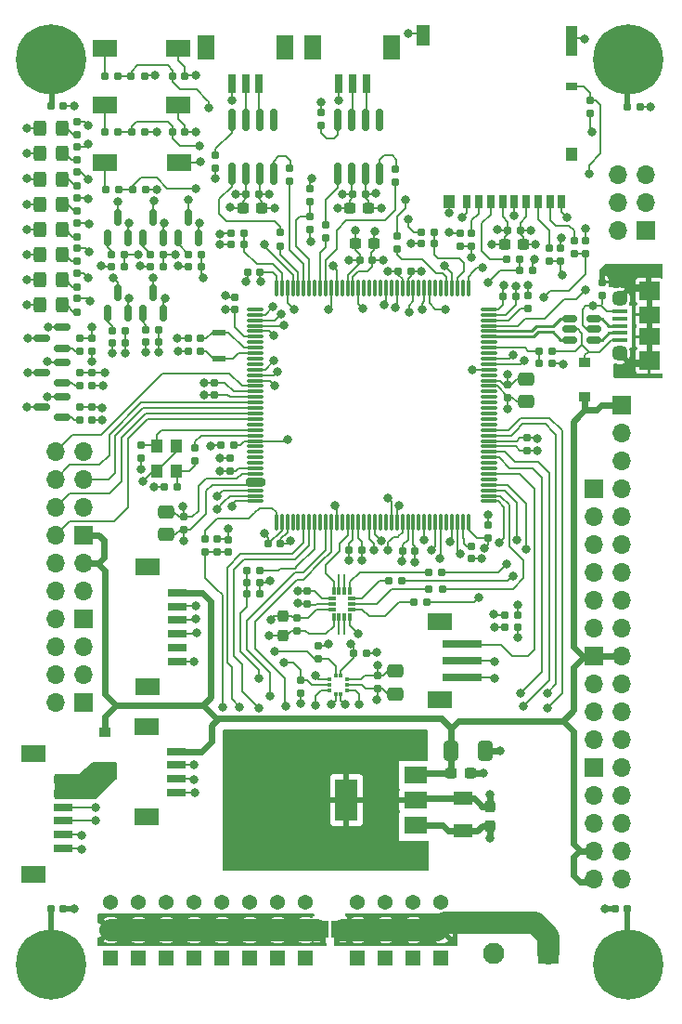
<source format=gtl>
G04 #@! TF.GenerationSoftware,KiCad,Pcbnew,6.0.11-2627ca5db0~126~ubuntu22.04.1*
G04 #@! TF.CreationDate,2023-09-19T13:50:50-03:00*
G04 #@! TF.ProjectId,Drone FCC,44726f6e-6520-4464-9343-2e6b69636164,rev?*
G04 #@! TF.SameCoordinates,Original*
G04 #@! TF.FileFunction,Copper,L1,Top*
G04 #@! TF.FilePolarity,Positive*
%FSLAX46Y46*%
G04 Gerber Fmt 4.6, Leading zero omitted, Abs format (unit mm)*
G04 Created by KiCad (PCBNEW 6.0.11-2627ca5db0~126~ubuntu22.04.1) date 2023-09-19 13:50:50*
%MOMM*%
%LPD*%
G01*
G04 APERTURE LIST*
G04 Aperture macros list*
%AMRoundRect*
0 Rectangle with rounded corners*
0 $1 Rounding radius*
0 $2 $3 $4 $5 $6 $7 $8 $9 X,Y pos of 4 corners*
0 Add a 4 corners polygon primitive as box body*
4,1,4,$2,$3,$4,$5,$6,$7,$8,$9,$2,$3,0*
0 Add four circle primitives for the rounded corners*
1,1,$1+$1,$2,$3*
1,1,$1+$1,$4,$5*
1,1,$1+$1,$6,$7*
1,1,$1+$1,$8,$9*
0 Add four rect primitives between the rounded corners*
20,1,$1+$1,$2,$3,$4,$5,0*
20,1,$1+$1,$4,$5,$6,$7,0*
20,1,$1+$1,$6,$7,$8,$9,0*
20,1,$1+$1,$8,$9,$2,$3,0*%
G04 Aperture macros list end*
G04 #@! TA.AperFunction,SMDPad,CuDef*
%ADD10RoundRect,0.155000X-0.155000X0.212500X-0.155000X-0.212500X0.155000X-0.212500X0.155000X0.212500X0*%
G04 #@! TD*
G04 #@! TA.AperFunction,SMDPad,CuDef*
%ADD11RoundRect,0.155000X-0.212500X-0.155000X0.212500X-0.155000X0.212500X0.155000X-0.212500X0.155000X0*%
G04 #@! TD*
G04 #@! TA.AperFunction,SMDPad,CuDef*
%ADD12RoundRect,0.155000X0.155000X-0.212500X0.155000X0.212500X-0.155000X0.212500X-0.155000X-0.212500X0*%
G04 #@! TD*
G04 #@! TA.AperFunction,SMDPad,CuDef*
%ADD13RoundRect,0.160000X-0.197500X-0.160000X0.197500X-0.160000X0.197500X0.160000X-0.197500X0.160000X0*%
G04 #@! TD*
G04 #@! TA.AperFunction,SMDPad,CuDef*
%ADD14RoundRect,0.160000X0.197500X0.160000X-0.197500X0.160000X-0.197500X-0.160000X0.197500X-0.160000X0*%
G04 #@! TD*
G04 #@! TA.AperFunction,SMDPad,CuDef*
%ADD15RoundRect,0.160000X0.160000X-0.197500X0.160000X0.197500X-0.160000X0.197500X-0.160000X-0.197500X0*%
G04 #@! TD*
G04 #@! TA.AperFunction,SMDPad,CuDef*
%ADD16RoundRect,0.155000X0.212500X0.155000X-0.212500X0.155000X-0.212500X-0.155000X0.212500X-0.155000X0*%
G04 #@! TD*
G04 #@! TA.AperFunction,SMDPad,CuDef*
%ADD17RoundRect,0.160000X-0.160000X0.197500X-0.160000X-0.197500X0.160000X-0.197500X0.160000X0.197500X0*%
G04 #@! TD*
G04 #@! TA.AperFunction,SMDPad,CuDef*
%ADD18RoundRect,0.150000X0.150000X-0.587500X0.150000X0.587500X-0.150000X0.587500X-0.150000X-0.587500X0*%
G04 #@! TD*
G04 #@! TA.AperFunction,SMDPad,CuDef*
%ADD19RoundRect,0.150000X0.587500X0.150000X-0.587500X0.150000X-0.587500X-0.150000X0.587500X-0.150000X0*%
G04 #@! TD*
G04 #@! TA.AperFunction,ComponentPad*
%ADD20C,1.370000*%
G04 #@! TD*
G04 #@! TA.AperFunction,ComponentPad*
%ADD21R,1.370000X1.370000*%
G04 #@! TD*
G04 #@! TA.AperFunction,ComponentPad*
%ADD22R,1.700000X1.700000*%
G04 #@! TD*
G04 #@! TA.AperFunction,ComponentPad*
%ADD23O,1.700000X1.700000*%
G04 #@! TD*
G04 #@! TA.AperFunction,SMDPad,CuDef*
%ADD24RoundRect,0.250000X0.325000X0.450000X-0.325000X0.450000X-0.325000X-0.450000X0.325000X-0.450000X0*%
G04 #@! TD*
G04 #@! TA.AperFunction,SMDPad,CuDef*
%ADD25RoundRect,0.031500X-0.143500X0.263500X-0.143500X-0.263500X0.143500X-0.263500X0.143500X0.263500X0*%
G04 #@! TD*
G04 #@! TA.AperFunction,SMDPad,CuDef*
%ADD26RoundRect,0.031500X-0.263500X-0.143500X0.263500X-0.143500X0.263500X0.143500X-0.263500X0.143500X0*%
G04 #@! TD*
G04 #@! TA.AperFunction,SMDPad,CuDef*
%ADD27RoundRect,0.031500X0.143500X-0.263500X0.143500X0.263500X-0.143500X0.263500X-0.143500X-0.263500X0*%
G04 #@! TD*
G04 #@! TA.AperFunction,SMDPad,CuDef*
%ADD28RoundRect,0.031500X0.263500X0.143500X-0.263500X0.143500X-0.263500X-0.143500X0.263500X-0.143500X0*%
G04 #@! TD*
G04 #@! TA.AperFunction,SMDPad,CuDef*
%ADD29R,1.000000X1.500000*%
G04 #@! TD*
G04 #@! TA.AperFunction,SMDPad,CuDef*
%ADD30RoundRect,0.150000X0.512500X0.150000X-0.512500X0.150000X-0.512500X-0.150000X0.512500X-0.150000X0*%
G04 #@! TD*
G04 #@! TA.AperFunction,SMDPad,CuDef*
%ADD31RoundRect,0.237500X0.237500X-0.300000X0.237500X0.300000X-0.237500X0.300000X-0.237500X-0.300000X0*%
G04 #@! TD*
G04 #@! TA.AperFunction,SMDPad,CuDef*
%ADD32RoundRect,0.237500X-0.300000X-0.237500X0.300000X-0.237500X0.300000X0.237500X-0.300000X0.237500X0*%
G04 #@! TD*
G04 #@! TA.AperFunction,SMDPad,CuDef*
%ADD33RoundRect,0.250000X-0.475000X0.337500X-0.475000X-0.337500X0.475000X-0.337500X0.475000X0.337500X0*%
G04 #@! TD*
G04 #@! TA.AperFunction,ComponentPad*
%ADD34C,3.600000*%
G04 #@! TD*
G04 #@! TA.AperFunction,ConnectorPad*
%ADD35C,6.400000*%
G04 #@! TD*
G04 #@! TA.AperFunction,ComponentPad*
%ADD36R,1.950000X1.950000*%
G04 #@! TD*
G04 #@! TA.AperFunction,ComponentPad*
%ADD37C,1.950000*%
G04 #@! TD*
G04 #@! TA.AperFunction,SMDPad,CuDef*
%ADD38R,2.300000X1.500000*%
G04 #@! TD*
G04 #@! TA.AperFunction,SMDPad,CuDef*
%ADD39RoundRect,0.150000X0.150000X-0.825000X0.150000X0.825000X-0.150000X0.825000X-0.150000X-0.825000X0*%
G04 #@! TD*
G04 #@! TA.AperFunction,SMDPad,CuDef*
%ADD40R,1.100000X1.300000*%
G04 #@! TD*
G04 #@! TA.AperFunction,SMDPad,CuDef*
%ADD41RoundRect,0.075000X-0.662500X-0.075000X0.662500X-0.075000X0.662500X0.075000X-0.662500X0.075000X0*%
G04 #@! TD*
G04 #@! TA.AperFunction,SMDPad,CuDef*
%ADD42RoundRect,0.075000X-0.075000X-0.662500X0.075000X-0.662500X0.075000X0.662500X-0.075000X0.662500X0*%
G04 #@! TD*
G04 #@! TA.AperFunction,SMDPad,CuDef*
%ADD43R,1.295400X0.609600*%
G04 #@! TD*
G04 #@! TA.AperFunction,SMDPad,CuDef*
%ADD44R,1.080000X0.920000*%
G04 #@! TD*
G04 #@! TA.AperFunction,SMDPad,CuDef*
%ADD45RoundRect,0.237500X-0.237500X0.300000X-0.237500X-0.300000X0.237500X-0.300000X0.237500X0.300000X0*%
G04 #@! TD*
G04 #@! TA.AperFunction,SMDPad,CuDef*
%ADD46R,0.700000X1.800000*%
G04 #@! TD*
G04 #@! TA.AperFunction,SMDPad,CuDef*
%ADD47R,1.600000X2.200000*%
G04 #@! TD*
G04 #@! TA.AperFunction,SMDPad,CuDef*
%ADD48R,3.600000X0.700000*%
G04 #@! TD*
G04 #@! TA.AperFunction,SMDPad,CuDef*
%ADD49R,1.820000X1.160000*%
G04 #@! TD*
G04 #@! TA.AperFunction,SMDPad,CuDef*
%ADD50RoundRect,0.250000X0.475000X-0.337500X0.475000X0.337500X-0.475000X0.337500X-0.475000X-0.337500X0*%
G04 #@! TD*
G04 #@! TA.AperFunction,SMDPad,CuDef*
%ADD51R,1.350000X0.400000*%
G04 #@! TD*
G04 #@! TA.AperFunction,ComponentPad*
%ADD52O,1.700000X1.000000*%
G04 #@! TD*
G04 #@! TA.AperFunction,SMDPad,CuDef*
%ADD53R,1.900000X1.500000*%
G04 #@! TD*
G04 #@! TA.AperFunction,SMDPad,CuDef*
%ADD54R,1.900000X1.800000*%
G04 #@! TD*
G04 #@! TA.AperFunction,ComponentPad*
%ADD55C,1.450000*%
G04 #@! TD*
G04 #@! TA.AperFunction,SMDPad,CuDef*
%ADD56R,0.700000X1.200000*%
G04 #@! TD*
G04 #@! TA.AperFunction,SMDPad,CuDef*
%ADD57R,1.000000X1.200000*%
G04 #@! TD*
G04 #@! TA.AperFunction,SMDPad,CuDef*
%ADD58R,1.000000X2.800000*%
G04 #@! TD*
G04 #@! TA.AperFunction,SMDPad,CuDef*
%ADD59R,1.300000X1.900000*%
G04 #@! TD*
G04 #@! TA.AperFunction,SMDPad,CuDef*
%ADD60R,1.000000X0.800000*%
G04 #@! TD*
G04 #@! TA.AperFunction,SMDPad,CuDef*
%ADD61R,1.800000X0.700000*%
G04 #@! TD*
G04 #@! TA.AperFunction,SMDPad,CuDef*
%ADD62R,2.200000X1.600000*%
G04 #@! TD*
G04 #@! TA.AperFunction,SMDPad,CuDef*
%ADD63R,2.000000X1.500000*%
G04 #@! TD*
G04 #@! TA.AperFunction,SMDPad,CuDef*
%ADD64R,2.000000X3.800000*%
G04 #@! TD*
G04 #@! TA.AperFunction,SMDPad,CuDef*
%ADD65RoundRect,0.250000X-0.412500X-0.650000X0.412500X-0.650000X0.412500X0.650000X-0.412500X0.650000X0*%
G04 #@! TD*
G04 #@! TA.AperFunction,SMDPad,CuDef*
%ADD66RoundRect,0.237500X0.300000X0.237500X-0.300000X0.237500X-0.300000X-0.237500X0.300000X-0.237500X0*%
G04 #@! TD*
G04 #@! TA.AperFunction,SMDPad,CuDef*
%ADD67R,0.304800X0.330200*%
G04 #@! TD*
G04 #@! TA.AperFunction,SMDPad,CuDef*
%ADD68R,0.330200X0.304800*%
G04 #@! TD*
G04 #@! TA.AperFunction,ViaPad*
%ADD69C,0.800000*%
G04 #@! TD*
G04 #@! TA.AperFunction,Conductor*
%ADD70C,0.200000*%
G04 #@! TD*
G04 #@! TA.AperFunction,Conductor*
%ADD71C,0.500000*%
G04 #@! TD*
G04 #@! TA.AperFunction,Conductor*
%ADD72C,0.600000*%
G04 #@! TD*
G04 #@! TA.AperFunction,Conductor*
%ADD73C,2.000000*%
G04 #@! TD*
G04 #@! TA.AperFunction,Conductor*
%ADD74C,0.254000*%
G04 #@! TD*
G04 APERTURE END LIST*
D10*
G04 #@! TO.P,C24,1*
G04 #@! TO.N,/MCU/VCAP_1*
X164566600Y-98746500D03*
G04 #@! TO.P,C24,2*
G04 #@! TO.N,GND*
X164566600Y-99881500D03*
G04 #@! TD*
D11*
G04 #@! TO.P,C9,1*
G04 #@! TO.N,Net-(C9-Pad1)*
X144082500Y-102050000D03*
G04 #@! TO.P,C9,2*
G04 #@! TO.N,GND*
X145217500Y-102050000D03*
G04 #@! TD*
D12*
G04 #@! TO.P,C31,1*
G04 #@! TO.N,3V3*
X166116000Y-98001900D03*
G04 #@! TO.P,C31,2*
G04 #@! TO.N,GND*
X166116000Y-96866900D03*
G04 #@! TD*
D13*
G04 #@! TO.P,R43,1*
G04 #@! TO.N,GND*
X131696850Y-73279000D03*
G04 #@! TO.P,R43,2*
G04 #@! TO.N,/Leds indicadores + pulsadores/LED1*
X132891850Y-73279000D03*
G04 #@! TD*
D14*
G04 #@! TO.P,R51,1*
G04 #@! TO.N,/Leds indicadores + pulsadores/LED6*
X132960000Y-79104850D03*
G04 #@! TO.P,R51,2*
G04 #@! TO.N,Net-(Q3-Pad1)*
X131765000Y-79104850D03*
G04 #@! TD*
G04 #@! TO.P,R22,1*
G04 #@! TO.N,/MCU/PDR_ON*
X143800000Y-70292000D03*
G04 #@! TO.P,R22,2*
G04 #@! TO.N,GND*
X142605000Y-70292000D03*
G04 #@! TD*
D15*
G04 #@! TO.P,R57,1*
G04 #@! TO.N,GND*
X129946400Y-80975200D03*
G04 #@! TO.P,R57,2*
G04 #@! TO.N,/Leds indicadores + pulsadores/LED7*
X129946400Y-79780200D03*
G04 #@! TD*
D13*
G04 #@! TO.P,R37,1*
G04 #@! TO.N,Net-(J24-Pad1)*
X159955900Y-70180200D03*
G04 #@! TO.P,R37,2*
G04 #@! TO.N,/MCU/SDMMC1_D2*
X161150900Y-70180200D03*
G04 #@! TD*
D16*
G04 #@! TO.P,C3,1*
G04 #@! TO.N,GND*
X127310000Y-131800000D03*
G04 #@! TO.P,C3,2*
G04 #@! TO.N,/Chassis_Bond_3*
X126175000Y-131800000D03*
G04 #@! TD*
D15*
G04 #@! TO.P,R30,1*
G04 #@! TO.N,/MCU/SDMMC1_D3*
X163499800Y-71463500D03*
G04 #@! TO.P,R30,2*
G04 #@! TO.N,3V3*
X163499800Y-70268500D03*
G04 #@! TD*
D13*
G04 #@! TO.P,R49,1*
G04 #@! TO.N,GND*
X131765001Y-80247849D03*
G04 #@! TO.P,R49,2*
G04 #@! TO.N,/Leds indicadores + pulsadores/LED6*
X132960001Y-80247849D03*
G04 #@! TD*
D17*
G04 #@! TO.P,R19,1*
G04 #@! TO.N,3V3*
X149860000Y-66216600D03*
G04 #@! TO.P,R19,2*
G04 #@! TO.N,/MCU/BOOT0*
X149860000Y-67411600D03*
G04 #@! TD*
D18*
G04 #@! TO.P,Q3,1,G*
G04 #@! TO.N,Net-(Q3-Pad1)*
X131333200Y-77530050D03*
G04 #@! TO.P,Q3,2,S*
G04 #@! TO.N,GND*
X133233200Y-77530050D03*
G04 #@! TO.P,Q3,3,D*
G04 #@! TO.N,Net-(Q3-Pad3)*
X132283200Y-75655050D03*
G04 #@! TD*
D19*
G04 #@! TO.P,Q8,1,G*
G04 #@! TO.N,Net-(Q8-Pad1)*
X127251700Y-83881000D03*
G04 #@! TO.P,Q8,2,S*
G04 #@! TO.N,GND*
X127251700Y-81981000D03*
G04 #@! TO.P,Q8,3,D*
G04 #@! TO.N,Net-(Q8-Pad3)*
X125376700Y-82931000D03*
G04 #@! TD*
D13*
G04 #@! TO.P,R50,1*
G04 #@! TO.N,GND*
X135290600Y-73279000D03*
G04 #@! TO.P,R50,2*
G04 #@! TO.N,/Leds indicadores + pulsadores/LED3*
X136485600Y-73279000D03*
G04 #@! TD*
D17*
G04 #@! TO.P,R28,1*
G04 #@! TO.N,/MCU/PD3(EXTI3)*
X175412400Y-58127300D03*
G04 #@! TO.P,R28,2*
G04 #@! TO.N,3V3*
X175412400Y-59322300D03*
G04 #@! TD*
D11*
G04 #@! TO.P,C7,1*
G04 #@! TO.N,GND*
X144009300Y-66686200D03*
G04 #@! TO.P,C7,2*
G04 #@! TO.N,3V3*
X145144300Y-66686200D03*
G04 #@! TD*
D20*
G04 #@! TO.P,J14,1,Pin_1*
G04 #@! TO.N,/MCU/TIM4_CH4*
X161798000Y-131215000D03*
G04 #@! TO.P,J14,2,Pin_2*
G04 #@! TO.N,/Motores_servos_PWM/Vdd_servos*
X161798000Y-133755000D03*
D21*
G04 #@! TO.P,J14,3,Pin_3*
G04 #@! TO.N,GND*
X161798000Y-136295000D03*
G04 #@! TD*
D14*
G04 #@! TO.P,R48,1*
G04 #@! TO.N,3V3*
X134760300Y-61036200D03*
G04 #@! TO.P,R48,2*
G04 #@! TO.N,/Leds indicadores + pulsadores/SW_2*
X133565300Y-61036200D03*
G04 #@! TD*
D22*
G04 #@! TO.P,J20,1,Pin_1*
G04 #@! TO.N,3V3*
X129159000Y-112989600D03*
D23*
G04 #@! TO.P,J20,2,Pin_2*
G04 #@! TO.N,unconnected-(J20-Pad2)*
X126619000Y-112989600D03*
G04 #@! TO.P,J20,3,Pin_3*
G04 #@! TO.N,GND*
X129159000Y-110449600D03*
G04 #@! TO.P,J20,4,Pin_4*
G04 #@! TO.N,/Sensores/GNSS_SDA*
X126619000Y-110449600D03*
G04 #@! TO.P,J20,5,Pin_5*
G04 #@! TO.N,/Sensores/MAG_INT_DATA_RDY*
X129159000Y-107909600D03*
G04 #@! TO.P,J20,6,Pin_6*
G04 #@! TO.N,/Sensores/GNSS_SCL*
X126619000Y-107909600D03*
G04 #@! TD*
D11*
G04 #@! TO.P,C33,1*
G04 #@! TO.N,3V3*
X167446050Y-75971400D03*
G04 #@! TO.P,C33,2*
G04 #@! TO.N,GND*
X168581050Y-75971400D03*
G04 #@! TD*
D22*
G04 #@! TO.P,J28,1,Pin_1*
G04 #@! TO.N,5V*
X175706000Y-108767800D03*
D23*
G04 #@! TO.P,J28,2,Pin_2*
X178246000Y-108767800D03*
G04 #@! TO.P,J28,3,Pin_3*
G04 #@! TO.N,GND*
X175706000Y-111307800D03*
G04 #@! TO.P,J28,4,Pin_4*
X178246000Y-111307800D03*
G04 #@! TO.P,J28,5,Pin_5*
X175706000Y-113847800D03*
G04 #@! TO.P,J28,6,Pin_6*
X178246000Y-113847800D03*
G04 #@! TO.P,J28,7,Pin_7*
G04 #@! TO.N,3V3*
X175706000Y-116387800D03*
G04 #@! TO.P,J28,8,Pin_8*
X178246000Y-116387800D03*
G04 #@! TD*
D15*
G04 #@! TO.P,R6,1*
G04 #@! TO.N,/Interfaz_CAN/CAN2_TX*
X151282400Y-70664000D03*
G04 #@! TO.P,R6,2*
G04 #@! TO.N,Net-(R6-Pad2)*
X151282400Y-69469000D03*
G04 #@! TD*
D22*
G04 #@! TO.P,J23,1,Pin_1*
G04 #@! TO.N,3V3*
X129159000Y-105369600D03*
D23*
G04 #@! TO.P,J23,2,Pin_2*
G04 #@! TO.N,/Sensores/GNSS_PPS*
X126619000Y-105369600D03*
G04 #@! TO.P,J23,3,Pin_3*
G04 #@! TO.N,GND*
X129159000Y-102829600D03*
G04 #@! TO.P,J23,4,Pin_4*
G04 #@! TO.N,/Sensores/GNSS_Rx*
X126619000Y-102829600D03*
G04 #@! TO.P,J23,5,Pin_5*
G04 #@! TO.N,5V*
X129159000Y-100289600D03*
G04 #@! TO.P,J23,6,Pin_6*
G04 #@! TO.N,/Sensores/GNSS_Tx*
X126619000Y-100289600D03*
G04 #@! TD*
D12*
G04 #@! TO.P,C19,1*
G04 #@! TO.N,3V3*
X148673800Y-106476800D03*
G04 #@! TO.P,C19,2*
G04 #@! TO.N,GND*
X148673800Y-105341800D03*
G04 #@! TD*
D17*
G04 #@! TO.P,R13,1*
G04 #@! TO.N,/Sensores/GNSS_SDA*
X148996400Y-110959300D03*
G04 #@! TO.P,R13,2*
G04 #@! TO.N,3V3*
X148996400Y-112154300D03*
G04 #@! TD*
D13*
G04 #@! TO.P,R38,1*
G04 #@! TO.N,Net-(J24-Pad3)*
X167740400Y-72612550D03*
G04 #@! TO.P,R38,2*
G04 #@! TO.N,/MCU/SDMMC1_CMD*
X168935400Y-72612550D03*
G04 #@! TD*
D17*
G04 #@! TO.P,R34,1*
G04 #@! TO.N,Net-(J24-Pad8)*
X173913800Y-70928900D03*
G04 #@! TO.P,R34,2*
G04 #@! TO.N,/MCU/SDMMC1_D1*
X173913800Y-72123900D03*
G04 #@! TD*
D16*
G04 #@! TO.P,C34,1*
G04 #@! TO.N,3V3*
X147150900Y-98552000D03*
G04 #@! TO.P,C34,2*
G04 #@! TO.N,GND*
X146015900Y-98552000D03*
G04 #@! TD*
D11*
G04 #@! TO.P,C8,1*
G04 #@! TO.N,GND*
X153746200Y-66686200D03*
G04 #@! TO.P,C8,2*
G04 #@! TO.N,3V3*
X154881200Y-66686200D03*
G04 #@! TD*
G04 #@! TO.P,C30,1*
G04 #@! TO.N,3V3*
X154355250Y-72668850D03*
G04 #@! TO.P,C30,2*
G04 #@! TO.N,GND*
X155490250Y-72668850D03*
G04 #@! TD*
D15*
G04 #@! TO.P,R5,1*
G04 #@! TO.N,/Interfaz_CAN/CAN1_TX*
X147150000Y-71397500D03*
G04 #@! TO.P,R5,2*
G04 #@! TO.N,Net-(R5-Pad2)*
X147150000Y-70202500D03*
G04 #@! TD*
D20*
G04 #@! TO.P,J12,1,Pin_1*
G04 #@! TO.N,/MCU/TIM4_CH2*
X156718000Y-131215000D03*
G04 #@! TO.P,J12,2,Pin_2*
G04 #@! TO.N,/Motores_servos_PWM/Vdd_servos*
X156718000Y-133755000D03*
D21*
G04 #@! TO.P,J12,3,Pin_3*
G04 #@! TO.N,GND*
X156718000Y-136295000D03*
G04 #@! TD*
D10*
G04 #@! TO.P,C41,1*
G04 #@! TO.N,3V3*
X169630450Y-88916700D03*
G04 #@! TO.P,C41,2*
G04 #@! TO.N,GND*
X169630450Y-90051700D03*
G04 #@! TD*
D14*
G04 #@! TO.P,R17,1*
G04 #@! TO.N,Net-(R17-Pad1)*
X158179100Y-101904800D03*
G04 #@! TO.P,R17,2*
G04 #@! TO.N,/MCU/SPI2_MOSI*
X156984100Y-101904800D03*
G04 #@! TD*
D20*
G04 #@! TO.P,J9,1,Pin_1*
G04 #@! TO.N,/MCU/TIM1_CH4*
X149420900Y-131215600D03*
G04 #@! TO.P,J9,2,Pin_2*
G04 #@! TO.N,/Motores_servos_PWM/Vdd_ESC*
X149420900Y-133755600D03*
D21*
G04 #@! TO.P,J9,3,Pin_3*
G04 #@! TO.N,GND*
X149420900Y-136295600D03*
G04 #@! TD*
D17*
G04 #@! TO.P,R60,1*
G04 #@! TO.N,Net-(Q5-Pad3)*
X128600200Y-60083100D03*
G04 #@! TO.P,R60,2*
G04 #@! TO.N,Net-(D7-Pad1)*
X128600200Y-61278100D03*
G04 #@! TD*
D12*
G04 #@! TO.P,C32,1*
G04 #@! TO.N,3V3*
X142575000Y-91917500D03*
G04 #@! TO.P,C32,2*
G04 #@! TO.N,GND*
X142575000Y-90782500D03*
G04 #@! TD*
D14*
G04 #@! TO.P,R40,1*
G04 #@! TO.N,3V3*
X134709500Y-55956200D03*
G04 #@! TO.P,R40,2*
G04 #@! TO.N,/Leds indicadores + pulsadores/SW_1*
X133514500Y-55956200D03*
G04 #@! TD*
D24*
G04 #@! TO.P,D9,1,K*
G04 #@! TO.N,Net-(D9-Pad1)*
X127212200Y-67614800D03*
G04 #@! TO.P,D9,2,A*
G04 #@! TO.N,3V3*
X125162200Y-67614800D03*
G04 #@! TD*
D16*
G04 #@! TO.P,C42,1*
G04 #@! TO.N,3V3*
X159385000Y-99237800D03*
G04 #@! TO.P,C42,2*
G04 #@! TO.N,GND*
X158250000Y-99237800D03*
G04 #@! TD*
D20*
G04 #@! TO.P,J11,1,Pin_1*
G04 #@! TO.N,/MCU/TIM4_CH1*
X154178000Y-131215000D03*
G04 #@! TO.P,J11,2,Pin_2*
G04 #@! TO.N,/Motores_servos_PWM/Vdd_servos*
X154178000Y-133755000D03*
D21*
G04 #@! TO.P,J11,3,Pin_3*
G04 #@! TO.N,GND*
X154178000Y-136295000D03*
G04 #@! TD*
D19*
G04 #@! TO.P,Q1,1,G*
G04 #@! TO.N,Net-(Q1-Pad1)*
X127251700Y-87030600D03*
G04 #@! TO.P,Q1,2,S*
G04 #@! TO.N,GND*
X127251700Y-85130600D03*
G04 #@! TO.P,Q1,3,D*
G04 #@! TO.N,Net-(Q1-Pad3)*
X125376700Y-86080600D03*
G04 #@! TD*
D14*
G04 #@! TO.P,R26,1*
G04 #@! TO.N,3V3*
X134836500Y-66268600D03*
G04 #@! TO.P,R26,2*
G04 #@! TO.N,/Debug/NRST*
X133641500Y-66268600D03*
G04 #@! TD*
D15*
G04 #@! TO.P,R1,1*
G04 #@! TO.N,/Interfaz_CAN/CAN1_RX*
X147980400Y-65545300D03*
G04 #@! TO.P,R1,2*
G04 #@! TO.N,Net-(R1-Pad2)*
X147980400Y-64350300D03*
G04 #@! TD*
D25*
G04 #@! TO.P,U5,1,AP_SDO/AP_AD0*
G04 #@! TO.N,Net-(R11-Pad2)*
X153486900Y-102848000D03*
G04 #@! TO.P,U5,2,RESV_2*
G04 #@! TO.N,unconnected-(U5-Pad2)*
X152986900Y-102848000D03*
G04 #@! TO.P,U5,3,RESV_3*
G04 #@! TO.N,unconnected-(U5-Pad3)*
X152486900Y-102848000D03*
G04 #@! TO.P,U5,4,INT1/INT*
G04 #@! TO.N,/MCU/PF12(EXTI12)*
X151986900Y-102848000D03*
D26*
G04 #@! TO.P,U5,5,VDDIO*
G04 #@! TO.N,3V3*
X151821900Y-103513000D03*
G04 #@! TO.P,U5,6,GND*
G04 #@! TO.N,GND*
X151821900Y-104013000D03*
G04 #@! TO.P,U5,7,RESV_7*
X151821900Y-104513000D03*
D27*
G04 #@! TO.P,U5,8,VDD*
G04 #@! TO.N,3V3*
X151986900Y-105178000D03*
G04 #@! TO.P,U5,9,INT2/FSYNC/CLKIN*
G04 #@! TO.N,unconnected-(U5-Pad9)*
X152486900Y-105178000D03*
G04 #@! TO.P,U5,10,RESV_10*
G04 #@! TO.N,unconnected-(U5-Pad10)*
X152986900Y-105178000D03*
G04 #@! TO.P,U5,11,RESV_11*
G04 #@! TO.N,GND*
X153486900Y-105178000D03*
D28*
G04 #@! TO.P,U5,12,AP_CS*
G04 #@! TO.N,/MCU/SPI2_CS*
X153651900Y-104513000D03*
G04 #@! TO.P,U5,13,AP_SCL/AP_SCLK*
G04 #@! TO.N,/MCU/SPI2_SCK*
X153651900Y-104013000D03*
G04 #@! TO.P,U5,14,AP_SDA/AP_SDIO/AP_SDI*
G04 #@! TO.N,/MCU/SPI2_MOSI*
X153651900Y-103513000D03*
G04 #@! TD*
D29*
G04 #@! TO.P,JP1,1,A*
G04 #@! TO.N,/Motores_servos_PWM/Vdd_ESC*
X150980700Y-133630000D03*
G04 #@! TO.P,JP1,2,B*
G04 #@! TO.N,/Motores_servos_PWM/Vdd_servos*
X152280700Y-133630000D03*
G04 #@! TD*
D13*
G04 #@! TO.P,R62,1*
G04 #@! TO.N,GND*
X134835300Y-80133550D03*
G04 #@! TO.P,R62,2*
G04 #@! TO.N,/Leds indicadores + pulsadores/LED4*
X136030300Y-80133550D03*
G04 #@! TD*
D14*
G04 #@! TO.P,R24,1*
G04 #@! TO.N,/Vbus*
X171945900Y-81000600D03*
G04 #@! TO.P,R24,2*
G04 #@! TO.N,/MCU/OTG_FS_VBUS*
X170750900Y-81000600D03*
G04 #@! TD*
D13*
G04 #@! TO.P,R7,1*
G04 #@! TO.N,Net-(C9-Pad1)*
X144077500Y-103100000D03*
G04 #@! TO.P,R7,2*
G04 #@! TO.N,GND*
X145272500Y-103100000D03*
G04 #@! TD*
D17*
G04 #@! TO.P,R23,1*
G04 #@! TO.N,/MCU/OSC_OUT*
X139326802Y-89832300D03*
G04 #@! TO.P,R23,2*
G04 #@! TO.N,Net-(C29-Pad1)*
X139326802Y-91027300D03*
G04 #@! TD*
D20*
G04 #@! TO.P,J7,1,Pin_1*
G04 #@! TO.N,/MCU/TIM1_CH2*
X144340900Y-131215600D03*
G04 #@! TO.P,J7,2,Pin_2*
G04 #@! TO.N,/Motores_servos_PWM/Vdd_ESC*
X144340900Y-133755600D03*
D21*
G04 #@! TO.P,J7,3,Pin_3*
G04 #@! TO.N,GND*
X144340900Y-136295600D03*
G04 #@! TD*
D22*
G04 #@! TO.P,J29,1,Pin_1*
G04 #@! TO.N,GND*
X175706000Y-93527800D03*
D23*
G04 #@! TO.P,J29,2,Pin_2*
G04 #@! TO.N,/Conexiones_extra/UARTC_TX*
X178246000Y-93527800D03*
G04 #@! TO.P,J29,3,Pin_3*
G04 #@! TO.N,3V3*
X175706000Y-96067800D03*
G04 #@! TO.P,J29,4,Pin_4*
G04 #@! TO.N,/Conexiones_extra/UARTC_RX*
X178246000Y-96067800D03*
G04 #@! TO.P,J29,5,Pin_5*
G04 #@! TO.N,GND*
X175706000Y-98607800D03*
G04 #@! TO.P,J29,6,Pin_6*
G04 #@! TO.N,/Conexiones_extra/UARTB_TX*
X178246000Y-98607800D03*
G04 #@! TO.P,J29,7,Pin_7*
G04 #@! TO.N,3V3*
X175706000Y-101147800D03*
G04 #@! TO.P,J29,8,Pin_8*
G04 #@! TO.N,/Conexiones_extra/UARTB_RX*
X178246000Y-101147800D03*
G04 #@! TO.P,J29,9,Pin_9*
G04 #@! TO.N,GND*
X175706000Y-103687800D03*
G04 #@! TO.P,J29,10,Pin_10*
G04 #@! TO.N,/Conexiones_extra/UARTA_TX*
X178246000Y-103687800D03*
G04 #@! TO.P,J29,11,Pin_11*
G04 #@! TO.N,3V3*
X175706000Y-106227800D03*
G04 #@! TO.P,J29,12,Pin_12*
G04 #@! TO.N,/Conexiones_extra/UARTA_RX*
X178246000Y-106227800D03*
G04 #@! TD*
D30*
G04 #@! TO.P,U7,1,I/O1*
G04 #@! TO.N,/USB/D_connector-*
X175768000Y-79959200D03*
G04 #@! TO.P,U7,2,GND*
G04 #@! TO.N,GND*
X175768000Y-79009200D03*
G04 #@! TO.P,U7,3,I/O2*
G04 #@! TO.N,/USB/D_connector+*
X175768000Y-78059200D03*
G04 #@! TO.P,U7,4,I/O2*
G04 #@! TO.N,/USB/D+*
X173493000Y-78059200D03*
G04 #@! TO.P,U7,5,VBUS*
G04 #@! TO.N,/Vbus*
X173493000Y-79009200D03*
G04 #@! TO.P,U7,6,I/O1*
G04 #@! TO.N,/USB/D-*
X173493000Y-79959200D03*
G04 #@! TD*
D16*
G04 #@! TO.P,C48,1*
G04 #@! TO.N,GND*
X138427200Y-61036200D03*
G04 #@! TO.P,C48,2*
G04 #@! TO.N,/Leds indicadores + pulsadores/SW_2*
X137292200Y-61036200D03*
G04 #@! TD*
D12*
G04 #@! TO.P,C26,1*
G04 #@! TO.N,/MCU/VCAP_2*
X169732050Y-77072300D03*
G04 #@! TO.P,C26,2*
G04 #@! TO.N,GND*
X169732050Y-75937300D03*
G04 #@! TD*
D15*
G04 #@! TO.P,R63,1*
G04 #@! TO.N,GND*
X129946400Y-84138100D03*
G04 #@! TO.P,R63,2*
G04 #@! TO.N,/Leds indicadores + pulsadores/LED8*
X129946400Y-82943100D03*
G04 #@! TD*
D14*
G04 #@! TO.P,R64,1*
G04 #@! TO.N,/Leds indicadores + pulsadores/LED4*
X136044900Y-79092150D03*
G04 #@! TO.P,R64,2*
G04 #@! TO.N,Net-(Q7-Pad1)*
X134849900Y-79092150D03*
G04 #@! TD*
D10*
G04 #@! TO.P,C25,1*
G04 #@! TO.N,3V3*
X167843200Y-84090700D03*
G04 #@! TO.P,C25,2*
G04 #@! TO.N,GND*
X167843200Y-85225700D03*
G04 #@! TD*
D31*
G04 #@! TO.P,C20,1*
G04 #@! TO.N,3V3*
X147327600Y-106898800D03*
G04 #@! TO.P,C20,2*
G04 #@! TO.N,GND*
X147327600Y-105173800D03*
G04 #@! TD*
D16*
G04 #@! TO.P,C35,1*
G04 #@! TO.N,3V3*
X145280000Y-73787000D03*
G04 #@! TO.P,C35,2*
G04 #@! TO.N,GND*
X144145000Y-73787000D03*
G04 #@! TD*
D32*
G04 #@! TO.P,C6,1*
G04 #@! TO.N,GND*
X153469000Y-67949700D03*
G04 #@! TO.P,C6,2*
G04 #@! TO.N,3V3*
X155194000Y-67949700D03*
G04 #@! TD*
D15*
G04 #@! TO.P,R42,1*
G04 #@! TO.N,GND*
X129921000Y-87287700D03*
G04 #@! TO.P,R42,2*
G04 #@! TO.N,/Leds indicadores + pulsadores/LED5*
X129921000Y-86092700D03*
G04 #@! TD*
D16*
G04 #@! TO.P,C15,1*
G04 #@! TO.N,GND*
X154974100Y-108508800D03*
G04 #@! TO.P,C15,2*
G04 #@! TO.N,3V3*
X153839100Y-108508800D03*
G04 #@! TD*
G04 #@! TO.P,C1,1*
G04 #@! TO.N,GND*
X127322200Y-58674000D03*
G04 #@! TO.P,C1,2*
G04 #@! TO.N,/Chassis_Bond_1*
X126187200Y-58674000D03*
G04 #@! TD*
D33*
G04 #@! TO.P,C28,1*
G04 #@! TO.N,3V3*
X169519600Y-83515200D03*
G04 #@! TO.P,C28,2*
G04 #@! TO.N,GND*
X169519600Y-85590200D03*
G04 #@! TD*
D16*
G04 #@! TO.P,C39,1*
G04 #@! TO.N,3V3*
X154533600Y-99152625D03*
G04 #@! TO.P,C39,2*
G04 #@! TO.N,GND*
X153398600Y-99152625D03*
G04 #@! TD*
G04 #@! TO.P,C2,1*
G04 #@! TO.N,GND*
X179942300Y-58750200D03*
G04 #@! TO.P,C2,2*
G04 #@! TO.N,/Chassis_Bond_2*
X178807300Y-58750200D03*
G04 #@! TD*
D17*
G04 #@! TO.P,R47,1*
G04 #@! TO.N,Net-(Q2-Pad3)*
X128600200Y-64705900D03*
G04 #@! TO.P,R47,2*
G04 #@! TO.N,Net-(D4-Pad1)*
X128600200Y-65900900D03*
G04 #@! TD*
D34*
G04 #@! TO.P,H2,1,1*
G04 #@! TO.N,/Chassis_Bond_2*
X178824400Y-54381400D03*
D35*
X178824400Y-54381400D03*
G04 #@! TD*
D22*
G04 #@! TO.P,J27,1,Pin_1*
G04 #@! TO.N,5V*
X129159000Y-97749600D03*
D23*
G04 #@! TO.P,J27,2,Pin_2*
G04 #@! TO.N,/Conexiones_extra/SPI_MOSI*
X126619000Y-97749600D03*
G04 #@! TO.P,J27,3,Pin_3*
G04 #@! TO.N,3V3*
X129159000Y-95209600D03*
G04 #@! TO.P,J27,4,Pin_4*
G04 #@! TO.N,/Conexiones_extra/SPI_MISO*
X126619000Y-95209600D03*
G04 #@! TO.P,J27,5,Pin_5*
G04 #@! TO.N,/Conexiones_extra/SPI_SCK*
X129159000Y-92669600D03*
G04 #@! TO.P,J27,6,Pin_6*
G04 #@! TO.N,/Conexiones_extra/SPI_CS*
X126619000Y-92669600D03*
G04 #@! TO.P,J27,7,Pin_7*
G04 #@! TO.N,GND*
X129159000Y-90129600D03*
G04 #@! TO.P,J27,8,Pin_8*
G04 #@! TO.N,/Conexiones_extra/SPI_EOC*
X126619000Y-90129600D03*
G04 #@! TD*
D20*
G04 #@! TO.P,J2,1,Pin_1*
G04 #@! TO.N,/MCU/TIM3_CH1*
X131640900Y-131215600D03*
G04 #@! TO.P,J2,2,Pin_2*
G04 #@! TO.N,/Motores_servos_PWM/Vdd_ESC*
X131640900Y-133755600D03*
D21*
G04 #@! TO.P,J2,3,Pin_3*
G04 #@! TO.N,GND*
X131640900Y-136295600D03*
G04 #@! TD*
D10*
G04 #@! TO.P,C21,1*
G04 #@! TO.N,GND*
X143002000Y-76073000D03*
G04 #@! TO.P,C21,2*
G04 #@! TO.N,3V3*
X143002000Y-77208000D03*
G04 #@! TD*
D13*
G04 #@! TO.P,R21,1*
G04 #@! TO.N,3V3*
X142605000Y-71307999D03*
G04 #@! TO.P,R21,2*
G04 #@! TO.N,/MCU/PDR_ON*
X143800000Y-71307999D03*
G04 #@! TD*
D14*
G04 #@! TO.P,R16,1*
G04 #@! TO.N,Net-(R16-Pad1)*
X160515900Y-103860600D03*
G04 #@! TO.P,R16,2*
G04 #@! TO.N,/MCU/SPI2_CS*
X159320900Y-103860600D03*
G04 #@! TD*
D13*
G04 #@! TO.P,R29,1*
G04 #@! TO.N,/MCU/SDMMC1_CMD*
X168922100Y-73653950D03*
G04 #@! TO.P,R29,2*
G04 #@! TO.N,3V3*
X170117100Y-73653950D03*
G04 #@! TD*
D36*
G04 #@! TO.P,J10,1,Pin_1*
G04 #@! TO.N,/Motores_servos_PWM/Vdd_servos*
X171605900Y-135865200D03*
D37*
G04 #@! TO.P,J10,2,Pin_2*
G04 #@! TO.N,GND*
X166605900Y-135865200D03*
G04 #@! TD*
D15*
G04 #@! TO.P,R12,1*
G04 #@! TO.N,/Sensores/GNSS_SCL*
X150622000Y-109055500D03*
G04 #@! TO.P,R12,2*
G04 #@! TO.N,3V3*
X150622000Y-107860500D03*
G04 #@! TD*
D17*
G04 #@! TO.P,R67,1*
G04 #@! TO.N,Net-(Q1-Pad3)*
X128600200Y-76212100D03*
G04 #@! TO.P,R67,2*
G04 #@! TO.N,Net-(D10-Pad1)*
X128600200Y-77407100D03*
G04 #@! TD*
G04 #@! TO.P,R65,1*
G04 #@! TO.N,/Leds indicadores + pulsadores/LED8*
X128828800Y-82943100D03*
G04 #@! TO.P,R65,2*
G04 #@! TO.N,Net-(Q8-Pad1)*
X128828800Y-84138100D03*
G04 #@! TD*
D19*
G04 #@! TO.P,Q6,1,G*
G04 #@! TO.N,Net-(Q6-Pad1)*
X127251700Y-80731400D03*
G04 #@! TO.P,Q6,2,S*
G04 #@! TO.N,GND*
X127251700Y-78831400D03*
G04 #@! TO.P,Q6,3,D*
G04 #@! TO.N,Net-(Q6-Pad3)*
X125376700Y-79781400D03*
G04 #@! TD*
D15*
G04 #@! TO.P,R4,1*
G04 #@! TO.N,Net-(R4-Pad1)*
X150799800Y-60465300D03*
G04 #@! TO.P,R4,2*
G04 #@! TO.N,GND*
X150799800Y-59270300D03*
G04 #@! TD*
D32*
G04 #@! TO.P,C46,1*
G04 #@! TO.N,3V3*
X167581600Y-71247000D03*
G04 #@! TO.P,C46,2*
G04 #@! TO.N,GND*
X169306600Y-71247000D03*
G04 #@! TD*
D10*
G04 #@! TO.P,C17,1*
G04 #@! TO.N,3V3*
X149606000Y-102861300D03*
G04 #@! TO.P,C17,2*
G04 #@! TO.N,GND*
X149606000Y-103996300D03*
G04 #@! TD*
D11*
G04 #@! TO.P,C36,1*
G04 #@! TO.N,GND*
X138733550Y-79857600D03*
G04 #@! TO.P,C36,2*
G04 #@! TO.N,/MCU/OSC32_IN*
X139868550Y-79857600D03*
G04 #@! TD*
D38*
G04 #@! TO.P,SW3,1,A*
G04 #@! TO.N,GND*
X137831500Y-58547000D03*
G04 #@! TO.P,SW3,2,B*
G04 #@! TO.N,Net-(R53-Pad2)*
X131131500Y-58547000D03*
G04 #@! TD*
D39*
G04 #@! TO.P,U1,1,D*
G04 #@! TO.N,Net-(R5-Pad2)*
X142671800Y-64857400D03*
G04 #@! TO.P,U1,2,GND*
G04 #@! TO.N,GND*
X143941800Y-64857400D03*
G04 #@! TO.P,U1,3,VCC*
G04 #@! TO.N,3V3*
X145211800Y-64857400D03*
G04 #@! TO.P,U1,4,R*
G04 #@! TO.N,Net-(R1-Pad2)*
X146481800Y-64857400D03*
G04 #@! TO.P,U1,5,Vref*
G04 #@! TO.N,unconnected-(U1-Pad5)*
X146481800Y-59907400D03*
G04 #@! TO.P,U1,6,CANL*
G04 #@! TO.N,/Interfaz_CAN/CAN1-*
X145211800Y-59907400D03*
G04 #@! TO.P,U1,7,CANH*
G04 #@! TO.N,/Interfaz_CAN/CAN1+*
X143941800Y-59907400D03*
G04 #@! TO.P,U1,8,Rs*
G04 #@! TO.N,Net-(R3-Pad1)*
X142671800Y-59907400D03*
G04 #@! TD*
D32*
G04 #@! TO.P,C43,1*
G04 #@! TO.N,3V3*
X153949950Y-71170250D03*
G04 #@! TO.P,C43,2*
G04 #@! TO.N,GND*
X155674950Y-71170250D03*
G04 #@! TD*
D17*
G04 #@! TO.P,R35,1*
G04 #@! TO.N,Net-(J24-Pad2)*
X164592000Y-70217700D03*
G04 #@! TO.P,R35,2*
G04 #@! TO.N,/MCU/SDMMC1_D3*
X164592000Y-71412700D03*
G04 #@! TD*
D12*
G04 #@! TO.P,C10,1*
G04 #@! TO.N,Net-(C10-Pad1)*
X142393400Y-99300000D03*
G04 #@! TO.P,C10,2*
G04 #@! TO.N,GND*
X142393400Y-98165000D03*
G04 #@! TD*
D13*
G04 #@! TO.P,R15,1*
G04 #@! TO.N,3V3*
X167594050Y-105054400D03*
G04 #@! TO.P,R15,2*
G04 #@! TO.N,/Conexiones_extra/I2CA_SDA*
X168789050Y-105054400D03*
G04 #@! TD*
D16*
G04 #@! TO.P,C29,1*
G04 #@! TO.N,Net-(C29-Pad1)*
X137673500Y-93391200D03*
G04 #@! TO.P,C29,2*
G04 #@! TO.N,GND*
X136538500Y-93391200D03*
G04 #@! TD*
D15*
G04 #@! TO.P,R32,1*
G04 #@! TO.N,/MCU/SDMMC1_D1*
X174955200Y-72123900D03*
G04 #@! TO.P,R32,2*
G04 #@! TO.N,3V3*
X174955200Y-70928900D03*
G04 #@! TD*
D40*
G04 #@! TO.P,Y1,1,1*
G04 #@! TO.N,/MCU/OSC_IN*
X135825000Y-89625000D03*
G04 #@! TO.P,Y1,2,2*
G04 #@! TO.N,GND*
X135825000Y-91925000D03*
G04 #@! TO.P,Y1,3,3*
G04 #@! TO.N,Net-(C29-Pad1)*
X137625000Y-91925000D03*
G04 #@! TO.P,Y1,4,4*
G04 #@! TO.N,GND*
X137625000Y-89625000D03*
G04 #@! TD*
D17*
G04 #@! TO.P,R54,1*
G04 #@! TO.N,Net-(Q3-Pad3)*
X128600200Y-69354100D03*
G04 #@! TO.P,R54,2*
G04 #@! TO.N,Net-(D5-Pad1)*
X128600200Y-70549100D03*
G04 #@! TD*
D18*
G04 #@! TO.P,Q4,1,G*
G04 #@! TO.N,Net-(Q4-Pad1)*
X134569200Y-70660500D03*
G04 #@! TO.P,Q4,2,S*
G04 #@! TO.N,GND*
X136469200Y-70660500D03*
G04 #@! TO.P,Q4,3,D*
G04 #@! TO.N,Net-(Q4-Pad3)*
X135519200Y-68785500D03*
G04 #@! TD*
D41*
G04 #@! TO.P,U6,1,PE2*
G04 #@! TO.N,unconnected-(U6-Pad1)*
X144845550Y-77178200D03*
G04 #@! TO.P,U6,2,PE3*
G04 #@! TO.N,/Leds indicadores + pulsadores/LED2*
X144845550Y-77678200D03*
G04 #@! TO.P,U6,3,PE4*
G04 #@! TO.N,/Leds indicadores + pulsadores/LED1*
X144845550Y-78178200D03*
G04 #@! TO.P,U6,4,PE5*
G04 #@! TO.N,/Leds indicadores + pulsadores/LED7*
X144845550Y-78678200D03*
G04 #@! TO.P,U6,5,PE6*
G04 #@! TO.N,/Leds indicadores + pulsadores/LED4*
X144845550Y-79178200D03*
G04 #@! TO.P,U6,6,VBAT*
G04 #@! TO.N,3V3*
X144845550Y-79678200D03*
G04 #@! TO.P,U6,7,PC13*
G04 #@! TO.N,unconnected-(U6-Pad7)*
X144845550Y-80178200D03*
G04 #@! TO.P,U6,8,PC14*
G04 #@! TO.N,/MCU/OSC32_IN*
X144845550Y-80678200D03*
G04 #@! TO.P,U6,9,PC15*
G04 #@! TO.N,/MCU/OSC32_OUT*
X144845550Y-81178200D03*
G04 #@! TO.P,U6,10,PF0*
G04 #@! TO.N,unconnected-(U6-Pad10)*
X144845550Y-81678200D03*
G04 #@! TO.P,U6,11,PF1*
G04 #@! TO.N,unconnected-(U6-Pad11)*
X144845550Y-82178200D03*
G04 #@! TO.P,U6,12,PF2*
G04 #@! TO.N,/Leds indicadores + pulsadores/LED6*
X144845550Y-82678200D03*
G04 #@! TO.P,U6,13,PF3*
G04 #@! TO.N,/Leds indicadores + pulsadores/LED8*
X144845550Y-83178200D03*
G04 #@! TO.P,U6,14,PF4*
G04 #@! TO.N,/Leds indicadores + pulsadores/LED5*
X144845550Y-83678200D03*
G04 #@! TO.P,U6,15,PF5*
G04 #@! TO.N,/Conexiones_extra/SPI_EOC*
X144845550Y-84178200D03*
G04 #@! TO.P,U6,16,VSS*
G04 #@! TO.N,GND*
X144845550Y-84678200D03*
G04 #@! TO.P,U6,17,VDD*
G04 #@! TO.N,3V3*
X144845550Y-85178200D03*
G04 #@! TO.P,U6,18,PF6*
G04 #@! TO.N,/Conexiones_extra/SPI_CS*
X144845550Y-85678200D03*
G04 #@! TO.P,U6,19,PF7*
G04 #@! TO.N,/Conexiones_extra/SPI_SCK*
X144845550Y-86178200D03*
G04 #@! TO.P,U6,20,PF8*
G04 #@! TO.N,/Conexiones_extra/SPI_MISO*
X144845550Y-86678200D03*
G04 #@! TO.P,U6,21,PF9*
G04 #@! TO.N,/Conexiones_extra/SPI_MOSI*
X144845550Y-87178200D03*
G04 #@! TO.P,U6,22,PF10*
G04 #@! TO.N,unconnected-(U6-Pad22)*
X144845550Y-87678200D03*
G04 #@! TO.P,U6,23,PH0*
G04 #@! TO.N,/MCU/OSC_IN*
X144845550Y-88178200D03*
G04 #@! TO.P,U6,24,PH1*
G04 #@! TO.N,/MCU/OSC_OUT*
X144845550Y-88678200D03*
G04 #@! TO.P,U6,25,NRST*
G04 #@! TO.N,/Debug/NRST*
X144845550Y-89178200D03*
G04 #@! TO.P,U6,26,PC0*
G04 #@! TO.N,unconnected-(U6-Pad26)*
X144845550Y-89678200D03*
G04 #@! TO.P,U6,27,PC1*
G04 #@! TO.N,unconnected-(U6-Pad27)*
X144845550Y-90178200D03*
G04 #@! TO.P,U6,28,PC2*
G04 #@! TO.N,unconnected-(U6-Pad28)*
X144845550Y-90678200D03*
G04 #@! TO.P,U6,29,PC3*
G04 #@! TO.N,unconnected-(U6-Pad29)*
X144845550Y-91178200D03*
G04 #@! TO.P,U6,30,VDD*
G04 #@! TO.N,3V3*
X144845550Y-91678200D03*
G04 #@! TO.P,U6,31,VSSA*
G04 #@! TO.N,GND*
X144845550Y-92178200D03*
G04 #@! TO.P,U6,32,VREF+*
G04 #@! TO.N,3V3*
X144845550Y-92678200D03*
G04 #@! TO.P,U6,33,VDDA*
X144845550Y-93178200D03*
G04 #@! TO.P,U6,34,PA0*
G04 #@! TO.N,/Sensores/GNSS_Tx*
X144845550Y-93678200D03*
G04 #@! TO.P,U6,35,PA1*
G04 #@! TO.N,/Sensores/GNSS_Rx*
X144845550Y-94178200D03*
G04 #@! TO.P,U6,36,PA2*
G04 #@! TO.N,/Sensores/GNSS_PPS*
X144845550Y-94678200D03*
D42*
G04 #@! TO.P,U6,37,PA3*
G04 #@! TO.N,/Alimentaci\u00F3n/I_MEAS*
X146758050Y-96590700D03*
G04 #@! TO.P,U6,38,VSS*
G04 #@! TO.N,GND*
X147258050Y-96590700D03*
G04 #@! TO.P,U6,39,VDD*
G04 #@! TO.N,3V3*
X147758050Y-96590700D03*
G04 #@! TO.P,U6,40,PA4*
G04 #@! TO.N,unconnected-(U6-Pad40)*
X148258050Y-96590700D03*
G04 #@! TO.P,U6,41,PA5*
G04 #@! TO.N,unconnected-(U6-Pad41)*
X148758050Y-96590700D03*
G04 #@! TO.P,U6,42,PA6*
G04 #@! TO.N,/MCU/TIM3_CH1*
X149258050Y-96590700D03*
G04 #@! TO.P,U6,43,PA7*
G04 #@! TO.N,/MCU/TIM3_CH2*
X149758050Y-96590700D03*
G04 #@! TO.P,U6,44,PC4*
G04 #@! TO.N,/Alimentaci\u00F3n/V_MEAS*
X150258050Y-96590700D03*
G04 #@! TO.P,U6,45,PC5*
G04 #@! TO.N,unconnected-(U6-Pad45)*
X150758050Y-96590700D03*
G04 #@! TO.P,U6,46,PB0*
G04 #@! TO.N,/MCU/TIM3_CH3*
X151258050Y-96590700D03*
G04 #@! TO.P,U6,47,PB1*
G04 #@! TO.N,/MCU/TIM3_CH4*
X151758050Y-96590700D03*
G04 #@! TO.P,U6,48,PB2*
G04 #@! TO.N,/Sensores/MAG_INT_DATA_RDY*
X152258050Y-96590700D03*
G04 #@! TO.P,U6,49,PF11*
G04 #@! TO.N,unconnected-(U6-Pad49)*
X152758050Y-96590700D03*
G04 #@! TO.P,U6,50,PF12*
G04 #@! TO.N,/MCU/PF12(EXTI12)*
X153258050Y-96590700D03*
G04 #@! TO.P,U6,51,VSS*
G04 #@! TO.N,GND*
X153758050Y-96590700D03*
G04 #@! TO.P,U6,52,VDD*
G04 #@! TO.N,3V3*
X154258050Y-96590700D03*
G04 #@! TO.P,U6,53,PF13*
G04 #@! TO.N,unconnected-(U6-Pad53)*
X154758050Y-96590700D03*
G04 #@! TO.P,U6,54,PF14*
G04 #@! TO.N,/Sensores/GNSS_SCL*
X155258050Y-96590700D03*
G04 #@! TO.P,U6,55,PF15*
G04 #@! TO.N,/Sensores/GNSS_SDA*
X155758050Y-96590700D03*
G04 #@! TO.P,U6,56,PG0*
G04 #@! TO.N,unconnected-(U6-Pad56)*
X156258050Y-96590700D03*
G04 #@! TO.P,U6,57,PG1*
G04 #@! TO.N,unconnected-(U6-Pad57)*
X156758050Y-96590700D03*
G04 #@! TO.P,U6,58,PE7*
G04 #@! TO.N,/Conexiones_extra/UARTA_RX*
X157258050Y-96590700D03*
G04 #@! TO.P,U6,59,PE8*
G04 #@! TO.N,/Conexiones_extra/UARTA_TX*
X157758050Y-96590700D03*
G04 #@! TO.P,U6,60,PE9*
G04 #@! TO.N,/MCU/TIM1_CH1*
X158258050Y-96590700D03*
G04 #@! TO.P,U6,61,VSS*
G04 #@! TO.N,GND*
X158758050Y-96590700D03*
G04 #@! TO.P,U6,62,VDD*
G04 #@! TO.N,3V3*
X159258050Y-96590700D03*
G04 #@! TO.P,U6,63,PE10*
G04 #@! TO.N,unconnected-(U6-Pad63)*
X159758050Y-96590700D03*
G04 #@! TO.P,U6,64,PE11*
G04 #@! TO.N,/MCU/TIM1_CH2*
X160258050Y-96590700D03*
G04 #@! TO.P,U6,65,PE12*
G04 #@! TO.N,unconnected-(U6-Pad65)*
X160758050Y-96590700D03*
G04 #@! TO.P,U6,66,PE13*
G04 #@! TO.N,/MCU/TIM1_CH3*
X161258050Y-96590700D03*
G04 #@! TO.P,U6,67,PE14*
G04 #@! TO.N,/MCU/TIM1_CH4*
X161758050Y-96590700D03*
G04 #@! TO.P,U6,68,PE15*
G04 #@! TO.N,unconnected-(U6-Pad68)*
X162258050Y-96590700D03*
G04 #@! TO.P,U6,69,PB10*
G04 #@! TO.N,/Conexiones_extra/I2CA_SCL*
X162758050Y-96590700D03*
G04 #@! TO.P,U6,70,PB11*
G04 #@! TO.N,/Conexiones_extra/I2CA_SDA*
X163258050Y-96590700D03*
G04 #@! TO.P,U6,71,VCAP_1*
G04 #@! TO.N,/MCU/VCAP_1*
X163758050Y-96590700D03*
G04 #@! TO.P,U6,72,VDD*
G04 #@! TO.N,3V3*
X164258050Y-96590700D03*
D41*
G04 #@! TO.P,U6,73,PB12*
G04 #@! TO.N,Net-(R16-Pad1)*
X166170550Y-94678200D03*
G04 #@! TO.P,U6,74,PB13*
G04 #@! TO.N,Net-(R18-Pad1)*
X166170550Y-94178200D03*
G04 #@! TO.P,U6,75,PB14*
G04 #@! TO.N,/MCU/SPI2_MISO*
X166170550Y-93678200D03*
G04 #@! TO.P,U6,76,PB15*
G04 #@! TO.N,Net-(R17-Pad1)*
X166170550Y-93178200D03*
G04 #@! TO.P,U6,77,PD8*
G04 #@! TO.N,unconnected-(U6-Pad77)*
X166170550Y-92678200D03*
G04 #@! TO.P,U6,78,PD9*
G04 #@! TO.N,/MCU/USART3_RX*
X166170550Y-92178200D03*
G04 #@! TO.P,U6,79,PD10*
G04 #@! TO.N,unconnected-(U6-Pad79)*
X166170550Y-91678200D03*
G04 #@! TO.P,U6,80,PD11*
G04 #@! TO.N,unconnected-(U6-Pad80)*
X166170550Y-91178200D03*
G04 #@! TO.P,U6,81,PD12*
G04 #@! TO.N,/MCU/TIM4_CH1*
X166170550Y-90678200D03*
G04 #@! TO.P,U6,82,PD13*
G04 #@! TO.N,/MCU/TIM4_CH2*
X166170550Y-90178200D03*
G04 #@! TO.P,U6,83,VSS*
G04 #@! TO.N,GND*
X166170550Y-89678200D03*
G04 #@! TO.P,U6,84,VDD*
G04 #@! TO.N,3V3*
X166170550Y-89178200D03*
G04 #@! TO.P,U6,85,PD14*
G04 #@! TO.N,/MCU/TIM4_CH3*
X166170550Y-88678200D03*
G04 #@! TO.P,U6,86,PD15*
G04 #@! TO.N,/MCU/TIM4_CH4*
X166170550Y-88178200D03*
G04 #@! TO.P,U6,87,PG2*
G04 #@! TO.N,unconnected-(U6-Pad87)*
X166170550Y-87678200D03*
G04 #@! TO.P,U6,88,PG3*
G04 #@! TO.N,unconnected-(U6-Pad88)*
X166170550Y-87178200D03*
G04 #@! TO.P,U6,89,PG4*
G04 #@! TO.N,unconnected-(U6-Pad89)*
X166170550Y-86678200D03*
G04 #@! TO.P,U6,90,PG5*
G04 #@! TO.N,unconnected-(U6-Pad90)*
X166170550Y-86178200D03*
G04 #@! TO.P,U6,91,PG6*
G04 #@! TO.N,unconnected-(U6-Pad91)*
X166170550Y-85678200D03*
G04 #@! TO.P,U6,92,PG7*
G04 #@! TO.N,unconnected-(U6-Pad92)*
X166170550Y-85178200D03*
G04 #@! TO.P,U6,93,PG8*
G04 #@! TO.N,unconnected-(U6-Pad93)*
X166170550Y-84678200D03*
G04 #@! TO.P,U6,94,VSS*
G04 #@! TO.N,GND*
X166170550Y-84178200D03*
G04 #@! TO.P,U6,95,VDDUSB*
G04 #@! TO.N,3V3*
X166170550Y-83678200D03*
G04 #@! TO.P,U6,96,PC6*
G04 #@! TO.N,unconnected-(U6-Pad96)*
X166170550Y-83178200D03*
G04 #@! TO.P,U6,97,PC7*
G04 #@! TO.N,/MCU/TIM8_CH2*
X166170550Y-82678200D03*
G04 #@! TO.P,U6,98,PC8*
G04 #@! TO.N,/MCU/SDMMC1_D0*
X166170550Y-82178200D03*
G04 #@! TO.P,U6,99,PC9*
G04 #@! TO.N,/MCU/SDMMC1_D1*
X166170550Y-81678200D03*
G04 #@! TO.P,U6,100,PA8*
G04 #@! TO.N,unconnected-(U6-Pad100)*
X166170550Y-81178200D03*
G04 #@! TO.P,U6,101,PA9*
G04 #@! TO.N,/MCU/OTG_FS_VBUS*
X166170550Y-80678200D03*
G04 #@! TO.P,U6,102,PA10*
G04 #@! TO.N,/MCU/OTG_FS_ID*
X166170550Y-80178200D03*
G04 #@! TO.P,U6,103,PA11*
G04 #@! TO.N,/USB/D-*
X166170550Y-79678200D03*
G04 #@! TO.P,U6,104,PA12*
G04 #@! TO.N,/USB/D+*
X166170550Y-79178200D03*
G04 #@! TO.P,U6,105,PA13*
G04 #@! TO.N,/Debug/SWDIO*
X166170550Y-78678200D03*
G04 #@! TO.P,U6,106,VCAP_2*
G04 #@! TO.N,/MCU/VCAP_2*
X166170550Y-78178200D03*
G04 #@! TO.P,U6,107,VSS*
G04 #@! TO.N,GND*
X166170550Y-77678200D03*
G04 #@! TO.P,U6,108,VDD*
G04 #@! TO.N,3V3*
X166170550Y-77178200D03*
D42*
G04 #@! TO.P,U6,109,PA14*
G04 #@! TO.N,/Debug/SWCLK*
X164258050Y-75265700D03*
G04 #@! TO.P,U6,110,PA15*
G04 #@! TO.N,unconnected-(U6-Pad110)*
X163758050Y-75265700D03*
G04 #@! TO.P,U6,111,PC10*
G04 #@! TO.N,/MCU/SDMMC1_D2*
X163258050Y-75265700D03*
G04 #@! TO.P,U6,112,PC11*
G04 #@! TO.N,/MCU/SDMMC1_D3*
X162758050Y-75265700D03*
G04 #@! TO.P,U6,113,PC12*
G04 #@! TO.N,/MCU/SDMMC1_CK*
X162258050Y-75265700D03*
G04 #@! TO.P,U6,114,PD0*
G04 #@! TO.N,unconnected-(U6-Pad114)*
X161758050Y-75265700D03*
G04 #@! TO.P,U6,115,PD1*
G04 #@! TO.N,unconnected-(U6-Pad115)*
X161258050Y-75265700D03*
G04 #@! TO.P,U6,116,PD2*
G04 #@! TO.N,/MCU/SDMMC1_CMD*
X160758050Y-75265700D03*
G04 #@! TO.P,U6,117,PD3*
G04 #@! TO.N,/MCU/PD3(EXTI3)*
X160258050Y-75265700D03*
G04 #@! TO.P,U6,118,PD4*
G04 #@! TO.N,unconnected-(U6-Pad118)*
X159758050Y-75265700D03*
G04 #@! TO.P,U6,119,PD5*
G04 #@! TO.N,/Conexiones_extra/UARTC_TX*
X159258050Y-75265700D03*
G04 #@! TO.P,U6,120,VSS*
G04 #@! TO.N,GND*
X158758050Y-75265700D03*
G04 #@! TO.P,U6,121,VDD*
G04 #@! TO.N,3V3*
X158258050Y-75265700D03*
G04 #@! TO.P,U6,122,PD6*
G04 #@! TO.N,/Conexiones_extra/UARTC_RX*
X157758050Y-75265700D03*
G04 #@! TO.P,U6,123,PD7*
G04 #@! TO.N,unconnected-(U6-Pad123)*
X157258050Y-75265700D03*
G04 #@! TO.P,U6,124,PG9*
G04 #@! TO.N,/Conexiones_extra/UARTB_RX*
X156758050Y-75265700D03*
G04 #@! TO.P,U6,125,PG10*
G04 #@! TO.N,unconnected-(U6-Pad125)*
X156258050Y-75265700D03*
G04 #@! TO.P,U6,126,PG11*
G04 #@! TO.N,unconnected-(U6-Pad126)*
X155758050Y-75265700D03*
G04 #@! TO.P,U6,127,PG12*
G04 #@! TO.N,unconnected-(U6-Pad127)*
X155258050Y-75265700D03*
G04 #@! TO.P,U6,128,PG13*
G04 #@! TO.N,unconnected-(U6-Pad128)*
X154758050Y-75265700D03*
G04 #@! TO.P,U6,129,PG14*
G04 #@! TO.N,/Conexiones_extra/UARTB_TX*
X154258050Y-75265700D03*
G04 #@! TO.P,U6,130,VSS*
G04 #@! TO.N,GND*
X153758050Y-75265700D03*
G04 #@! TO.P,U6,131,VDD*
G04 #@! TO.N,3V3*
X153258050Y-75265700D03*
G04 #@! TO.P,U6,132,PG15*
G04 #@! TO.N,unconnected-(U6-Pad132)*
X152758050Y-75265700D03*
G04 #@! TO.P,U6,133,PB3*
G04 #@! TO.N,/Debug/SWO*
X152258050Y-75265700D03*
G04 #@! TO.P,U6,134,PB4*
G04 #@! TO.N,/Leds indicadores + pulsadores/SW_1*
X151758050Y-75265700D03*
G04 #@! TO.P,U6,135,PB5*
G04 #@! TO.N,/Interfaz_CAN/CAN2_RX*
X151258050Y-75265700D03*
G04 #@! TO.P,U6,136,PB6*
G04 #@! TO.N,/Interfaz_CAN/CAN2_TX*
X150758050Y-75265700D03*
G04 #@! TO.P,U6,137,PB7*
G04 #@! TO.N,unconnected-(U6-Pad137)*
X150258050Y-75265700D03*
G04 #@! TO.P,U6,138,BOOT0*
G04 #@! TO.N,/MCU/BOOT0*
X149758050Y-75265700D03*
G04 #@! TO.P,U6,139,PB8*
G04 #@! TO.N,/Interfaz_CAN/CAN1_RX*
X149258050Y-75265700D03*
G04 #@! TO.P,U6,140,PB9*
G04 #@! TO.N,/Interfaz_CAN/CAN1_TX*
X148758050Y-75265700D03*
G04 #@! TO.P,U6,141,PE0*
G04 #@! TO.N,/Leds indicadores + pulsadores/SW_2*
X148258050Y-75265700D03*
G04 #@! TO.P,U6,142,PE1*
G04 #@! TO.N,/Leds indicadores + pulsadores/LED3*
X147758050Y-75265700D03*
G04 #@! TO.P,U6,143,PDR_ON*
G04 #@! TO.N,/MCU/PDR_ON*
X147258050Y-75265700D03*
G04 #@! TO.P,U6,144,VDD*
G04 #@! TO.N,3V3*
X146758050Y-75265700D03*
G04 #@! TD*
D43*
G04 #@! TO.P,Y2,1,1*
G04 #@! TO.N,/MCU/OSC32_IN*
X141554200Y-79273400D03*
G04 #@! TO.P,Y2,2,2*
G04 #@! TO.N,/MCU/OSC32_OUT*
X141554200Y-81661000D03*
G04 #@! TD*
D44*
G04 #@! TO.P,D1,1,K*
G04 #@! TO.N,5V*
X174904400Y-85191400D03*
G04 #@! TO.P,D1,2,A*
G04 #@! TO.N,/Vbus*
X174904400Y-81991400D03*
G04 #@! TD*
D18*
G04 #@! TO.P,Q2,1,G*
G04 #@! TO.N,Net-(Q2-Pad1)*
X131343400Y-70660500D03*
G04 #@! TO.P,Q2,2,S*
G04 #@! TO.N,GND*
X133243400Y-70660500D03*
G04 #@! TO.P,Q2,3,D*
G04 #@! TO.N,Net-(Q2-Pad3)*
X132293400Y-68785500D03*
G04 #@! TD*
D12*
G04 #@! TO.P,C27,1*
G04 #@! TO.N,GND*
X134413600Y-90707501D03*
G04 #@! TO.P,C27,2*
G04 #@! TO.N,/MCU/OSC_IN*
X134413600Y-89572501D03*
G04 #@! TD*
G04 #@! TO.P,C22,1*
G04 #@! TO.N,3V3*
X138293251Y-97229600D03*
G04 #@! TO.P,C22,2*
G04 #@! TO.N,GND*
X138293251Y-96094600D03*
G04 #@! TD*
D11*
G04 #@! TO.P,C37,1*
G04 #@! TO.N,GND*
X141732500Y-89550000D03*
G04 #@! TO.P,C37,2*
G04 #@! TO.N,/Debug/NRST*
X142867500Y-89550000D03*
G04 #@! TD*
D35*
G04 #@! TO.P,H1,1,1*
G04 #@! TO.N,/Chassis_Bond_1*
X126224400Y-54381400D03*
D34*
X126224400Y-54381400D03*
G04 #@! TD*
D14*
G04 #@! TO.P,R53,1*
G04 #@! TO.N,/Leds indicadores + pulsadores/SW_2*
X132335800Y-61036200D03*
G04 #@! TO.P,R53,2*
G04 #@! TO.N,Net-(R53-Pad2)*
X131140800Y-61036200D03*
G04 #@! TD*
D45*
G04 #@! TO.P,C14,1*
G04 #@! TO.N,3V3*
X166229950Y-122505300D03*
G04 #@! TO.P,C14,2*
G04 #@! TO.N,GND*
X166229950Y-124230300D03*
G04 #@! TD*
D13*
G04 #@! TO.P,R56,1*
G04 #@! TO.N,GND*
X138743800Y-73268200D03*
G04 #@! TO.P,R56,2*
G04 #@! TO.N,/Leds indicadores + pulsadores/LED2*
X139938800Y-73268200D03*
G04 #@! TD*
D22*
G04 #@! TO.P,J18,1,Pin_1*
G04 #@! TO.N,5V*
X178246000Y-85907800D03*
D23*
G04 #@! TO.P,J18,2,Pin_2*
G04 #@! TO.N,GND*
X178246000Y-88447800D03*
G04 #@! TO.P,J18,3,Pin_3*
G04 #@! TO.N,/MCU/TIM8_CH2*
X178246000Y-90987800D03*
G04 #@! TD*
D17*
G04 #@! TO.P,R68,1*
G04 #@! TO.N,/USB/SHIELD_USB*
X176530000Y-74713500D03*
G04 #@! TO.P,R68,2*
G04 #@! TO.N,GND*
X176530000Y-75908500D03*
G04 #@! TD*
D20*
G04 #@! TO.P,J4,1,Pin_1*
G04 #@! TO.N,/MCU/TIM3_CH3*
X136720900Y-131215600D03*
G04 #@! TO.P,J4,2,Pin_2*
G04 #@! TO.N,/Motores_servos_PWM/Vdd_ESC*
X136720900Y-133755600D03*
D21*
G04 #@! TO.P,J4,3,Pin_3*
G04 #@! TO.N,GND*
X136720900Y-136295600D03*
G04 #@! TD*
D24*
G04 #@! TO.P,D8,1,K*
G04 #@! TO.N,Net-(D8-Pad1)*
X127212200Y-74523600D03*
G04 #@! TO.P,D8,2,A*
G04 #@! TO.N,3V3*
X125162200Y-74523600D03*
G04 #@! TD*
D14*
G04 #@! TO.P,R18,1*
G04 #@! TO.N,Net-(R18-Pad1)*
X161887500Y-102641400D03*
G04 #@! TO.P,R18,2*
G04 #@! TO.N,/MCU/SPI2_SCK*
X160692500Y-102641400D03*
G04 #@! TD*
D39*
G04 #@! TO.P,U2,1,D*
G04 #@! TO.N,Net-(R6-Pad2)*
X152400000Y-64857400D03*
G04 #@! TO.P,U2,2,GND*
G04 #@! TO.N,GND*
X153670000Y-64857400D03*
G04 #@! TO.P,U2,3,VCC*
G04 #@! TO.N,3V3*
X154940000Y-64857400D03*
G04 #@! TO.P,U2,4,R*
G04 #@! TO.N,Net-(R2-Pad2)*
X156210000Y-64857400D03*
G04 #@! TO.P,U2,5,Vref*
G04 #@! TO.N,unconnected-(U2-Pad5)*
X156210000Y-59907400D03*
G04 #@! TO.P,U2,6,CANL*
G04 #@! TO.N,/Interfaz_CAN/CAN2-*
X154940000Y-59907400D03*
G04 #@! TO.P,U2,7,CANH*
G04 #@! TO.N,/Interfaz_CAN/CAN2+*
X153670000Y-59907400D03*
G04 #@! TO.P,U2,8,Rs*
G04 #@! TO.N,Net-(R4-Pad1)*
X152400000Y-59907400D03*
G04 #@! TD*
D13*
G04 #@! TO.P,R14,1*
G04 #@! TO.N,3V3*
X167588000Y-106172000D03*
G04 #@! TO.P,R14,2*
G04 #@! TO.N,/Conexiones_extra/I2CA_SCL*
X168783000Y-106172000D03*
G04 #@! TD*
D46*
G04 #@! TO.P,J15,1,1*
G04 #@! TO.N,GND*
X142691800Y-56589200D03*
G04 #@! TO.P,J15,2,2*
G04 #@! TO.N,/Interfaz_CAN/CAN1+*
X143941800Y-56589200D03*
G04 #@! TO.P,J15,3,3*
G04 #@! TO.N,/Interfaz_CAN/CAN1-*
X145191800Y-56589200D03*
D47*
G04 #@! TO.P,J15,S1,SHIELD*
G04 #@! TO.N,unconnected-(J15-PadS1)*
X140341800Y-53289200D03*
G04 #@! TO.P,J15,S2,SHIELD*
G04 #@! TO.N,unconnected-(J15-PadS2)*
X147541800Y-53289200D03*
G04 #@! TD*
D14*
G04 #@! TO.P,R58,1*
G04 #@! TO.N,/Leds indicadores + pulsadores/LED2*
X139938800Y-72226800D03*
G04 #@! TO.P,R58,2*
G04 #@! TO.N,Net-(Q5-Pad1)*
X138743800Y-72226800D03*
G04 #@! TD*
D24*
G04 #@! TO.P,D10,1,K*
G04 #@! TO.N,Net-(D10-Pad1)*
X127212200Y-76809600D03*
G04 #@! TO.P,D10,2,A*
G04 #@! TO.N,3V3*
X125162200Y-76809600D03*
G04 #@! TD*
D20*
G04 #@! TO.P,J5,1,Pin_1*
G04 #@! TO.N,/MCU/TIM3_CH4*
X139260900Y-131215600D03*
G04 #@! TO.P,J5,2,Pin_2*
G04 #@! TO.N,/Motores_servos_PWM/Vdd_ESC*
X139260900Y-133755600D03*
D21*
G04 #@! TO.P,J5,3,Pin_3*
G04 #@! TO.N,GND*
X139260900Y-136295600D03*
G04 #@! TD*
D17*
G04 #@! TO.P,R20,1*
G04 #@! TO.N,/MCU/BOOT0*
X149860000Y-68744500D03*
G04 #@! TO.P,R20,2*
G04 #@! TO.N,GND*
X149860000Y-69939500D03*
G04 #@! TD*
D24*
G04 #@! TO.P,D5,1,K*
G04 #@! TO.N,Net-(D5-Pad1)*
X127212200Y-69951600D03*
G04 #@! TO.P,D5,2,A*
G04 #@! TO.N,3V3*
X125162200Y-69951600D03*
G04 #@! TD*
D14*
G04 #@! TO.P,R52,1*
G04 #@! TO.N,/Leds indicadores + pulsadores/LED3*
X136485600Y-72237600D03*
G04 #@! TO.P,R52,2*
G04 #@! TO.N,Net-(Q4-Pad1)*
X135290600Y-72237600D03*
G04 #@! TD*
D22*
G04 #@! TO.P,J26,1,Pin_1*
G04 #@! TO.N,/Conexiones_extra/I2CA_SDA*
X175706000Y-118927800D03*
D23*
G04 #@! TO.P,J26,2,Pin_2*
X178246000Y-118927800D03*
G04 #@! TO.P,J26,3,Pin_3*
G04 #@! TO.N,GND*
X175706000Y-121467800D03*
G04 #@! TO.P,J26,4,Pin_4*
X178246000Y-121467800D03*
G04 #@! TO.P,J26,5,Pin_5*
G04 #@! TO.N,/Conexiones_extra/I2CA_SCL*
X175706000Y-124007800D03*
G04 #@! TO.P,J26,6,Pin_6*
X178246000Y-124007800D03*
G04 #@! TO.P,J26,7,Pin_7*
G04 #@! TO.N,5V*
X175706000Y-126547800D03*
G04 #@! TO.P,J26,8,Pin_8*
G04 #@! TO.N,3V3*
X178246000Y-126547800D03*
G04 #@! TO.P,J26,9,Pin_9*
G04 #@! TO.N,5V*
X175706000Y-129087800D03*
G04 #@! TO.P,J26,10,Pin_10*
G04 #@! TO.N,3V3*
X178246000Y-129087800D03*
G04 #@! TD*
D48*
G04 #@! TO.P,J17,1,Pin_1*
G04 #@! TO.N,/MCU/USART3_RX*
X163748000Y-107694600D03*
G04 #@! TO.P,J17,2,Pin_2*
G04 #@! TO.N,GND*
X163748000Y-109194600D03*
G04 #@! TO.P,J17,3,Pin_3*
G04 #@! TO.N,3V3*
X163748000Y-110694600D03*
D38*
G04 #@! TO.P,J17,4,Pin_4*
G04 #@! TO.N,unconnected-(J17-Pad4)*
X161698000Y-112744600D03*
G04 #@! TO.P,J17,5,Pin_5*
G04 #@! TO.N,unconnected-(J17-Pad5)*
X161698000Y-105644600D03*
G04 #@! TD*
D13*
G04 #@! TO.P,R10,1*
G04 #@! TO.N,Net-(C9-Pad1)*
X144077500Y-100975000D03*
G04 #@! TO.P,R10,2*
G04 #@! TO.N,/Alimentaci\u00F3n/V_MEAS*
X145272500Y-100975000D03*
G04 #@! TD*
D49*
G04 #@! TO.P,C13,1*
G04 #@! TO.N,3V3*
X163830000Y-121765800D03*
G04 #@! TO.P,C13,2*
G04 #@! TO.N,GND*
X163830000Y-124715800D03*
G04 #@! TD*
D17*
G04 #@! TO.P,R61,1*
G04 #@! TO.N,Net-(Q8-Pad3)*
X128600200Y-73926100D03*
G04 #@! TO.P,R61,2*
G04 #@! TO.N,Net-(D8-Pad1)*
X128600200Y-75121100D03*
G04 #@! TD*
D24*
G04 #@! TO.P,D4,1,K*
G04 #@! TO.N,Net-(D4-Pad1)*
X127212200Y-65303400D03*
G04 #@! TO.P,D4,2,A*
G04 #@! TO.N,3V3*
X125162200Y-65303400D03*
G04 #@! TD*
D14*
G04 #@! TO.P,R41,1*
G04 #@! TO.N,/Leds indicadores + pulsadores/SW_1*
X132335200Y-55956200D03*
G04 #@! TO.P,R41,2*
G04 #@! TO.N,Net-(R41-Pad2)*
X131140200Y-55956200D03*
G04 #@! TD*
G04 #@! TO.P,R27,1*
G04 #@! TO.N,/Debug/NRST*
X132347300Y-66268600D03*
G04 #@! TO.P,R27,2*
G04 #@! TO.N,Net-(R27-Pad2)*
X131152300Y-66268600D03*
G04 #@! TD*
D50*
G04 #@! TO.P,C23,1*
G04 #@! TO.N,3V3*
X136709200Y-97699600D03*
G04 #@! TO.P,C23,2*
G04 #@! TO.N,GND*
X136709200Y-95624600D03*
G04 #@! TD*
D11*
G04 #@! TO.P,C45,1*
G04 #@! TO.N,3V3*
X167876600Y-69977000D03*
G04 #@! TO.P,C45,2*
G04 #@! TO.N,GND*
X169011600Y-69977000D03*
G04 #@! TD*
D34*
G04 #@! TO.P,H3,1,1*
G04 #@! TO.N,/Chassis_Bond_3*
X126224400Y-136880600D03*
D35*
X126224400Y-136880600D03*
G04 #@! TD*
D24*
G04 #@! TO.P,D7,1,K*
G04 #@! TO.N,Net-(D7-Pad1)*
X127212200Y-60680600D03*
G04 #@! TO.P,D7,2,A*
G04 #@! TO.N,3V3*
X125162200Y-60680600D03*
G04 #@! TD*
D51*
G04 #@! TO.P,J25,1,VDD*
G04 #@! TO.N,/Vbus*
X178096800Y-79988000D03*
G04 #@! TO.P,J25,2,D-*
G04 #@! TO.N,/USB/D_connector-*
X178096800Y-79338000D03*
G04 #@! TO.P,J25,3,D+*
G04 #@! TO.N,/USB/D_connector+*
X178096800Y-78688000D03*
G04 #@! TO.P,J25,4,ID*
G04 #@! TO.N,unconnected-(J25-Pad4)*
X178096800Y-78038000D03*
G04 #@! TO.P,J25,5,GND*
G04 #@! TO.N,GND*
X178096800Y-77388000D03*
D52*
G04 #@! TO.P,J25,6,SHIELD*
G04 #@! TO.N,/USB/SHIELD_USB*
X180771800Y-75188000D03*
D53*
X180771800Y-77688000D03*
D54*
X180771800Y-75488000D03*
D52*
X180771800Y-82188000D03*
D53*
X180771800Y-79688000D03*
D54*
X180771800Y-81888000D03*
D55*
G04 #@! TO.P,J25,7,MOUNT_1*
X178071800Y-76188000D03*
X178071800Y-81188000D03*
G04 #@! TD*
D56*
G04 #@! TO.P,J24,1,DAT2*
G04 #@! TO.N,Net-(J24-Pad1)*
X164090100Y-67343100D03*
G04 #@! TO.P,J24,2,CD/DAT3*
G04 #@! TO.N,Net-(J24-Pad2)*
X165190100Y-67343100D03*
G04 #@! TO.P,J24,3,CMD*
G04 #@! TO.N,Net-(J24-Pad3)*
X166290100Y-67343100D03*
G04 #@! TO.P,J24,4,VDD*
G04 #@! TO.N,3V3*
X167390100Y-67343100D03*
G04 #@! TO.P,J24,5,CLK*
G04 #@! TO.N,Net-(J24-Pad5)*
X168490100Y-67343100D03*
G04 #@! TO.P,J24,6,VSS*
G04 #@! TO.N,GND*
X169590100Y-67343100D03*
G04 #@! TO.P,J24,7,DAT0*
G04 #@! TO.N,Net-(J24-Pad7)*
X170690100Y-67343100D03*
G04 #@! TO.P,J24,8,DAT1*
G04 #@! TO.N,Net-(J24-Pad8)*
X171790100Y-67343100D03*
D57*
G04 #@! TO.P,J24,P1,SHIELD*
G04 #@! TO.N,unconnected-(J24-PadP1)*
X173690100Y-63043100D03*
D58*
G04 #@! TO.P,J24,P2,SHIELD*
G04 #@! TO.N,GND*
X173690100Y-52693100D03*
D59*
G04 #@! TO.P,J24,P3,SHIELD*
X160190100Y-52243100D03*
D57*
G04 #@! TO.P,J24,P4,SHIELD*
X162540100Y-67343100D03*
D60*
G04 #@! TO.P,J24,SWA*
G04 #@! TO.N,/MCU/PD3(EXTI3)*
X173690100Y-56843100D03*
D56*
G04 #@! TO.P,J24,SWB*
G04 #@! TO.N,GND*
X172740100Y-67343100D03*
G04 #@! TD*
D11*
G04 #@! TO.P,C4,1*
G04 #@! TO.N,GND*
X177681000Y-131800000D03*
G04 #@! TO.P,C4,2*
G04 #@! TO.N,/Chassis_Bond_4*
X178816000Y-131800000D03*
G04 #@! TD*
D61*
G04 #@! TO.P,J22,1,1*
G04 #@! TO.N,5V*
X137687900Y-102996200D03*
G04 #@! TO.P,J22,2,2*
G04 #@! TO.N,/Sensores/GNSS_Tx*
X137687900Y-104246200D03*
G04 #@! TO.P,J22,3,3*
G04 #@! TO.N,/Sensores/GNSS_Rx*
X137687900Y-105496200D03*
G04 #@! TO.P,J22,4,4*
G04 #@! TO.N,/Sensores/GNSS_PPS*
X137687900Y-106746200D03*
G04 #@! TO.P,J22,5,5*
G04 #@! TO.N,unconnected-(J22-Pad5)*
X137687900Y-107996200D03*
G04 #@! TO.P,J22,6,6*
G04 #@! TO.N,GND*
X137687900Y-109246200D03*
D62*
G04 #@! TO.P,J22,S1,SHIELD*
G04 #@! TO.N,unconnected-(J22-PadS1)*
X134987900Y-100646200D03*
G04 #@! TO.P,J22,S2,SHIELD*
G04 #@! TO.N,unconnected-(J22-PadS2)*
X134987900Y-111596200D03*
G04 #@! TD*
D38*
G04 #@! TO.P,SW2,1,A*
G04 #@! TO.N,GND*
X137831500Y-53390800D03*
G04 #@! TO.P,SW2,2,B*
G04 #@! TO.N,Net-(R41-Pad2)*
X131131500Y-53390800D03*
G04 #@! TD*
D20*
G04 #@! TO.P,J6,1,Pin_1*
G04 #@! TO.N,/MCU/TIM1_CH1*
X141800900Y-131215600D03*
G04 #@! TO.P,J6,2,Pin_2*
G04 #@! TO.N,/Motores_servos_PWM/Vdd_ESC*
X141800900Y-133755600D03*
D21*
G04 #@! TO.P,J6,3,Pin_3*
G04 #@! TO.N,GND*
X141800900Y-136295600D03*
G04 #@! TD*
D17*
G04 #@! TO.P,R66,1*
G04 #@! TO.N,Net-(Q7-Pad3)*
X128600200Y-67017300D03*
G04 #@! TO.P,R66,2*
G04 #@! TO.N,Net-(D9-Pad1)*
X128600200Y-68212300D03*
G04 #@! TD*
D38*
G04 #@! TO.P,SW1,1,A*
G04 #@! TO.N,GND*
X137843000Y-63804800D03*
G04 #@! TO.P,SW1,2,B*
G04 #@! TO.N,Net-(R27-Pad2)*
X131143000Y-63804800D03*
G04 #@! TD*
D16*
G04 #@! TO.P,C44,1*
G04 #@! TO.N,/MCU/OSC32_OUT*
X139868550Y-80975200D03*
G04 #@! TO.P,C44,2*
G04 #@! TO.N,GND*
X138733550Y-80975200D03*
G04 #@! TD*
D20*
G04 #@! TO.P,J3,1,Pin_1*
G04 #@! TO.N,/MCU/TIM3_CH2*
X134180900Y-131215600D03*
G04 #@! TO.P,J3,2,Pin_2*
G04 #@! TO.N,/Motores_servos_PWM/Vdd_ESC*
X134180900Y-133755600D03*
D21*
G04 #@! TO.P,J3,3,Pin_3*
G04 #@! TO.N,GND*
X134180900Y-136295600D03*
G04 #@! TD*
D32*
G04 #@! TO.P,C5,1*
G04 #@! TO.N,GND*
X143714300Y-67949700D03*
G04 #@! TO.P,C5,2*
G04 #@! TO.N,3V3*
X145439300Y-67949700D03*
G04 #@! TD*
D63*
G04 #@! TO.P,U3,1,GND*
G04 #@! TO.N,GND*
X159461600Y-124194600D03*
G04 #@! TO.P,U3,2,VO*
G04 #@! TO.N,3V3*
X159461600Y-121894600D03*
D64*
X153161600Y-121894600D03*
D63*
G04 #@! TO.P,U3,3,VI*
G04 #@! TO.N,5V*
X159461600Y-119594600D03*
G04 #@! TD*
D15*
G04 #@! TO.P,R33,1*
G04 #@! TO.N,/MCU/SDMMC1_D0*
X172720000Y-72821800D03*
G04 #@! TO.P,R33,2*
G04 #@! TO.N,3V3*
X172720000Y-71626800D03*
G04 #@! TD*
D17*
G04 #@! TO.P,R46,1*
G04 #@! TO.N,Net-(Q6-Pad3)*
X128600200Y-71626800D03*
G04 #@! TO.P,R46,2*
G04 #@! TO.N,Net-(D3-Pad1)*
X128600200Y-72821800D03*
G04 #@! TD*
D15*
G04 #@! TO.P,R2,1*
G04 #@! TO.N,/Interfaz_CAN/CAN2_RX*
X157632400Y-65621500D03*
G04 #@! TO.P,R2,2*
G04 #@! TO.N,Net-(R2-Pad2)*
X157632400Y-64426500D03*
G04 #@! TD*
D11*
G04 #@! TO.P,C38,1*
G04 #@! TO.N,3V3*
X157894400Y-73710800D03*
G04 #@! TO.P,C38,2*
G04 #@! TO.N,GND*
X159029400Y-73710800D03*
G04 #@! TD*
D35*
G04 #@! TO.P,H4,1,1*
G04 #@! TO.N,/Chassis_Bond_4*
X178824400Y-136880600D03*
D34*
X178824400Y-136880600D03*
G04 #@! TD*
D17*
G04 #@! TO.P,R36,1*
G04 #@! TO.N,Net-(J24-Pad7)*
X171678600Y-71626800D03*
G04 #@! TO.P,R36,2*
G04 #@! TO.N,/MCU/SDMMC1_D0*
X171678600Y-72821800D03*
G04 #@! TD*
D61*
G04 #@! TO.P,J21,1,1*
G04 #@! TO.N,5V*
X137619400Y-117454200D03*
G04 #@! TO.P,J21,2,2*
G04 #@! TO.N,/Sensores/GNSS_SCL*
X137619400Y-118704200D03*
G04 #@! TO.P,J21,3,3*
G04 #@! TO.N,/Sensores/GNSS_SDA*
X137619400Y-119954200D03*
G04 #@! TO.P,J21,4,4*
G04 #@! TO.N,GND*
X137619400Y-121204200D03*
D62*
G04 #@! TO.P,J21,S1,SHIELD*
G04 #@! TO.N,unconnected-(J21-PadS1)*
X134919400Y-115204200D03*
G04 #@! TO.P,J21,S2,SHIELD*
G04 #@! TO.N,unconnected-(J21-PadS2)*
X134919400Y-123454200D03*
G04 #@! TD*
D20*
G04 #@! TO.P,J8,1,Pin_1*
G04 #@! TO.N,/MCU/TIM1_CH3*
X146880900Y-131215600D03*
G04 #@! TO.P,J8,2,Pin_2*
G04 #@! TO.N,/Motores_servos_PWM/Vdd_ESC*
X146880900Y-133755600D03*
D21*
G04 #@! TO.P,J8,3,Pin_3*
G04 #@! TO.N,GND*
X146880900Y-136295600D03*
G04 #@! TD*
D17*
G04 #@! TO.P,R59,1*
G04 #@! TO.N,/Leds indicadores + pulsadores/LED7*
X128828800Y-79780200D03*
G04 #@! TO.P,R59,2*
G04 #@! TO.N,Net-(Q6-Pad1)*
X128828800Y-80975200D03*
G04 #@! TD*
D65*
G04 #@! TO.P,C12,1*
G04 #@! TO.N,5V*
X162712400Y-117373400D03*
G04 #@! TO.P,C12,2*
G04 #@! TO.N,GND*
X165837400Y-117373400D03*
G04 #@! TD*
D66*
G04 #@! TO.P,C11,1*
G04 #@! TO.N,GND*
X164437400Y-119405400D03*
G04 #@! TO.P,C11,2*
G04 #@! TO.N,5V*
X162712400Y-119405400D03*
G04 #@! TD*
D18*
G04 #@! TO.P,Q7,1,G*
G04 #@! TO.N,Net-(Q7-Pad1)*
X134559000Y-77530050D03*
G04 #@! TO.P,Q7,2,S*
G04 #@! TO.N,GND*
X136459000Y-77530050D03*
G04 #@! TO.P,Q7,3,D*
G04 #@! TO.N,Net-(Q7-Pad3)*
X135509000Y-75655050D03*
G04 #@! TD*
D15*
G04 #@! TO.P,R8,1*
G04 #@! TO.N,Net-(C10-Pad1)*
X141326599Y-99330000D03*
G04 #@! TO.P,R8,2*
G04 #@! TO.N,GND*
X141326599Y-98135000D03*
G04 #@! TD*
D14*
G04 #@! TO.P,R11,1*
G04 #@! TO.N,/MCU/SPI2_MISO*
X161836700Y-101142800D03*
G04 #@! TO.P,R11,2*
G04 #@! TO.N,Net-(R11-Pad2)*
X160641700Y-101142800D03*
G04 #@! TD*
G04 #@! TO.P,R45,1*
G04 #@! TO.N,/Leds indicadores + pulsadores/LED1*
X132891850Y-72237600D03*
G04 #@! TO.P,R45,2*
G04 #@! TO.N,Net-(Q2-Pad1)*
X131696850Y-72237600D03*
G04 #@! TD*
D17*
G04 #@! TO.P,R39,1*
G04 #@! TO.N,Net-(J24-Pad5)*
X157759400Y-70497100D03*
G04 #@! TO.P,R39,2*
G04 #@! TO.N,/MCU/SDMMC1_CK*
X157759400Y-71692100D03*
G04 #@! TD*
D44*
G04 #@! TO.P,D2,1,K*
G04 #@! TO.N,5V*
X131114800Y-115722600D03*
G04 #@! TO.P,D2,2,A*
G04 #@! TO.N,/Alimentaci\u00F3n/5Vin*
X131114800Y-118922600D03*
G04 #@! TD*
D22*
G04 #@! TO.P,J1,1,Pin_1*
G04 #@! TO.N,/Debug/SWDIO*
X180472000Y-69962000D03*
D23*
G04 #@! TO.P,J1,2,Pin_2*
G04 #@! TO.N,3V3*
X177932000Y-69962000D03*
G04 #@! TO.P,J1,3,Pin_3*
G04 #@! TO.N,/Debug/NRST*
X180472000Y-67422000D03*
G04 #@! TO.P,J1,4,Pin_4*
G04 #@! TO.N,/Debug/SWCLK*
X177932000Y-67422000D03*
G04 #@! TO.P,J1,5,Pin_5*
G04 #@! TO.N,/Debug/SWO*
X180472000Y-64882000D03*
G04 #@! TO.P,J1,6,Pin_6*
G04 #@! TO.N,GND*
X177932000Y-64882000D03*
G04 #@! TD*
D17*
G04 #@! TO.P,R44,1*
G04 #@! TO.N,/Leds indicadores + pulsadores/LED5*
X128828800Y-86092700D03*
G04 #@! TO.P,R44,2*
G04 #@! TO.N,Net-(Q1-Pad1)*
X128828800Y-87287700D03*
G04 #@! TD*
D24*
G04 #@! TO.P,D3,1,K*
G04 #@! TO.N,Net-(D3-Pad1)*
X127212200Y-72224300D03*
G04 #@! TO.P,D3,2,A*
G04 #@! TO.N,3V3*
X125162200Y-72224300D03*
G04 #@! TD*
D17*
G04 #@! TO.P,R55,1*
G04 #@! TO.N,Net-(Q4-Pad3)*
X128600200Y-62394500D03*
G04 #@! TO.P,R55,2*
G04 #@! TO.N,Net-(D6-Pad1)*
X128600200Y-63589500D03*
G04 #@! TD*
D46*
G04 #@! TO.P,J16,1,1*
G04 #@! TO.N,GND*
X152445400Y-56589200D03*
G04 #@! TO.P,J16,2,2*
G04 #@! TO.N,/Interfaz_CAN/CAN2+*
X153695400Y-56589200D03*
G04 #@! TO.P,J16,3,3*
G04 #@! TO.N,/Interfaz_CAN/CAN2-*
X154945400Y-56589200D03*
D47*
G04 #@! TO.P,J16,S1,SHIELD*
G04 #@! TO.N,unconnected-(J16-PadS1)*
X150095400Y-53289200D03*
G04 #@! TO.P,J16,S2,SHIELD*
G04 #@! TO.N,unconnected-(J16-PadS2)*
X157295400Y-53289200D03*
G04 #@! TD*
D14*
G04 #@! TO.P,R31,1*
G04 #@! TO.N,/MCU/SDMMC1_D2*
X161176300Y-71196200D03*
G04 #@! TO.P,R31,2*
G04 #@! TO.N,3V3*
X159981300Y-71196200D03*
G04 #@! TD*
D24*
G04 #@! TO.P,D6,1,K*
G04 #@! TO.N,Net-(D6-Pad1)*
X127212200Y-62992000D03*
G04 #@! TO.P,D6,2,A*
G04 #@! TO.N,3V3*
X125162200Y-62992000D03*
G04 #@! TD*
D15*
G04 #@! TO.P,R9,1*
G04 #@! TO.N,Net-(C10-Pad1)*
X140234399Y-99330000D03*
G04 #@! TO.P,R9,2*
G04 #@! TO.N,/Alimentaci\u00F3n/I_MEAS*
X140234399Y-98135000D03*
G04 #@! TD*
D67*
G04 #@! TO.P,U4,1,VDD_IO*
G04 #@! TO.N,3V3*
X152650063Y-110582299D03*
G04 #@! TO.P,U4,2,SCL/SPC*
G04 #@! TO.N,/Sensores/GNSS_SCL*
X152149937Y-110582299D03*
D68*
G04 #@! TO.P,U4,3,RES*
G04 #@! TO.N,GND*
X151565099Y-110917074D03*
G04 #@! TO.P,U4,4,SDA/SDI/SDO*
G04 #@! TO.N,/Sensores/GNSS_SDA*
X151565099Y-111417200D03*
G04 #@! TO.P,U4,5,AH2*
G04 #@! TO.N,GND*
X151565099Y-111917326D03*
D67*
G04 #@! TO.P,U4,6,CS*
G04 #@! TO.N,3V3*
X152149937Y-112252101D03*
G04 #@! TO.P,U4,7,AH1*
G04 #@! TO.N,GND*
X152650063Y-112252101D03*
D68*
G04 #@! TO.P,U4,8,GND_IO*
X153234901Y-111917326D03*
G04 #@! TO.P,U4,9,GND*
X153234901Y-111417200D03*
G04 #@! TO.P,U4,10,VDD*
G04 #@! TO.N,3V3*
X153234901Y-110917074D03*
G04 #@! TD*
D61*
G04 #@! TO.P,J19,1,1*
G04 #@! TO.N,/Alimentaci\u00F3n/5Vin*
X127287000Y-120039600D03*
G04 #@! TO.P,J19,2,2*
X127287000Y-121289600D03*
G04 #@! TO.P,J19,3,3*
G04 #@! TO.N,Net-(C9-Pad1)*
X127287000Y-122539600D03*
G04 #@! TO.P,J19,4,4*
G04 #@! TO.N,Net-(C10-Pad1)*
X127287000Y-123789600D03*
G04 #@! TO.P,J19,5,5*
G04 #@! TO.N,GND*
X127287000Y-125039600D03*
G04 #@! TO.P,J19,6,6*
X127287000Y-126289600D03*
D62*
G04 #@! TO.P,J19,S1,SHIELD*
G04 #@! TO.N,unconnected-(J19-PadS1)*
X124587000Y-117689600D03*
G04 #@! TO.P,J19,S2,SHIELD*
G04 #@! TO.N,unconnected-(J19-PadS2)*
X124587000Y-128639600D03*
G04 #@! TD*
D12*
G04 #@! TO.P,C40,1*
G04 #@! TO.N,3V3*
X141097000Y-84997100D03*
G04 #@! TO.P,C40,2*
G04 #@! TO.N,GND*
X141097000Y-83862100D03*
G04 #@! TD*
D33*
G04 #@! TO.P,C18,1*
G04 #@! TO.N,3V3*
X157636400Y-110163700D03*
G04 #@! TO.P,C18,2*
G04 #@! TO.N,GND*
X157636400Y-112238700D03*
G04 #@! TD*
D20*
G04 #@! TO.P,J13,1,Pin_1*
G04 #@! TO.N,/MCU/TIM4_CH3*
X159258000Y-131215000D03*
G04 #@! TO.P,J13,2,Pin_2*
G04 #@! TO.N,/Motores_servos_PWM/Vdd_servos*
X159258000Y-133755000D03*
D21*
G04 #@! TO.P,J13,3,Pin_3*
G04 #@! TO.N,GND*
X159258000Y-136295000D03*
G04 #@! TD*
D13*
G04 #@! TO.P,R25,1*
G04 #@! TO.N,/MCU/OTG_FS_VBUS*
X170737600Y-82118200D03*
G04 #@! TO.P,R25,2*
G04 #@! TO.N,GND*
X171932600Y-82118200D03*
G04 #@! TD*
D17*
G04 #@! TO.P,R3,1*
G04 #@! TO.N,Net-(R3-Pad1)*
X141224000Y-63105700D03*
G04 #@! TO.P,R3,2*
G04 #@! TO.N,GND*
X141224000Y-64300700D03*
G04 #@! TD*
D10*
G04 #@! TO.P,C16,1*
G04 #@! TO.N,3V3*
X155985400Y-110595700D03*
G04 #@! TO.P,C16,2*
G04 #@! TO.N,GND*
X155985400Y-111730700D03*
G04 #@! TD*
D16*
G04 #@! TO.P,C47,1*
G04 #@! TO.N,GND*
X138413300Y-55956200D03*
G04 #@! TO.P,C47,2*
G04 #@! TO.N,/Leds indicadores + pulsadores/SW_1*
X137278300Y-55956200D03*
G04 #@! TD*
D18*
G04 #@! TO.P,Q5,1,G*
G04 #@! TO.N,Net-(Q5-Pad1)*
X137795000Y-70660500D03*
G04 #@! TO.P,Q5,2,S*
G04 #@! TO.N,GND*
X139695000Y-70660500D03*
G04 #@! TO.P,Q5,3,D*
G04 #@! TO.N,Net-(Q5-Pad3)*
X138745000Y-68785500D03*
G04 #@! TD*
D69*
G04 #@! TO.N,GND*
X131749800Y-81153000D03*
X141173200Y-65278000D03*
X139217400Y-109296200D03*
X129006600Y-126365000D03*
X139446000Y-55880000D03*
X158165800Y-100152200D03*
X129921000Y-81915000D03*
X175641000Y-76835000D03*
X128275000Y-131825000D03*
X139344400Y-121208800D03*
X142570200Y-67919600D03*
X153060400Y-113211700D03*
X133299200Y-76211550D03*
X142671800Y-58115200D03*
X170434000Y-71247000D03*
X162509200Y-68427600D03*
X176750000Y-131800000D03*
X155726850Y-70052650D03*
X150287450Y-110589550D03*
X137744200Y-79857600D03*
X146253200Y-105460800D03*
X137820400Y-73253600D03*
X169697400Y-74980800D03*
X154305000Y-113157000D03*
X152323800Y-67945000D03*
X154228800Y-106756200D03*
X125882400Y-81915000D03*
X152806400Y-66675000D03*
X165451675Y-99884249D03*
X140750000Y-89625000D03*
X128295400Y-58674000D03*
X143950500Y-74676000D03*
X156488850Y-72719650D03*
X170561000Y-90093800D03*
X146175000Y-101950000D03*
X165633400Y-119456200D03*
X134413600Y-91720050D03*
X135556600Y-93396451D03*
X139761000Y-69318500D03*
X145669000Y-97637600D03*
X143027400Y-66700400D03*
X125882400Y-85115400D03*
X174879000Y-52552600D03*
X150799800Y-58293000D03*
X166243000Y-125349000D03*
X141600000Y-90750000D03*
X152450800Y-58140600D03*
X130937000Y-84124800D03*
X125933200Y-78790800D03*
X180924200Y-58775600D03*
X148691600Y-103987600D03*
X166090600Y-95927300D03*
X168605200Y-75082400D03*
X134540600Y-92888450D03*
X130759200Y-73253600D03*
X133309400Y-69293100D03*
X129032000Y-125095000D03*
X138217051Y-95129400D03*
X140157200Y-83870800D03*
X130886200Y-87249000D03*
X134823200Y-81102200D03*
X136626600Y-76160750D03*
X149936200Y-70993000D03*
X166700800Y-109270800D03*
X173304200Y-68834000D03*
X155926800Y-112776000D03*
X159943800Y-73710800D03*
X172897800Y-82169000D03*
X153372650Y-100067025D03*
X167157400Y-117398800D03*
X141625000Y-70300000D03*
X142367000Y-97155000D03*
X137769600Y-81000600D03*
X155930600Y-108458000D03*
X134289800Y-73228200D03*
X136560600Y-69293100D03*
X158775400Y-52044600D03*
X142113000Y-75946000D03*
X139827000Y-63754000D03*
X167894000Y-86233000D03*
X169951400Y-70002400D03*
X139420600Y-61010800D03*
X150317200Y-113233200D03*
G04 #@! TO.N,3V3*
X123977400Y-76809600D03*
X159080200Y-71170800D03*
X148844000Y-120599200D03*
X145347500Y-74676000D03*
X166229950Y-121412000D03*
X156641800Y-120599200D03*
X123977400Y-74523600D03*
X146100800Y-106883200D03*
X151511000Y-107696000D03*
X124002800Y-65278000D03*
X166565950Y-105003600D03*
X155371800Y-121869200D03*
X155371800Y-120599200D03*
X148844000Y-121869200D03*
X156641800Y-121869200D03*
X153390050Y-72719650D03*
X172745400Y-70649500D03*
X166650000Y-110769400D03*
X167487600Y-75031600D03*
X166636100Y-106146600D03*
X135839200Y-61061600D03*
X167868600Y-83159600D03*
X149961600Y-65252600D03*
X159385000Y-100203000D03*
X153974250Y-70027250D03*
X156641800Y-123139200D03*
X166928800Y-69951600D03*
X148844000Y-123139200D03*
X150114000Y-120599200D03*
X124002800Y-69926200D03*
X148691600Y-102870000D03*
X135813800Y-66268600D03*
X151790400Y-113211700D03*
X154541050Y-100041625D03*
X150114000Y-121869200D03*
X124028200Y-62966600D03*
X150114000Y-123139200D03*
X148971000Y-113106200D03*
X156010800Y-109630300D03*
X162560000Y-70180200D03*
X156895800Y-73685400D03*
X170281600Y-72644000D03*
X174980600Y-69824600D03*
X156337000Y-67970400D03*
X124002800Y-60680600D03*
X146100800Y-66700400D03*
X124028200Y-72173500D03*
X141625000Y-91925000D03*
X140131800Y-84988400D03*
X165760400Y-98983800D03*
X148005800Y-98247200D03*
X124002800Y-67589400D03*
X153543000Y-107696000D03*
X142113000Y-77216000D03*
X175564800Y-61036200D03*
X155829000Y-66649600D03*
X170535600Y-88925400D03*
X138293250Y-98304400D03*
X155371800Y-123139200D03*
X166420800Y-71247000D03*
X135712200Y-55880000D03*
X146583400Y-67945000D03*
X141625000Y-71300000D03*
G04 #@! TO.N,Net-(C9-Pad1)*
X145175000Y-110850000D03*
X130302000Y-122555000D03*
G04 #@! TO.N,Net-(C10-Pad1)*
X130302000Y-123799600D03*
X141825000Y-113450000D03*
G04 #@! TO.N,/Sensores/GNSS_Tx*
X139446000Y-104165400D03*
X141350000Y-94175000D03*
G04 #@! TO.N,/Sensores/GNSS_Rx*
X141337000Y-95363000D03*
X139446000Y-105384600D03*
G04 #@! TO.N,/Conexiones_extra/I2CA_SCL*
X162606150Y-98323400D03*
X168808400Y-107111800D03*
G04 #@! TO.N,/Sensores/GNSS_SDA*
X139217400Y-120015000D03*
X147447000Y-109347000D03*
X156311600Y-98247200D03*
G04 #@! TO.N,/Sensores/GNSS_SCL*
X155651200Y-99161600D03*
X139217400Y-118719600D03*
X146634200Y-108381800D03*
G04 #@! TO.N,/Conexiones_extra/I2CA_SDA*
X168808400Y-104089200D03*
X163550600Y-99441000D03*
G04 #@! TO.N,/MCU/TIM3_CH1*
X143400000Y-113425000D03*
G04 #@! TO.N,/Debug/SWCLK*
X165557200Y-73355200D03*
G04 #@! TO.N,/MCU/TIM3_CH2*
X145175000Y-113525000D03*
G04 #@! TO.N,/Debug/SWDIO*
X174967900Y-75399900D03*
G04 #@! TO.N,/Debug/NRST*
X147802600Y-89077800D03*
X139433300Y-66179700D03*
G04 #@! TO.N,/MCU/TIM3_CH3*
X146177000Y-112395000D03*
G04 #@! TO.N,/MCU/TIM3_CH4*
X147599400Y-113334800D03*
G04 #@! TO.N,/MCU/TIM4_CH1*
X169062400Y-112141000D03*
G04 #@! TO.N,/Debug/SWO*
X151909950Y-73253600D03*
G04 #@! TO.N,/MCU/TIM4_CH2*
X169316400Y-113309400D03*
G04 #@! TO.N,/MCU/TIM4_CH3*
X171500800Y-112141000D03*
G04 #@! TO.N,/MCU/TIM4_CH4*
X171500800Y-113538000D03*
G04 #@! TO.N,/Conexiones_extra/UARTA_TX*
X157988000Y-95046800D03*
G04 #@! TO.N,/MCU/SDMMC1_D3*
X164566600Y-72491600D03*
X162102800Y-73219700D03*
G04 #@! TO.N,/Conexiones_extra/UARTB_TX*
X154673300Y-77101700D03*
G04 #@! TO.N,/Conexiones_extra/UARTA_RX*
X156946600Y-94411800D03*
G04 #@! TO.N,/Conexiones_extra/UARTB_RX*
X156591000Y-76733400D03*
G04 #@! TO.N,/Conexiones_extra/UARTC_TX*
X158851600Y-77419200D03*
G04 #@! TO.N,/Sensores/MAG_INT_DATA_RDY*
X152120600Y-95046800D03*
G04 #@! TO.N,/MCU/SDMMC1_CMD*
X162153600Y-77165200D03*
X166039800Y-74752200D03*
G04 #@! TO.N,/MCU/SDMMC1_D0*
X169341800Y-81864200D03*
X172847000Y-74041000D03*
G04 #@! TO.N,/MCU/SDMMC1_D1*
X171196000Y-76073000D03*
X168376600Y-81356200D03*
G04 #@! TO.N,/MCU/TIM1_CH1*
X156972000Y-99161600D03*
G04 #@! TO.N,/MCU/TIM1_CH2*
X160248600Y-98196400D03*
G04 #@! TO.N,/MCU/TIM1_CH3*
X160909000Y-99161600D03*
G04 #@! TO.N,/MCU/TIM1_CH4*
X161671000Y-99847400D03*
G04 #@! TO.N,/Conexiones_extra/UARTC_RX*
X157632400Y-77038200D03*
G04 #@! TO.N,Net-(J24-Pad1)*
X158826200Y-69011800D03*
X163677600Y-68808600D03*
G04 #@! TO.N,Net-(J24-Pad5)*
X168478200Y-68630800D03*
X158521400Y-67183000D03*
G04 #@! TO.N,Net-(Q2-Pad3)*
X129565400Y-65328800D03*
X132334000Y-67360800D03*
G04 #@! TO.N,Net-(Q3-Pad3)*
X129641600Y-69418200D03*
X131902200Y-74345800D03*
G04 #@! TO.N,Net-(Q4-Pad3)*
X129565400Y-62128400D03*
X135559800Y-67310000D03*
G04 #@! TO.N,Net-(Q5-Pad3)*
X129590800Y-60452000D03*
X138734800Y-67233800D03*
G04 #@! TO.N,Net-(Q7-Pad3)*
X135509000Y-74295000D03*
X129565400Y-67106800D03*
G04 #@! TO.N,/MCU/SPI2_MISO*
X167792400Y-100355400D03*
X168681400Y-98171000D03*
G04 #@! TO.N,/MCU/PD3(EXTI3)*
X175310800Y-64846200D03*
X160045400Y-77165200D03*
G04 #@! TO.N,Net-(R16-Pad1)*
X165227000Y-103454200D03*
X167132000Y-98450400D03*
G04 #@! TO.N,Net-(R17-Pad1)*
X168325800Y-101473000D03*
X169519600Y-99060000D03*
G04 #@! TO.N,/Leds indicadores + pulsadores/LED1*
X147167600Y-77622400D03*
X134137400Y-72186800D03*
G04 #@! TO.N,/Leds indicadores + pulsadores/LED2*
X146456400Y-76962000D03*
X140081000Y-74295000D03*
G04 #@! TO.N,/Leds indicadores + pulsadores/LED3*
X148361400Y-77165200D03*
X137515600Y-72212200D03*
G04 #@! TO.N,/Leds indicadores + pulsadores/LED4*
X146481800Y-79578200D03*
X136017000Y-81076800D03*
G04 #@! TO.N,/Leds indicadores + pulsadores/LED5*
X130835400Y-86156800D03*
X146583400Y-84099400D03*
G04 #@! TO.N,/Leds indicadores + pulsadores/LED6*
X146558000Y-81864200D03*
X132969000Y-81153000D03*
G04 #@! TO.N,/Leds indicadores + pulsadores/LED7*
X129921000Y-78816200D03*
X147421600Y-78638400D03*
G04 #@! TO.N,/Leds indicadores + pulsadores/LED8*
X131089400Y-82956400D03*
X146837400Y-82829400D03*
G04 #@! TO.N,/Leds indicadores + pulsadores/SW_1*
X151511000Y-77190600D03*
X140563600Y-58851800D03*
G04 #@! TO.N,/Leds indicadores + pulsadores/SW_2*
X139750800Y-62280800D03*
X145669000Y-71247000D03*
G04 #@! TO.N,/Sensores/GNSS_PPS*
X139471400Y-106680000D03*
X142748000Y-95123000D03*
G04 #@! TO.N,/MCU/TIM8_CH2*
X164668200Y-82677000D03*
G04 #@! TO.N,Net-(Q1-Pad3)*
X124002800Y-86055200D03*
X129717800Y-76454000D03*
G04 #@! TO.N,Net-(Q8-Pad3)*
X129616200Y-74345800D03*
X124053600Y-82956400D03*
G04 #@! TO.N,Net-(Q6-Pad3)*
X124053600Y-79781400D03*
X129641600Y-71907400D03*
G04 #@! TD*
D70*
G04 #@! TO.N,GND*
X135290600Y-73279000D02*
X134340600Y-73279000D01*
X125973800Y-78831400D02*
X125933200Y-78790800D01*
X134413600Y-90707500D02*
X134413600Y-91720050D01*
D71*
X127310000Y-131800000D02*
X128250000Y-131800000D01*
D70*
X135504050Y-91925000D02*
X134540600Y-92888450D01*
X150287450Y-113203450D02*
X150317200Y-113233200D01*
X167843200Y-86182200D02*
X167894000Y-86233000D01*
X143610000Y-92178200D02*
X143154400Y-92633800D01*
X169306600Y-70627600D02*
X169306600Y-71247000D01*
X135561850Y-93391200D02*
X135556600Y-93396451D01*
X168994900Y-90051700D02*
X169630450Y-90051700D01*
X142393400Y-98165000D02*
X142393400Y-97181400D01*
X152650063Y-112801363D02*
X153060400Y-113211700D01*
X141326599Y-98135000D02*
X142363400Y-98135000D01*
X154910700Y-111730700D02*
X155985400Y-111730700D01*
X139084000Y-96094600D02*
X138293251Y-96094600D01*
X153758050Y-98159150D02*
X153398600Y-98518600D01*
X153469000Y-67949700D02*
X152328500Y-67949700D01*
X147258050Y-96590700D02*
X147258050Y-97343950D01*
X142691800Y-58095200D02*
X142671800Y-58115200D01*
X144845550Y-92178200D02*
X143610000Y-92178200D01*
X173690100Y-52489900D02*
X174816300Y-52489900D01*
X137831500Y-58547000D02*
X137831500Y-59802700D01*
D72*
X161913600Y-124194600D02*
X159461600Y-124194600D01*
D70*
X167660400Y-77678200D02*
X168581050Y-76757550D01*
X162540100Y-68396700D02*
X162509200Y-68427600D01*
X169630450Y-90051700D02*
X170518900Y-90051700D01*
X143002000Y-76073000D02*
X142240000Y-76073000D01*
X156434800Y-111730700D02*
X156942800Y-112238700D01*
X151821900Y-104013000D02*
X150393400Y-104013000D01*
X151821900Y-104513000D02*
X150452200Y-104513000D01*
X150287450Y-112646950D02*
X150287450Y-112428650D01*
X130847500Y-87287700D02*
X130886200Y-87249000D01*
X169732050Y-75015450D02*
X169697400Y-74980800D01*
X150614974Y-110917074D02*
X150287450Y-110589550D01*
X129946400Y-80975200D02*
X129946400Y-81889600D01*
X127287000Y-125039600D02*
X128976600Y-125039600D01*
X137835000Y-73268200D02*
X137820400Y-73253600D01*
X144009300Y-67064700D02*
X143714300Y-67359700D01*
X150895376Y-110917074D02*
X150653424Y-110917074D01*
X179942300Y-58750200D02*
X180898800Y-58750200D01*
X150287450Y-112428650D02*
X150798774Y-111917326D01*
X165448926Y-99881500D02*
X165451675Y-99884249D01*
X138293251Y-96094601D02*
X138293251Y-95205600D01*
X142605000Y-70292000D02*
X141633000Y-70292000D01*
X137831500Y-53390800D02*
X137831500Y-54468700D01*
X137831500Y-54468700D02*
X138427200Y-55064400D01*
X146015900Y-98552000D02*
X146015900Y-97984500D01*
D72*
X163830000Y-124715800D02*
X165085150Y-124715800D01*
D70*
X137625002Y-90125000D02*
X135825000Y-91925000D01*
X127287000Y-126289600D02*
X128931200Y-126289600D01*
X167843200Y-85225700D02*
X167843200Y-86182200D01*
X141633000Y-70292000D02*
X141625000Y-70300000D01*
X133233200Y-77530050D02*
X133233200Y-76277550D01*
X131765001Y-80247849D02*
X131765001Y-81137799D01*
X169011600Y-69977000D02*
X169011600Y-70332600D01*
X142028100Y-83862100D02*
X141097000Y-83862100D01*
X129946400Y-84138100D02*
X130923700Y-84138100D01*
X162540100Y-67139900D02*
X162540100Y-68396700D01*
X138427200Y-55880000D02*
X139446000Y-55880000D01*
X145217500Y-102050000D02*
X145217500Y-103045000D01*
X138427200Y-61036200D02*
X139395200Y-61036200D01*
X154228800Y-73736200D02*
X153758050Y-74206950D01*
X138733550Y-80975200D02*
X137795000Y-80975200D01*
X153234901Y-111917326D02*
X153972026Y-111917326D01*
X155674950Y-71170250D02*
X155674950Y-70104550D01*
X139776200Y-63804800D02*
X139827000Y-63754000D01*
X125897600Y-85130600D02*
X125882400Y-85115400D01*
X158318200Y-98653600D02*
X158318200Y-99169600D01*
X176956000Y-77388000D02*
X176403000Y-76835000D01*
X138427200Y-60398400D02*
X138427200Y-61036200D01*
X134835300Y-81090100D02*
X134823200Y-81102200D01*
D72*
X163830000Y-124715800D02*
X162434800Y-124715800D01*
D70*
X150452200Y-104513000D02*
X149707600Y-105257600D01*
X141224000Y-65227200D02*
X141173200Y-65278000D01*
X158758050Y-74413950D02*
X158758050Y-75265700D01*
X158758050Y-96590700D02*
X158758050Y-98213750D01*
X136469200Y-69384500D02*
X136560600Y-69293100D01*
X143714300Y-67949700D02*
X142600300Y-67949700D01*
X148673800Y-105341800D02*
X149623400Y-105341800D01*
X145217500Y-102050000D02*
X146075000Y-102050000D01*
X144009300Y-66686200D02*
X143041600Y-66686200D01*
D72*
X164437400Y-119405400D02*
X165582600Y-119405400D01*
D70*
X159029400Y-73710800D02*
X159943800Y-73710800D01*
X134835300Y-80133550D02*
X134835300Y-81090100D01*
X152817600Y-66686200D02*
X152806400Y-66675000D01*
X153398600Y-99152625D02*
X153398600Y-100041075D01*
X174816300Y-52489900D02*
X174879000Y-52552600D01*
X152650063Y-112252101D02*
X152650063Y-112801363D01*
X168621400Y-89678200D02*
X168994900Y-90051700D01*
X172740100Y-68142900D02*
X172740100Y-68269900D01*
X138733550Y-79857600D02*
X137744200Y-79857600D01*
X151565099Y-110917074D02*
X150895376Y-110917074D01*
X168581050Y-75971400D02*
X168581050Y-75106550D01*
X130923700Y-84138100D02*
X130937000Y-84124800D01*
X138743800Y-73268200D02*
X137835000Y-73268200D01*
X143714300Y-67359700D02*
X143714300Y-67949700D01*
X136538500Y-93391200D02*
X135561850Y-93391200D01*
X128976600Y-125039600D02*
X129032000Y-125095000D01*
X150799800Y-59270300D02*
X150799800Y-58293000D01*
X166624600Y-109194600D02*
X166700800Y-109270800D01*
X137687900Y-109246200D02*
X139167400Y-109246200D01*
X142844200Y-84678200D02*
X142028100Y-83862100D01*
X155985400Y-112717400D02*
X155926800Y-112776000D01*
X129921000Y-87287700D02*
X130847500Y-87287700D01*
X155674950Y-71170250D02*
X155674950Y-71780950D01*
D72*
X166229950Y-125335950D02*
X166243000Y-125349000D01*
D70*
X141632500Y-90782500D02*
X141600000Y-90750000D01*
X146540200Y-105173800D02*
X146253200Y-105460800D01*
X153398600Y-98518600D02*
X153398600Y-99152625D01*
D72*
X162434800Y-124715800D02*
X161913600Y-124194600D01*
D70*
X155092400Y-73736200D02*
X154228800Y-73736200D01*
X153398600Y-100041075D02*
X153372650Y-100067025D01*
X155490250Y-72668850D02*
X155490250Y-73338350D01*
X138293251Y-96094601D02*
X137852200Y-96094600D01*
X127251700Y-78831400D02*
X125973800Y-78831400D01*
X146015900Y-97984500D02*
X145669000Y-97637600D01*
X137852200Y-96094600D02*
X137382200Y-95624600D01*
X155490250Y-73338350D02*
X155092400Y-73736200D01*
X149860000Y-69939500D02*
X149860000Y-70916800D01*
X144845550Y-84678200D02*
X142844200Y-84678200D01*
X168581050Y-76757550D02*
X168581050Y-75971400D01*
X153746200Y-66686200D02*
X152817600Y-66686200D01*
X150653424Y-110917074D02*
X150614974Y-110917074D01*
X134340600Y-73279000D02*
X134289800Y-73228200D01*
X136469200Y-70660500D02*
X136469200Y-69384500D01*
D72*
X165837400Y-117373400D02*
X167132000Y-117373400D01*
D70*
X159029400Y-74142600D02*
X158758050Y-74413950D01*
X144009300Y-66686200D02*
X144009300Y-67064700D01*
X139695000Y-69384500D02*
X139761000Y-69318500D01*
X158250000Y-100068000D02*
X158165800Y-100152200D01*
X128250000Y-131800000D02*
X128275000Y-131825000D01*
X148700300Y-103996300D02*
X148691600Y-103987600D01*
X168581050Y-75106550D02*
X168605200Y-75082400D01*
X137795000Y-80975200D02*
X137769600Y-81000600D01*
X166116000Y-95952700D02*
X166090600Y-95927300D01*
X176530000Y-75908500D02*
X176530000Y-76708000D01*
X137831500Y-59802700D02*
X138427200Y-60398400D01*
X171932600Y-82118200D02*
X172847000Y-82118200D01*
D71*
X177681000Y-131800000D02*
X176750000Y-131800000D01*
D70*
X127251700Y-81981000D02*
X125948400Y-81981000D01*
X153972026Y-111917326D02*
X154186850Y-112132150D01*
X158250000Y-99237800D02*
X158250000Y-100068000D01*
X140165900Y-83862100D02*
X140157200Y-83870800D01*
X139651800Y-95526800D02*
X139084000Y-96094600D01*
X169011600Y-69291200D02*
X169011600Y-69977000D01*
X139395200Y-61036200D02*
X139420600Y-61010800D01*
X150317200Y-104089200D02*
X149698900Y-104089200D01*
X175006000Y-76835000D02*
X174675800Y-77165200D01*
X147258050Y-97343950D02*
X146050000Y-98552000D01*
X153758050Y-74206950D02*
X153758050Y-75265700D01*
X169590100Y-68712700D02*
X169011600Y-69291200D01*
X152445400Y-58135200D02*
X152450800Y-58140600D01*
X149606000Y-103996300D02*
X148700300Y-103996300D01*
D72*
X166229950Y-124230300D02*
X166229950Y-125335950D01*
D70*
X165582600Y-119405400D02*
X165633400Y-119456200D01*
X174675800Y-77165200D02*
X174675800Y-78638400D01*
X146050000Y-98552000D02*
X146015900Y-98552000D01*
X154186850Y-112132150D02*
X154305000Y-112250300D01*
X172740100Y-68269900D02*
X173304200Y-68834000D01*
X142600300Y-67949700D02*
X142570200Y-67919600D01*
X169732050Y-75937300D02*
X169732050Y-75015450D01*
X129946400Y-81889600D02*
X129921000Y-81915000D01*
X125948400Y-81981000D02*
X125882400Y-81915000D01*
X169306600Y-71247000D02*
X170434000Y-71247000D01*
X167843200Y-85115400D02*
X167843200Y-85225700D01*
X158318200Y-99169600D02*
X158250000Y-99237800D01*
X176530000Y-76708000D02*
X176403000Y-76835000D01*
X141097000Y-83862100D02*
X140165900Y-83862100D01*
X150895376Y-110917074D02*
X150841974Y-110917074D01*
X153746200Y-66686200D02*
X153746200Y-66979800D01*
X155674950Y-71780950D02*
X155447450Y-72008450D01*
X143041600Y-66686200D02*
X143027400Y-66700400D01*
D72*
X165085150Y-124715800D02*
X165570650Y-124230300D01*
D70*
X153486900Y-106014300D02*
X154228800Y-106756200D01*
X166170550Y-77678200D02*
X167660400Y-77678200D01*
X170518900Y-90051700D02*
X170561000Y-90093800D01*
X147327600Y-105173800D02*
X146540200Y-105173800D01*
X139167400Y-109246200D02*
X139217400Y-109296200D01*
X153670000Y-66610000D02*
X153746200Y-66686200D01*
X142393400Y-97181400D02*
X142367000Y-97155000D01*
X152328500Y-67949700D02*
X152323800Y-67945000D01*
X136459000Y-77530050D02*
X136459000Y-76328350D01*
X139651800Y-93323200D02*
X139651800Y-95526800D01*
X142240000Y-76073000D02*
X142113000Y-75946000D01*
X169011600Y-70332600D02*
X169306600Y-70627600D01*
X141732500Y-89550000D02*
X140825000Y-89550000D01*
X144145000Y-73787000D02*
X144145000Y-74481500D01*
X145217500Y-103045000D02*
X145272500Y-103100000D01*
X155985400Y-111730700D02*
X156434800Y-111730700D01*
X166170550Y-89678200D02*
X168621400Y-89678200D01*
D72*
X165570650Y-124230300D02*
X166229950Y-124230300D01*
D70*
X166116000Y-96866900D02*
X166116000Y-95952700D01*
X169926000Y-69977000D02*
X169951400Y-70002400D01*
X154305000Y-112250300D02*
X154305000Y-113157000D01*
X130784600Y-73279000D02*
X130759200Y-73253600D01*
X163748000Y-109194600D02*
X166624600Y-109194600D01*
X139695000Y-70660500D02*
X139695000Y-69384500D01*
X127322200Y-58674000D02*
X128295400Y-58674000D01*
X167843200Y-85225700D02*
X168309100Y-85225700D01*
X150287450Y-112646950D02*
X150287450Y-113203450D01*
X169590100Y-67139900D02*
X169590100Y-68712700D01*
X166170550Y-84178200D02*
X166906000Y-84178200D01*
X151565099Y-111917326D02*
X150798774Y-111917326D01*
X150393400Y-104013000D02*
X150317200Y-104089200D01*
X172740100Y-67139900D02*
X172740100Y-68142900D01*
X155447450Y-72008450D02*
X155447450Y-72626050D01*
X153746200Y-66979800D02*
X153469000Y-67257000D01*
X153758050Y-96590700D02*
X153758050Y-98159150D01*
X142575000Y-90782500D02*
X141632500Y-90782500D01*
X153486900Y-105178000D02*
X153486900Y-106014300D01*
X133243400Y-70660500D02*
X133243400Y-69359100D01*
X138293251Y-95205600D02*
X138217051Y-95129400D01*
X143941800Y-66618700D02*
X144009300Y-66686200D01*
X178096800Y-77388000D02*
X176956000Y-77388000D01*
X143941800Y-64857400D02*
X143941800Y-66618700D01*
X154974100Y-108508800D02*
X155879800Y-108508800D01*
X155490250Y-72668850D02*
X156438050Y-72668850D01*
X166906000Y-84178200D02*
X167843200Y-85115400D01*
X174675800Y-78638400D02*
X175046600Y-79009200D01*
X143154400Y-92633800D02*
X140341200Y-92633800D01*
X141224000Y-64300700D02*
X141224000Y-65227200D01*
X169011600Y-69977000D02*
X169926000Y-69977000D01*
X164566600Y-99881500D02*
X165448926Y-99881500D01*
X148351600Y-105341800D02*
X148140399Y-105130600D01*
X128931200Y-126289600D02*
X129006600Y-126365000D01*
X137619400Y-121204200D02*
X139339800Y-121204200D01*
X149623400Y-105341800D02*
X149707600Y-105257600D01*
X160190100Y-52039900D02*
X158780100Y-52039900D01*
X142691800Y-56589200D02*
X142691800Y-58095200D01*
X180898800Y-58750200D02*
X180924200Y-58775600D01*
X139339800Y-121204200D02*
X139344400Y-121208800D01*
X152445400Y-56589200D02*
X152445400Y-58135200D01*
X176403000Y-76835000D02*
X175006000Y-76835000D01*
X154597200Y-111417200D02*
X154910700Y-111730700D01*
X135825000Y-91925000D02*
X135504050Y-91925000D01*
X137843000Y-63804800D02*
X139776200Y-63804800D01*
X153670000Y-64857400D02*
X153670000Y-66610000D01*
X155985400Y-111730700D02*
X155985400Y-112717400D01*
X158780100Y-52039900D02*
X158775400Y-52044600D01*
X138427200Y-55064400D02*
X138427200Y-55880000D01*
X137382200Y-95624600D02*
X136709200Y-95624600D01*
X149698900Y-104089200D02*
X149606000Y-103996300D01*
X131765001Y-81137799D02*
X131749800Y-81153000D01*
X140825000Y-89550000D02*
X140750000Y-89625000D01*
X153234901Y-111417200D02*
X154597200Y-111417200D01*
X146075000Y-102050000D02*
X146175000Y-101950000D01*
X127251700Y-85130600D02*
X125897600Y-85130600D01*
X156942800Y-112238700D02*
X157636400Y-112238700D01*
X158758050Y-98213750D02*
X158318200Y-98653600D01*
X159029400Y-73710800D02*
X159029400Y-74142600D01*
X155879800Y-108508800D02*
X155930600Y-108458000D01*
X168673600Y-85590200D02*
X169519600Y-85590200D01*
X133243400Y-69359100D02*
X133309400Y-69293100D01*
X140341200Y-92633800D02*
X139651800Y-93323200D01*
X168309100Y-85225700D02*
X168673600Y-85590200D01*
X131696850Y-73279000D02*
X130784600Y-73279000D01*
X148140399Y-105130600D02*
X147370800Y-105130600D01*
X153469000Y-67257000D02*
X153469000Y-67949700D01*
X175046600Y-79009200D02*
X175768000Y-79009200D01*
G04 #@! TO.N,3V3*
X166116000Y-98001900D02*
X166116000Y-98628200D01*
X143057500Y-91917500D02*
X143296800Y-91678200D01*
X157894400Y-73710800D02*
X157894400Y-74023600D01*
X144845550Y-91678200D02*
X143296800Y-91678200D01*
X167142600Y-83678200D02*
X167555100Y-84090700D01*
X141097000Y-84997100D02*
X140140500Y-84997100D01*
X154258050Y-96590700D02*
X154258050Y-98047850D01*
X150257700Y-102861300D02*
X150909400Y-103513000D01*
X175412400Y-60883800D02*
X175564800Y-61036200D01*
X148673800Y-106476800D02*
X149428200Y-106476800D01*
X124028200Y-67614800D02*
X124002800Y-67589400D01*
X145144300Y-66686200D02*
X146086600Y-66686200D01*
X154355250Y-72974750D02*
X153258050Y-74071950D01*
X168156700Y-84090700D02*
X168732200Y-83515200D01*
X167876600Y-70324600D02*
X167581600Y-70619600D01*
X172720000Y-70674900D02*
X172745400Y-70649500D01*
X146758050Y-74114050D02*
X146758050Y-75265700D01*
X164730250Y-121894600D02*
X164859050Y-121765800D01*
X159258050Y-98653650D02*
X159385000Y-98780600D01*
X153234901Y-110917074D02*
X154512926Y-110917074D01*
X156467800Y-110595700D02*
X156899800Y-110163700D01*
X144845550Y-93178200D02*
X140896800Y-93178200D01*
X159258050Y-96590700D02*
X159258050Y-98653650D01*
X167581600Y-71247000D02*
X166420800Y-71247000D01*
X154940000Y-64857400D02*
X154940000Y-66627400D01*
X168682600Y-89178200D02*
X168944100Y-88916700D01*
X138293250Y-97229600D02*
X138293250Y-98304400D01*
X154355250Y-72160850D02*
X154355250Y-72668850D01*
X142575000Y-91917500D02*
X143057500Y-91917500D01*
X153839100Y-108508800D02*
X153839100Y-108927800D01*
X167876600Y-69197600D02*
X167876600Y-69977000D01*
X156899800Y-110163700D02*
X157636400Y-110163700D01*
X154258050Y-98047850D02*
X154533600Y-98323400D01*
X158258050Y-74387250D02*
X158258050Y-75265700D01*
X167876600Y-69977000D02*
X167876600Y-70324600D01*
X151986900Y-106026300D02*
X151986900Y-105178000D01*
X151346500Y-107860500D02*
X151511000Y-107696000D01*
X124053600Y-62992000D02*
X124028200Y-62966600D01*
X155985400Y-109655700D02*
X156010800Y-109630300D01*
X154512926Y-110917074D02*
X154834300Y-110595700D01*
X143838600Y-79678200D02*
X144845550Y-79678200D01*
X148996400Y-113080800D02*
X148971000Y-113106200D01*
X125162200Y-62992000D02*
X124053600Y-62992000D01*
X167594050Y-105054400D02*
X166616750Y-105054400D01*
X166575200Y-110694600D02*
X166650000Y-110769400D01*
X162648300Y-70268500D02*
X162560000Y-70180200D01*
X152650063Y-110116837D02*
X152650063Y-110582299D01*
X145280000Y-73787000D02*
X146431000Y-73787000D01*
X135813800Y-61036200D02*
X135839200Y-61061600D01*
X149733000Y-106781600D02*
X151231600Y-106781600D01*
X167843200Y-84090700D02*
X167843200Y-83185000D01*
X153949950Y-71170250D02*
X153949950Y-70051550D01*
X155985400Y-110595700D02*
X155985400Y-109655700D01*
X147701000Y-98552000D02*
X148005800Y-98247200D01*
X142605000Y-71307999D02*
X141632999Y-71307999D01*
X149860000Y-66216600D02*
X149860000Y-65354200D01*
X150909400Y-103513000D02*
X151821900Y-103513000D01*
D72*
X159590400Y-121765800D02*
X159461600Y-121894600D01*
D70*
X170117100Y-73653950D02*
X170117100Y-72808500D01*
D72*
X163830000Y-121765800D02*
X164805750Y-121765800D01*
D70*
X154834300Y-110595700D02*
X155985400Y-110595700D01*
D72*
X163830000Y-121765800D02*
X159590400Y-121765800D01*
D70*
X167446050Y-75971400D02*
X167446050Y-75073150D01*
X159385000Y-99237800D02*
X159385000Y-100203000D01*
X147758050Y-97478950D02*
X147150900Y-98086100D01*
X166170550Y-83678200D02*
X167142600Y-83678200D01*
X142575000Y-91917500D02*
X141632500Y-91917500D01*
X153839100Y-107992100D02*
X153543000Y-107696000D01*
X125162200Y-69951600D02*
X124028200Y-69951600D01*
X148996400Y-112154300D02*
X148996400Y-113080800D01*
X148700300Y-102861300D02*
X148691600Y-102870000D01*
X142121000Y-77208000D02*
X142113000Y-77216000D01*
X155194000Y-67310000D02*
X155194000Y-67949700D01*
X167843200Y-83185000D02*
X167868600Y-83159600D01*
X165032500Y-98001900D02*
X164258050Y-97227450D01*
X145439300Y-67949700D02*
X146578700Y-67949700D01*
X138293251Y-97229600D02*
X138038000Y-97229600D01*
X145144300Y-66686200D02*
X145144300Y-67064700D01*
X154940000Y-66627400D02*
X154881200Y-66686200D01*
X152149937Y-112252101D02*
X152149937Y-112852163D01*
X140360400Y-95808800D02*
X138939600Y-97229600D01*
X157894400Y-73710800D02*
X156921200Y-73710800D01*
X153949950Y-71170250D02*
X153949950Y-71755550D01*
X163499800Y-70268500D02*
X162648300Y-70268500D01*
X154881200Y-66686200D02*
X155792400Y-66686200D01*
X153839100Y-108927800D02*
X153102500Y-109664400D01*
X159385000Y-98780600D02*
X159385000Y-99237800D01*
X146578700Y-67949700D02*
X146583400Y-67945000D01*
X153102500Y-109664400D02*
X152650063Y-110116837D01*
X146086600Y-66686200D02*
X146100800Y-66700400D01*
X163748000Y-110694600D02*
X166575200Y-110694600D01*
X166116000Y-98628200D02*
X165760400Y-98983800D01*
X153949950Y-71755550D02*
X154355250Y-72160850D01*
X164258050Y-97227450D02*
X164258050Y-96590700D01*
X167555100Y-84090700D02*
X167843200Y-84090700D01*
X149428200Y-106476800D02*
X149733000Y-106781600D01*
X151231600Y-106781600D02*
X151986900Y-106026300D01*
X148165800Y-106476800D02*
X148673800Y-106476800D01*
X175412400Y-59322300D02*
X175412400Y-60883800D01*
X167446050Y-75073150D02*
X167487600Y-75031600D01*
X125162200Y-67614800D02*
X124028200Y-67614800D01*
X125162200Y-72224300D02*
X124079000Y-72224300D01*
X149606000Y-102861300D02*
X148700300Y-102861300D01*
X156316300Y-67949700D02*
X156337000Y-67970400D01*
X174955200Y-70928900D02*
X174955200Y-69850000D01*
X174955200Y-69850000D02*
X174980600Y-69824600D01*
X170526900Y-88916700D02*
X170535600Y-88925400D01*
X167446050Y-76749550D02*
X167017400Y-77178200D01*
X156921200Y-73710800D02*
X156895800Y-73685400D01*
X154881200Y-66997200D02*
X155194000Y-67310000D01*
X138939600Y-97229600D02*
X138293251Y-97229600D01*
X159105600Y-71196200D02*
X159080200Y-71170800D01*
X140140500Y-84997100D02*
X140131800Y-84988400D01*
X142506000Y-85178200D02*
X144845550Y-85178200D01*
D72*
X166229950Y-122505300D02*
X166229950Y-121412000D01*
D70*
X124028200Y-65303400D02*
X124002800Y-65278000D01*
X154533600Y-100034175D02*
X154541050Y-100041625D01*
X167446050Y-75971400D02*
X167446050Y-76749550D01*
X141097000Y-84997100D02*
X142324900Y-84997100D01*
X167390100Y-67139900D02*
X167390100Y-68711100D01*
X155792400Y-66686200D02*
X155829000Y-66649600D01*
X154881200Y-66686200D02*
X154881200Y-66997200D01*
X146431000Y-73787000D02*
X146758050Y-74114050D01*
X166116000Y-98001900D02*
X165032500Y-98001900D01*
X167017400Y-77178200D02*
X166170550Y-77178200D01*
X166954200Y-69977000D02*
X166928800Y-69951600D01*
X134760300Y-61036200D02*
X135813800Y-61036200D01*
X154533600Y-99152625D02*
X154533600Y-100034175D01*
X150622000Y-107860500D02*
X151346500Y-107860500D01*
X145280000Y-73787000D02*
X145280000Y-74608500D01*
X152149937Y-112852163D02*
X151790400Y-113211700D01*
X125162200Y-76809600D02*
X123977400Y-76809600D01*
X155985400Y-110595700D02*
X156467800Y-110595700D01*
X145211800Y-64857400D02*
X145211800Y-66618700D01*
X170117100Y-72808500D02*
X170281600Y-72644000D01*
X143002000Y-77208000D02*
X143002000Y-78841600D01*
X134722800Y-55880000D02*
X135712200Y-55880000D01*
X145439300Y-67359700D02*
X145439300Y-67949700D01*
X167390100Y-68711100D02*
X167876600Y-69197600D01*
X168732200Y-83515200D02*
X169519600Y-83515200D01*
X172720000Y-71626800D02*
X172720000Y-70674900D01*
X166170550Y-89178200D02*
X168682600Y-89178200D01*
X143002000Y-77208000D02*
X142121000Y-77208000D01*
X155194000Y-67949700D02*
X156316300Y-67949700D01*
X125162200Y-65303400D02*
X124028200Y-65303400D01*
X140360400Y-93714600D02*
X140360400Y-95808800D01*
X167588000Y-106172000D02*
X166661500Y-106172000D01*
X125162200Y-60680600D02*
X124002800Y-60680600D01*
X141632500Y-91917500D02*
X141625000Y-91925000D01*
X137568000Y-97699600D02*
X136709200Y-97699600D01*
X167843200Y-84090700D02*
X168156700Y-84090700D01*
X153258050Y-74071950D02*
X153258050Y-75265700D01*
D72*
X165519650Y-122505300D02*
X166204350Y-122505300D01*
D70*
X141632999Y-71307999D02*
X141625000Y-71300000D01*
X167581600Y-70619600D02*
X167581600Y-71247000D01*
X147150900Y-98086100D02*
X147150900Y-98552000D01*
X169630450Y-88916700D02*
X170526900Y-88916700D01*
X140896800Y-93178200D02*
X140360400Y-93714600D01*
X145144300Y-67064700D02*
X145439300Y-67359700D01*
X125162200Y-74523600D02*
X123977400Y-74523600D01*
X153839100Y-108508800D02*
X153839100Y-107992100D01*
X167876600Y-69977000D02*
X166954200Y-69977000D01*
X146116400Y-106898800D02*
X146100800Y-106883200D01*
X168944100Y-88916700D02*
X169630450Y-88916700D01*
X149606000Y-102861300D02*
X150257700Y-102861300D01*
D72*
X164805750Y-121765800D02*
X165545250Y-122505300D01*
D70*
X147743800Y-106898800D02*
X148165800Y-106476800D01*
X149860000Y-65354200D02*
X149961600Y-65252600D01*
X138038000Y-97229600D02*
X137568000Y-97699600D01*
X157894400Y-74023600D02*
X158258050Y-74387250D01*
X142324900Y-84997100D02*
X142506000Y-85178200D01*
X145211800Y-66618700D02*
X145144300Y-66686200D01*
X134836500Y-66268600D02*
X135813800Y-66268600D01*
X154355250Y-72668850D02*
X153440850Y-72668850D01*
X159981300Y-71196200D02*
X159105600Y-71196200D01*
X147150900Y-98552000D02*
X147701000Y-98552000D01*
X147758050Y-96590700D02*
X147758050Y-97478950D01*
X166661500Y-106172000D02*
X166636100Y-106146600D01*
X154533600Y-98323400D02*
X154533600Y-99152625D01*
X147327600Y-106898800D02*
X146116400Y-106898800D01*
X154355250Y-72668850D02*
X154355250Y-72974750D01*
X143002000Y-78841600D02*
X143838600Y-79678200D01*
D72*
G04 #@! TO.N,5V*
X140055600Y-113258600D02*
X139522200Y-113258600D01*
X173888400Y-115620800D02*
X173888400Y-125857000D01*
X173888400Y-128752600D02*
X174472600Y-129336800D01*
X141478000Y-114477800D02*
X140843000Y-115112800D01*
X140843000Y-116560600D02*
X139949400Y-117454200D01*
X131114800Y-114274600D02*
X132130800Y-113258600D01*
X137687900Y-102996200D02*
X139978600Y-102996200D01*
X174904400Y-85191400D02*
X174904400Y-86334600D01*
X140792200Y-112522000D02*
X140055600Y-113258600D01*
X174828200Y-108889800D02*
X173888400Y-109829600D01*
X130439400Y-100289600D02*
X129159000Y-100289600D01*
X162712400Y-117373400D02*
X162712400Y-115341400D01*
X131114800Y-115722600D02*
X131114800Y-114274600D01*
X140843000Y-115112800D02*
X140843000Y-116560600D01*
X175706000Y-108767800D02*
X178246000Y-108767800D01*
X174904400Y-86334600D02*
X174282100Y-86956900D01*
X173837600Y-87401400D02*
X173837600Y-107899200D01*
X175457000Y-129336800D02*
X175706000Y-129087800D01*
X159650800Y-119405400D02*
X159461600Y-119594600D01*
X161848800Y-114477800D02*
X162712400Y-115341400D01*
X130987800Y-98221800D02*
X130987800Y-99822000D01*
X163372800Y-114681000D02*
X172897800Y-114681000D01*
X173888400Y-125857000D02*
X174579200Y-126547800D01*
X174579200Y-126547800D02*
X174416800Y-126547800D01*
X174579200Y-126547800D02*
X175706000Y-126547800D01*
X131114800Y-100965000D02*
X131114800Y-112242600D01*
X130515600Y-97749600D02*
X130987800Y-98221800D01*
X175996600Y-86334600D02*
X176423400Y-85907800D01*
X140792200Y-103809800D02*
X140792200Y-112522000D01*
X139949400Y-117454200D02*
X137619400Y-117454200D01*
X174904400Y-86334600D02*
X175996600Y-86334600D01*
X172897800Y-114681000D02*
X173888400Y-113690400D01*
X140055600Y-113258600D02*
X141274800Y-114477800D01*
X129159000Y-97749600D02*
X130515600Y-97749600D01*
X162712400Y-117373400D02*
X162712400Y-119405400D01*
X139978600Y-102996200D02*
X140792200Y-103809800D01*
X141274800Y-114477800D02*
X141478000Y-114477800D01*
X139522200Y-113258600D02*
X132130800Y-113258600D01*
X141478000Y-114477800D02*
X161848800Y-114477800D01*
X162712400Y-119405400D02*
X159650800Y-119405400D01*
X173837600Y-107899200D02*
X174828200Y-108889800D01*
X132130800Y-113258600D02*
X131114800Y-112242600D01*
X174472600Y-129336800D02*
X175457000Y-129336800D01*
X173888400Y-127076200D02*
X173888400Y-128752600D01*
X174416800Y-126547800D02*
X173888400Y-127076200D01*
X130479800Y-100330000D02*
X130439400Y-100289600D01*
X130439400Y-100289600D02*
X131114800Y-100965000D01*
X130987800Y-99822000D02*
X130479800Y-100330000D01*
X174828200Y-108889800D02*
X175584000Y-108889800D01*
X172897800Y-114681000D02*
X172948600Y-114681000D01*
X174282100Y-86956900D02*
X173837600Y-87401400D01*
X176423400Y-85907800D02*
X178246000Y-85907800D01*
X162712400Y-115341400D02*
X163372800Y-114681000D01*
X173888400Y-109829600D02*
X173888400Y-113690400D01*
X172948600Y-114681000D02*
X173888400Y-115620800D01*
X175584000Y-108889800D02*
X175706000Y-108767800D01*
D70*
G04 #@! TO.N,/Conexiones_extra/SPI_SCK*
X132054600Y-88696800D02*
X132054600Y-92100400D01*
X144845550Y-86178200D02*
X134573200Y-86178200D01*
X131485400Y-92669600D02*
X129159000Y-92669600D01*
X134573200Y-86178200D02*
X132054600Y-88696800D01*
X132054600Y-92100400D02*
X131485400Y-92669600D01*
G04 #@! TO.N,/Conexiones_extra/SPI_MOSI*
X133197600Y-88976200D02*
X133197600Y-95224600D01*
X127899400Y-96469200D02*
X126619000Y-97749600D01*
X144845550Y-87178200D02*
X134995600Y-87178200D01*
X133197600Y-95224600D02*
X131953000Y-96469200D01*
X134995600Y-87178200D02*
X133197600Y-88976200D01*
X131953000Y-96469200D02*
X130225800Y-96469200D01*
X130225800Y-96469200D02*
X127899400Y-96469200D01*
G04 #@! TO.N,/Conexiones_extra/SPI_CS*
X131495800Y-88595200D02*
X131495800Y-90474800D01*
X134412800Y-85678200D02*
X131495800Y-88595200D01*
X131495800Y-90474800D02*
X130606800Y-91363800D01*
X130606800Y-91363800D02*
X127924800Y-91363800D01*
X127924800Y-91363800D02*
X126619000Y-92669600D01*
X144845550Y-85678200D02*
X134412800Y-85678200D01*
G04 #@! TO.N,/Conexiones_extra/SPI_MISO*
X134835200Y-86678200D02*
X132664200Y-88849200D01*
X131572000Y-93929200D02*
X127899400Y-93929200D01*
X132664200Y-88849200D02*
X132664200Y-92837000D01*
X127899400Y-93929200D02*
X126619000Y-95209600D01*
X132664200Y-92837000D02*
X131572000Y-93929200D01*
X144845550Y-86678200D02*
X134835200Y-86678200D01*
G04 #@! TO.N,/Conexiones_extra/SPI_EOC*
X126619000Y-90129600D02*
X128128000Y-88620600D01*
X130784600Y-88620600D02*
X136347200Y-83058000D01*
X142494000Y-83058000D02*
X143614200Y-84178200D01*
X143614200Y-84178200D02*
X144845550Y-84178200D01*
X128128000Y-88620600D02*
X130784600Y-88620600D01*
X136347200Y-83058000D02*
X142494000Y-83058000D01*
G04 #@! TO.N,Net-(C9-Pad1)*
X144475000Y-109375000D02*
X145175000Y-110075000D01*
X143475000Y-108375000D02*
X144475000Y-109375000D01*
X143475000Y-104850000D02*
X143475000Y-108375000D01*
X144077500Y-102045000D02*
X144082500Y-102050000D01*
X145175000Y-110075000D02*
X145175000Y-110850000D01*
X144077500Y-100975000D02*
X144077500Y-102045000D01*
X144082500Y-102050000D02*
X144082500Y-103095000D01*
X144077500Y-104247500D02*
X143475000Y-104850000D01*
X144077500Y-103100000D02*
X144077500Y-104247500D01*
X127287000Y-122539600D02*
X130286600Y-122539600D01*
X130286600Y-122539600D02*
X130302000Y-122555000D01*
X144082500Y-103095000D02*
X144077500Y-103100000D01*
G04 #@! TO.N,Net-(C10-Pad1)*
X142393400Y-99300000D02*
X141356599Y-99300000D01*
X130292000Y-123789600D02*
X130302000Y-123799600D01*
X127287000Y-123789600D02*
X130292000Y-123789600D01*
X141833600Y-111353600D02*
X141833600Y-113441400D01*
X140234399Y-101626399D02*
X141254000Y-102646000D01*
X140234399Y-99330000D02*
X140234399Y-101626399D01*
X141833600Y-103225600D02*
X141833600Y-111353600D01*
X141833600Y-113441400D02*
X141825000Y-113450000D01*
X140234399Y-99330000D02*
X141326599Y-99330000D01*
X141254000Y-102646000D02*
X141833600Y-103225600D01*
G04 #@! TO.N,Net-(C29-Pad1)*
X137673500Y-91973499D02*
X137625000Y-91925000D01*
X137673500Y-93391200D02*
X137673500Y-91973499D01*
X137625000Y-91925000D02*
X138847602Y-91925000D01*
X139326802Y-91445800D02*
X139326802Y-91027300D01*
X138847602Y-91925000D02*
X139326802Y-91445800D01*
G04 #@! TO.N,/Sensores/GNSS_Tx*
X141846800Y-93678200D02*
X141350000Y-94175000D01*
X142821800Y-93678200D02*
X144845550Y-93678200D01*
X137768700Y-104165400D02*
X137687900Y-104246200D01*
X139446000Y-104165400D02*
X137768700Y-104165400D01*
X142821800Y-93678200D02*
X141846800Y-93678200D01*
G04 #@! TO.N,/Sensores/GNSS_Rx*
X139334400Y-105496200D02*
X139446000Y-105384600D01*
X141975000Y-94725000D02*
X141337000Y-95363000D01*
X141975000Y-94725000D02*
X142521800Y-94178200D01*
X142521800Y-94178200D02*
X144845550Y-94178200D01*
X137687900Y-105496200D02*
X139334400Y-105496200D01*
G04 #@! TO.N,/MCU/VCAP_1*
X163855400Y-98501200D02*
X163855400Y-98120200D01*
X163758050Y-98022850D02*
X163758050Y-96590700D01*
X164100700Y-98746500D02*
X163855400Y-98501200D01*
X164566600Y-98746500D02*
X164100700Y-98746500D01*
X163855400Y-98120200D02*
X163758050Y-98022850D01*
G04 #@! TO.N,/MCU/VCAP_2*
X169732050Y-77072300D02*
X169079100Y-77072300D01*
X167973200Y-78178200D02*
X166170550Y-78178200D01*
X169079100Y-77072300D02*
X167973200Y-78178200D01*
G04 #@! TO.N,/Conexiones_extra/I2CA_SCL*
X162758050Y-96590700D02*
X162758050Y-98171500D01*
X162758050Y-98171500D02*
X162606150Y-98323400D01*
X168783000Y-107086400D02*
X168808400Y-107111800D01*
X168783000Y-106172000D02*
X168783000Y-107086400D01*
G04 #@! TO.N,/Interfaz_CAN/CAN1+*
X143941800Y-56589200D02*
X143941800Y-59907400D01*
G04 #@! TO.N,/MCU/BOOT0*
X149758050Y-72643650D02*
X149758050Y-75265700D01*
X148539199Y-71424799D02*
X149758050Y-72643650D01*
X149860000Y-68744500D02*
X148882698Y-68744500D01*
X149860000Y-67411600D02*
X149860000Y-68744500D01*
X148539199Y-69087999D02*
X148539199Y-71424799D01*
X148882698Y-68744500D02*
X148539199Y-69087999D01*
G04 #@! TO.N,/MCU/PDR_ON*
X143800000Y-71307999D02*
X143800000Y-71918000D01*
X146404800Y-73075000D02*
X147248800Y-73919000D01*
X143800000Y-71918000D02*
X144957000Y-73075000D01*
X144957000Y-73075000D02*
X146404800Y-73075000D01*
X147248800Y-73919000D02*
X147248800Y-75274400D01*
X143800000Y-70292000D02*
X143800000Y-71307999D01*
G04 #@! TO.N,/Interfaz_CAN/CAN1-*
X145191800Y-56589200D02*
X145191800Y-59887400D01*
X145191800Y-59887400D02*
X145211800Y-59907400D01*
G04 #@! TO.N,/Sensores/GNSS_SDA*
X151565099Y-111417200D02*
X150279000Y-111417200D01*
X149567300Y-110959300D02*
X150025200Y-111417200D01*
X148336000Y-109347000D02*
X148996400Y-110007400D01*
X155758050Y-96590700D02*
X155758050Y-97693650D01*
X148996400Y-110007400D02*
X148996400Y-110959300D01*
X148996400Y-110959300D02*
X149567300Y-110959300D01*
X147447000Y-109347000D02*
X148336000Y-109347000D01*
X139156600Y-119954200D02*
X139217400Y-120015000D01*
X155758050Y-97693650D02*
X156311600Y-98247200D01*
X137619400Y-119954200D02*
X139156600Y-119954200D01*
X150025200Y-111417200D02*
X150279000Y-111417200D01*
G04 #@! TO.N,/Sensores/GNSS_SCL*
X155498800Y-98374200D02*
X155651200Y-98526600D01*
X150203500Y-109055500D02*
X149529800Y-108381800D01*
X155258050Y-96590700D02*
X155258050Y-98133450D01*
X152149937Y-109673263D02*
X152149937Y-110582299D01*
X155258050Y-98133450D02*
X155498800Y-98374200D01*
X150622000Y-109055500D02*
X151532174Y-109055500D01*
X151950674Y-109474000D02*
X152149937Y-109673263D01*
X149529800Y-108381800D02*
X146634200Y-108381800D01*
X139202000Y-118704200D02*
X139217400Y-118719600D01*
X150622000Y-109055500D02*
X150203500Y-109055500D01*
X155651200Y-98526600D02*
X155651200Y-99161600D01*
X151532174Y-109055500D02*
X151950674Y-109474000D01*
X137619400Y-118704200D02*
X139202000Y-118704200D01*
G04 #@! TO.N,/Conexiones_extra/I2CA_SDA*
X163258050Y-96590700D02*
X163258050Y-99148450D01*
X168789050Y-105054400D02*
X168789050Y-104108550D01*
X168789050Y-104108550D02*
X168808400Y-104089200D01*
X163258050Y-99148450D02*
X163550600Y-99441000D01*
G04 #@! TO.N,/MCU/TIM3_CH1*
X143500000Y-99475000D02*
X142258100Y-100716900D01*
X142675000Y-112700000D02*
X143400000Y-113425000D01*
X142258100Y-109333100D02*
X142675000Y-109750000D01*
X148200000Y-99475000D02*
X143500000Y-99475000D01*
X142258100Y-100716900D02*
X142258100Y-109333100D01*
X149258050Y-96590700D02*
X149258050Y-98416950D01*
X142675000Y-109750000D02*
X142675000Y-112700000D01*
X149258050Y-98416950D02*
X148200000Y-99475000D01*
G04 #@! TO.N,/Debug/SWCLK*
X164719000Y-73736200D02*
X165100000Y-73355200D01*
X164258050Y-75265700D02*
X164258050Y-74197150D01*
X165100000Y-73355200D02*
X165557200Y-73355200D01*
X164258050Y-74197150D02*
X164719000Y-73736200D01*
G04 #@! TO.N,/MCU/TIM3_CH2*
X142866000Y-108737400D02*
X143501800Y-109373200D01*
X143675000Y-109546400D02*
X143501800Y-109373200D01*
X145175000Y-113525000D02*
X143675000Y-112025000D01*
X149758050Y-96590700D02*
X149758050Y-98666950D01*
X143825000Y-99975000D02*
X142867700Y-100932300D01*
X142867700Y-100932300D02*
X142867700Y-108730100D01*
X149758050Y-98666950D02*
X148450000Y-99975000D01*
X143675000Y-111525000D02*
X143675000Y-109546400D01*
X143675000Y-112025000D02*
X143675000Y-111525000D01*
X148450000Y-99975000D02*
X143825000Y-99975000D01*
G04 #@! TO.N,/Debug/SWDIO*
X171246800Y-78003400D02*
X173024800Y-76225400D01*
X168768600Y-78678200D02*
X169443400Y-78003400D01*
X166170550Y-78678200D02*
X168768600Y-78678200D01*
X174142400Y-76225400D02*
X174967900Y-75399900D01*
X173024800Y-76225400D02*
X174142400Y-76225400D01*
X169443400Y-78003400D02*
X171246800Y-78003400D01*
G04 #@! TO.N,/Debug/NRST*
X143467500Y-89532500D02*
X143821800Y-89178200D01*
X133641500Y-66268600D02*
X133641500Y-65951700D01*
X144845550Y-89178200D02*
X147702200Y-89178200D01*
X136817100Y-66179700D02*
X139433300Y-66179700D01*
X147702200Y-89178200D02*
X147802600Y-89077800D01*
X142725000Y-89532500D02*
X143467500Y-89532500D01*
X133641500Y-66268600D02*
X132347300Y-66268600D01*
X143821800Y-89178200D02*
X144845550Y-89178200D01*
X134391400Y-65201800D02*
X135839200Y-65201800D01*
X133641500Y-65951700D02*
X134391400Y-65201800D01*
X135839200Y-65201800D02*
X136817100Y-66179700D01*
G04 #@! TO.N,/MCU/TIM3_CH3*
X144843500Y-108927900D02*
X146100800Y-110185200D01*
X151258050Y-99109750D02*
X149199600Y-101168200D01*
X144094200Y-108204000D02*
X144818100Y-108927900D01*
X151258050Y-96590700D02*
X151258050Y-99109750D01*
X149199600Y-101168200D02*
X148463000Y-101168200D01*
X148463000Y-101168200D02*
X144094200Y-105537000D01*
X146177000Y-112395000D02*
X146177000Y-110261400D01*
X144094200Y-105537000D02*
X144094200Y-108204000D01*
X146177000Y-110261400D02*
X146100800Y-110185200D01*
X144818100Y-108927900D02*
X144843500Y-108927900D01*
G04 #@! TO.N,/MCU/TIM3_CH4*
X147599400Y-113334800D02*
X147574000Y-113309400D01*
X147574000Y-113309400D02*
X147574000Y-110820200D01*
X151758050Y-99270150D02*
X151758050Y-96590700D01*
X148640800Y-101803200D02*
X149221800Y-101803200D01*
X150850600Y-100177600D02*
X151758050Y-99270150D01*
X150850600Y-100177600D02*
X150847400Y-100177600D01*
X144830800Y-108077000D02*
X144830800Y-105613200D01*
X144830800Y-105613200D02*
X148640800Y-101803200D01*
X150847400Y-100177600D02*
X149221800Y-101803200D01*
X147574000Y-110820200D02*
X144830800Y-108077000D01*
G04 #@! TO.N,/MCU/TIM4_CH1*
X170992800Y-92532200D02*
X170992800Y-110210600D01*
X168046400Y-91668600D02*
X170129200Y-91668600D01*
X170129200Y-91668600D02*
X170992800Y-92532200D01*
X167056000Y-90678200D02*
X168046400Y-91668600D01*
X166170550Y-90678200D02*
X167056000Y-90678200D01*
X170992800Y-110210600D02*
X169062400Y-112141000D01*
G04 #@! TO.N,/Debug/SWO*
X152258050Y-73601700D02*
X151909950Y-73253600D01*
X152258050Y-75265700D02*
X152258050Y-73601700D01*
D73*
G04 #@! TO.N,/Motores_servos_PWM/Vdd_servos*
X153772400Y-133755600D02*
X161392400Y-133755600D01*
X171620500Y-134323800D02*
X171620500Y-135850600D01*
X162077400Y-133070600D02*
X170367300Y-133070600D01*
X153772400Y-133755600D02*
X152803664Y-133755600D01*
X152803664Y-133755600D02*
X152780700Y-133732636D01*
X170367300Y-133070600D02*
X171620500Y-134323800D01*
X161392400Y-133755600D02*
X162077400Y-133070600D01*
X171620500Y-135850600D02*
X171605900Y-135865200D01*
D70*
G04 #@! TO.N,/MCU/TIM4_CH2*
X171627800Y-110998000D02*
X169316400Y-113309400D01*
X171627800Y-92075000D02*
X171627800Y-110998000D01*
X170637200Y-91084400D02*
X171627800Y-92075000D01*
X168503600Y-91084400D02*
X170637200Y-91084400D01*
X166170550Y-90178200D02*
X167597400Y-90178200D01*
X167597400Y-90178200D02*
X168503600Y-91084400D01*
G04 #@! TO.N,/MCU/TIM4_CH3*
X172288200Y-111353600D02*
X172288200Y-105664000D01*
X171323000Y-87630000D02*
X172110400Y-88417400D01*
X172288200Y-88595200D02*
X172288200Y-94691200D01*
X172288200Y-104089200D02*
X172288200Y-105664000D01*
X170992800Y-87630000D02*
X171323000Y-87630000D01*
X172110400Y-88417400D02*
X172288200Y-88595200D01*
X172288200Y-94691200D02*
X172288200Y-104089200D01*
X168192000Y-88678200D02*
X168579800Y-88290400D01*
X171500800Y-112141000D02*
X172288200Y-111353600D01*
X169240200Y-87630000D02*
X170992800Y-87630000D01*
X166170550Y-88678200D02*
X168192000Y-88678200D01*
X168579800Y-88290400D02*
X169240200Y-87630000D01*
G04 #@! TO.N,/MCU/TIM4_CH4*
X166170550Y-88178200D02*
X167930000Y-88178200D01*
X172847000Y-112191800D02*
X171500800Y-113538000D01*
X167930000Y-88178200D02*
X169011600Y-87096600D01*
X171704000Y-87096600D02*
X172847000Y-88239600D01*
X172847000Y-88239600D02*
X172847000Y-112191800D01*
X169011600Y-87096600D02*
X171704000Y-87096600D01*
G04 #@! TO.N,/Vbus*
X175234600Y-81051400D02*
X174904400Y-81381600D01*
X174015400Y-81000600D02*
X174167800Y-80848200D01*
X177339400Y-79988000D02*
X176276000Y-81051400D01*
X174167800Y-80848200D02*
X174625000Y-80391000D01*
X174625000Y-80238600D02*
X174625000Y-80391000D01*
X176276000Y-81051400D02*
X175285400Y-81051400D01*
X174284600Y-79009200D02*
X174548800Y-79273400D01*
X175285400Y-81051400D02*
X174625000Y-80391000D01*
X175285400Y-81051400D02*
X175234600Y-81051400D01*
X173493000Y-79009200D02*
X174284600Y-79009200D01*
X171945900Y-81000600D02*
X174015400Y-81000600D01*
X174625000Y-79349600D02*
X174625000Y-80238600D01*
X178096800Y-79988000D02*
X177339400Y-79988000D01*
X174548800Y-79273400D02*
X174625000Y-79349600D01*
X174904400Y-81381600D02*
X174904400Y-81991400D01*
G04 #@! TO.N,/Conexiones_extra/UARTA_TX*
X157988000Y-95046800D02*
X157758050Y-95276750D01*
X157758050Y-95276750D02*
X157758050Y-96590700D01*
G04 #@! TO.N,/MCU/SDMMC1_D2*
X161150900Y-71170800D02*
X161176300Y-71196200D01*
X163258050Y-75265700D02*
X163258050Y-74282750D01*
X163258050Y-74282750D02*
X163855400Y-73685400D01*
X161176300Y-72200100D02*
X161176300Y-71742900D01*
X163449000Y-72567800D02*
X161544000Y-72567800D01*
X161176300Y-71196200D02*
X161176300Y-71742900D01*
X161150900Y-70180200D02*
X161150900Y-71170800D01*
X161544000Y-72567800D02*
X161176300Y-72200100D01*
X163855400Y-73685400D02*
X163855400Y-72974200D01*
X163855400Y-72974200D02*
X163449000Y-72567800D01*
G04 #@! TO.N,/MCU/SDMMC1_D3*
X164566600Y-72491600D02*
X164566600Y-71438100D01*
X163499800Y-71463500D02*
X164541200Y-71463500D01*
X164541200Y-71463500D02*
X164592000Y-71412700D01*
X164566600Y-71438100D02*
X164592000Y-71412700D01*
X162758050Y-73874950D02*
X162102800Y-73219700D01*
X162758050Y-75265700D02*
X162758050Y-73874950D01*
G04 #@! TO.N,/Conexiones_extra/UARTB_TX*
X154258050Y-75265700D02*
X154258050Y-76686450D01*
X154258050Y-76686450D02*
X154673300Y-77101700D01*
G04 #@! TO.N,/Conexiones_extra/UARTA_RX*
X157258050Y-94723250D02*
X156946600Y-94411800D01*
X157258050Y-96590700D02*
X157258050Y-94723250D01*
G04 #@! TO.N,Net-(D4-Pad1)*
X128384900Y-65900900D02*
X128600200Y-65900900D01*
X127787400Y-65303400D02*
X128384900Y-65900900D01*
X127212200Y-65303400D02*
X127787400Y-65303400D01*
G04 #@! TO.N,Net-(D5-Pad1)*
X127584200Y-69951600D02*
X128181700Y-70549100D01*
X128181700Y-70549100D02*
X128600200Y-70549100D01*
G04 #@! TO.N,Net-(D6-Pad1)*
X127212200Y-62992000D02*
X127457200Y-62992000D01*
X128054700Y-63589500D02*
X128600200Y-63589500D01*
X127457200Y-62992000D02*
X128054700Y-63589500D01*
G04 #@! TO.N,/Conexiones_extra/UARTB_RX*
X156758050Y-76566350D02*
X156591000Y-76733400D01*
X156758050Y-75265700D02*
X156758050Y-76566350D01*
G04 #@! TO.N,Net-(D7-Pad1)*
X127609600Y-60680600D02*
X128207100Y-61278100D01*
X128207100Y-61278100D02*
X128600200Y-61278100D01*
X127212200Y-60680600D02*
X127609600Y-60680600D01*
G04 #@! TO.N,/Conexiones_extra/UARTC_TX*
X159258050Y-75265700D02*
X159258050Y-76454050D01*
X158851600Y-77419200D02*
X158851600Y-76860500D01*
X158851600Y-76860500D02*
X159258050Y-76454050D01*
G04 #@! TO.N,/MCU/OSC32_IN*
X141554200Y-79273400D02*
X140919200Y-79273400D01*
X140335000Y-79857600D02*
X139868550Y-79857600D01*
X142392400Y-79273400D02*
X143797200Y-80678200D01*
X140919200Y-79273400D02*
X140335000Y-79857600D01*
X141554200Y-79273400D02*
X142392400Y-79273400D01*
X143797200Y-80678200D02*
X144845550Y-80678200D01*
G04 #@! TO.N,/MCU/OSC32_OUT*
X140995400Y-81661000D02*
X141554200Y-81661000D01*
X142824200Y-81661000D02*
X141554200Y-81661000D01*
X139868550Y-80975200D02*
X140309600Y-80975200D01*
X144845550Y-81178200D02*
X143307000Y-81178200D01*
X140309600Y-80975200D02*
X140995400Y-81661000D01*
X143307000Y-81178200D02*
X142824200Y-81661000D01*
G04 #@! TO.N,/MCU/OSC_IN*
X144845550Y-88178200D02*
X137128200Y-88178200D01*
X137128200Y-88178200D02*
X136295202Y-88178200D01*
X136295202Y-88178200D02*
X135825000Y-88648402D01*
X135825000Y-88648402D02*
X135825000Y-89625000D01*
X134413599Y-89572500D02*
X135772500Y-89572500D01*
G04 #@! TO.N,Net-(D8-Pad1)*
X127212200Y-74523600D02*
X127533400Y-74523600D01*
X127533400Y-74523600D02*
X128130900Y-75121100D01*
X128130900Y-75121100D02*
X128600200Y-75121100D01*
G04 #@! TO.N,/Sensores/MAG_INT_DATA_RDY*
X152258050Y-96590700D02*
X152258050Y-95184250D01*
X152258050Y-95184250D02*
X152120600Y-95046800D01*
G04 #@! TO.N,/MCU/OSC_OUT*
X139326802Y-89236000D02*
X139326802Y-89832300D01*
X144845550Y-88678200D02*
X140542402Y-88678200D01*
X139884602Y-88678200D02*
X139326802Y-89236000D01*
X140542402Y-88678200D02*
X139884602Y-88678200D01*
G04 #@! TO.N,/Interfaz_CAN/CAN1_RX*
X147980400Y-65545300D02*
X147980400Y-71780400D01*
X149258050Y-73058050D02*
X149258050Y-75265700D01*
X147980400Y-71780400D02*
X149258050Y-73058050D01*
G04 #@! TO.N,/Interfaz_CAN/CAN1_TX*
X147150000Y-71397500D02*
X147150000Y-72175000D01*
X148758050Y-74033050D02*
X148758050Y-73878850D01*
X148758050Y-75265700D02*
X148758050Y-74033050D01*
X148758050Y-73783050D02*
X148758050Y-74033050D01*
X147150000Y-72175000D02*
X148758050Y-73783050D01*
G04 #@! TO.N,/Interfaz_CAN/CAN2_RX*
X153162000Y-69062600D02*
X156718000Y-69062600D01*
X152247600Y-71678800D02*
X152247600Y-69977000D01*
X151258050Y-75265700D02*
X151258050Y-72668350D01*
X156718000Y-69062600D02*
X156883100Y-68897500D01*
X152247600Y-69977000D02*
X153162000Y-69062600D01*
X151258050Y-72668350D02*
X152247600Y-71678800D01*
X156883100Y-68897500D02*
X157632400Y-68148200D01*
X157632400Y-68148200D02*
X157632400Y-65621500D01*
G04 #@! TO.N,/MCU/OTG_FS_VBUS*
X166170550Y-80678200D02*
X169435600Y-80678200D01*
X169758000Y-81000600D02*
X169435600Y-80678200D01*
X170750900Y-81000600D02*
X169758000Y-81000600D01*
X170750900Y-81000600D02*
X170750900Y-82104900D01*
G04 #@! TO.N,/MCU/SDMMC1_CMD*
X161290000Y-77165200D02*
X162153600Y-77165200D01*
X168922100Y-73653950D02*
X167138050Y-73653950D01*
X168935400Y-72612550D02*
X168935400Y-73640650D01*
X167138050Y-73653950D02*
X166039800Y-74752200D01*
X160758050Y-76633250D02*
X161290000Y-77165200D01*
X160758050Y-76633250D02*
X160758050Y-75265700D01*
G04 #@! TO.N,/MCU/SDMMC1_CK*
X161315400Y-73888600D02*
X161925000Y-73888600D01*
X161925000Y-73888600D02*
X162258050Y-74221650D01*
X158191200Y-72644000D02*
X160070800Y-72644000D01*
X157759400Y-71692100D02*
X157759400Y-72212200D01*
X162258050Y-74221650D02*
X162258050Y-75265700D01*
X157759400Y-72212200D02*
X158191200Y-72644000D01*
X160070800Y-72644000D02*
X161315400Y-73888600D01*
G04 #@! TO.N,/MCU/SDMMC1_D0*
X172720000Y-73914000D02*
X172847000Y-74041000D01*
X169027800Y-82178200D02*
X169341800Y-81864200D01*
X171678600Y-72821800D02*
X172720000Y-72821800D01*
X166170550Y-82178200D02*
X169027800Y-82178200D01*
X172720000Y-72821800D02*
X172720000Y-73914000D01*
G04 #@! TO.N,/MCU/SDMMC1_D1*
X174955200Y-72123900D02*
X174955200Y-73964800D01*
X173431200Y-75488800D02*
X171780200Y-75488800D01*
X168054600Y-81678200D02*
X168376600Y-81356200D01*
X174955200Y-73964800D02*
X173431200Y-75488800D01*
X166170550Y-81678200D02*
X168054600Y-81678200D01*
X171780200Y-75488800D02*
X171196000Y-76073000D01*
X173913800Y-72123900D02*
X174955200Y-72123900D01*
G04 #@! TO.N,/Interfaz_CAN/CAN2_TX*
X150758050Y-71999950D02*
X150758050Y-75265700D01*
X151218900Y-71539100D02*
X150758050Y-71999950D01*
X151282400Y-70664000D02*
X151282400Y-71475600D01*
X151282400Y-71475600D02*
X151218900Y-71539100D01*
G04 #@! TO.N,/MCU/TIM1_CH1*
X157480000Y-97942400D02*
X157403800Y-97942400D01*
X158258050Y-97519950D02*
X157886400Y-97891600D01*
X157886400Y-97891600D02*
X157835600Y-97942400D01*
X157403800Y-97942400D02*
X157073600Y-98272600D01*
X157835600Y-97942400D02*
X157480000Y-97942400D01*
X158258050Y-96590700D02*
X158258050Y-97469150D01*
X157073600Y-98272600D02*
X156972000Y-98374200D01*
X158258050Y-97469150D02*
X158258050Y-97519950D01*
X156972000Y-98374200D02*
X156972000Y-99161600D01*
G04 #@! TO.N,/MCU/TIM1_CH2*
X160248600Y-96600150D02*
X160258050Y-96590700D01*
X160248600Y-98196400D02*
X160248600Y-96600150D01*
G04 #@! TO.N,/MCU/TIM1_CH3*
X161258050Y-98812550D02*
X160909000Y-99161600D01*
X161258050Y-96590700D02*
X161258050Y-98812550D01*
G04 #@! TO.N,/MCU/TIM1_CH4*
X161758050Y-99760350D02*
X161671000Y-99847400D01*
X161758050Y-96590700D02*
X161758050Y-99760350D01*
G04 #@! TO.N,/Conexiones_extra/UARTC_RX*
X157758050Y-75265700D02*
X157758050Y-76912550D01*
X157758050Y-76912550D02*
X157632400Y-77038200D01*
G04 #@! TO.N,Net-(D9-Pad1)*
X128308700Y-68212300D02*
X128600200Y-68212300D01*
X127212200Y-67614800D02*
X127711200Y-67614800D01*
X127711200Y-67614800D02*
X128308700Y-68212300D01*
G04 #@! TO.N,Net-(D3-Pad1)*
X128029300Y-72821800D02*
X128600200Y-72821800D01*
X127431800Y-72224300D02*
X128029300Y-72821800D01*
G04 #@! TO.N,/Alimentaci\u00F3n/I_MEAS*
X145237200Y-95275400D02*
X144767300Y-95745300D01*
X146758050Y-96590700D02*
X146758050Y-95678650D01*
X146354800Y-95275400D02*
X145237200Y-95275400D01*
X146758050Y-95678650D02*
X146354800Y-95275400D01*
X144246600Y-96266000D02*
X141334000Y-96266000D01*
X141334000Y-96266000D02*
X140700000Y-96900000D01*
X140234399Y-97365601D02*
X140700000Y-96900000D01*
X140234399Y-98135000D02*
X140234399Y-97365601D01*
X144767300Y-95745300D02*
X144246600Y-96266000D01*
G04 #@! TO.N,/Alimentaci\u00F3n/V_MEAS*
X150258050Y-96590700D02*
X150258050Y-99016950D01*
X146950000Y-100975000D02*
X147150000Y-100775000D01*
X150258050Y-99016950D02*
X148675000Y-100600000D01*
X145272500Y-100975000D02*
X146950000Y-100975000D01*
X148500000Y-100775000D02*
X148675000Y-100600000D01*
X147150000Y-100775000D02*
X148500000Y-100775000D01*
G04 #@! TO.N,Net-(R3-Pad1)*
X141224000Y-62534800D02*
X142671800Y-61087000D01*
X142671800Y-61087000D02*
X142671800Y-59907400D01*
X141224000Y-63105700D02*
X141224000Y-62534800D01*
G04 #@! TO.N,Net-(R4-Pad1)*
X152400000Y-61290200D02*
X152400000Y-59907400D01*
X150799800Y-61137800D02*
X151307800Y-61645800D01*
X152044400Y-61645800D02*
X152400000Y-61290200D01*
X151307800Y-61645800D02*
X152044400Y-61645800D01*
X150799800Y-60465300D02*
X150799800Y-61137800D01*
G04 #@! TO.N,Net-(J24-Pad1)*
X164090100Y-68396100D02*
X163677600Y-68808600D01*
X164090100Y-68396100D02*
X164090100Y-67139900D01*
X158826200Y-69697600D02*
X158826200Y-69011800D01*
X159955900Y-70180200D02*
X159308800Y-70180200D01*
X159308800Y-70180200D02*
X158826200Y-69697600D01*
X164090100Y-67343100D02*
X164090100Y-68396100D01*
G04 #@! TO.N,Net-(J24-Pad2)*
X164592000Y-70217700D02*
X164592000Y-69088000D01*
X164592000Y-69088000D02*
X165190100Y-68489900D01*
X165190100Y-68489900D02*
X165190100Y-67343100D01*
G04 #@! TO.N,Net-(J24-Pad3)*
X166290100Y-68558300D02*
X166290100Y-67139900D01*
X165519100Y-71894700D02*
X165519100Y-69329300D01*
X166236950Y-72612550D02*
X165519100Y-71894700D01*
X167740400Y-72612550D02*
X166236950Y-72612550D01*
X165519100Y-69329300D02*
X166290100Y-68558300D01*
G04 #@! TO.N,Net-(J24-Pad5)*
X157759400Y-68757800D02*
X157759400Y-70497100D01*
X168490100Y-68618900D02*
X168478200Y-68630800D01*
X158521400Y-67995800D02*
X157759400Y-68757800D01*
X158521400Y-67183000D02*
X158521400Y-67995800D01*
X168490100Y-67139900D02*
X168490100Y-68618900D01*
G04 #@! TO.N,Net-(J24-Pad7)*
X170690100Y-67139900D02*
X170690100Y-68988500D01*
X171678600Y-69977000D02*
X171678600Y-71626800D01*
X170690100Y-68988500D02*
X171678600Y-69977000D01*
G04 #@! TO.N,Net-(J24-Pad8)*
X173913800Y-70002400D02*
X173456600Y-69545200D01*
X173456600Y-69545200D02*
X172262800Y-69545200D01*
X171790100Y-69072500D02*
X171790100Y-67139900D01*
X173913800Y-70928900D02*
X173913800Y-70002400D01*
X172262800Y-69545200D02*
X171790100Y-69072500D01*
G04 #@! TO.N,Net-(Q1-Pad1)*
X127251700Y-87030600D02*
X128077000Y-87030600D01*
X128334100Y-87287700D02*
X128828800Y-87287700D01*
X128077000Y-87030600D02*
X128334100Y-87287700D01*
G04 #@! TO.N,Net-(Q2-Pad1)*
X131343400Y-70660500D02*
X131343400Y-71518100D01*
X131343400Y-71518100D02*
X131696850Y-71871550D01*
X131696850Y-71871550D02*
X131696850Y-72237600D01*
G04 #@! TO.N,Net-(Q2-Pad3)*
X128600200Y-64705900D02*
X128942500Y-64705900D01*
X132293400Y-67401400D02*
X132334000Y-67360800D01*
X128942500Y-64705900D02*
X129565400Y-65328800D01*
X132293400Y-68785500D02*
X132293400Y-67401400D01*
G04 #@! TO.N,Net-(Q3-Pad1)*
X131333200Y-78323400D02*
X131765000Y-78755200D01*
X131765000Y-78755200D02*
X131765000Y-79104850D01*
X131333200Y-77530050D02*
X131333200Y-78323400D01*
G04 #@! TO.N,Net-(Q3-Pad3)*
X129577500Y-69354100D02*
X129641600Y-69418200D01*
X132283200Y-74726800D02*
X131902200Y-74345800D01*
X128967900Y-69354100D02*
X129247300Y-69354100D01*
X128967900Y-69354100D02*
X129577500Y-69354100D01*
X128600200Y-69354100D02*
X128967900Y-69354100D01*
X132283200Y-75655050D02*
X132283200Y-74726800D01*
G04 #@! TO.N,Net-(Q4-Pad1)*
X134569200Y-70660500D02*
X134569200Y-71424800D01*
X134569200Y-71424800D02*
X135290600Y-72146200D01*
X135290600Y-72146200D02*
X135290600Y-72237600D01*
G04 #@! TO.N,Net-(Q4-Pad3)*
X135519200Y-68785500D02*
X135519200Y-67350600D01*
X128600200Y-62394500D02*
X129299300Y-62394500D01*
X135519200Y-67350600D02*
X135559800Y-67310000D01*
X129299300Y-62394500D02*
X129565400Y-62128400D01*
G04 #@! TO.N,Net-(Q5-Pad1)*
X137795000Y-71213300D02*
X138743800Y-72162100D01*
X137795000Y-70660500D02*
X137795000Y-71213300D01*
X138743800Y-72162100D02*
X138743800Y-72226800D01*
X137795000Y-70660500D02*
X137795000Y-71264100D01*
G04 #@! TO.N,Net-(Q5-Pad3)*
X138745000Y-68785500D02*
X138745000Y-67244000D01*
X129221900Y-60083100D02*
X129590800Y-60452000D01*
X128600200Y-60083100D02*
X129221900Y-60083100D01*
X138745000Y-67244000D02*
X138734800Y-67233800D01*
G04 #@! TO.N,Net-(Q6-Pad1)*
X128397000Y-80975200D02*
X128828800Y-80975200D01*
X128153200Y-80731400D02*
X128397000Y-80975200D01*
X127251700Y-80731400D02*
X128153200Y-80731400D01*
G04 #@! TO.N,Net-(Q7-Pad1)*
X134559000Y-77530050D02*
X134559000Y-78323400D01*
X134559000Y-78323400D02*
X134849900Y-78614300D01*
X134849900Y-78614300D02*
X134849900Y-79092150D01*
G04 #@! TO.N,Net-(Q7-Pad3)*
X129475900Y-67017300D02*
X129565400Y-67106800D01*
X135509000Y-75655050D02*
X135509000Y-74295000D01*
X128600200Y-67017300D02*
X129475900Y-67017300D01*
G04 #@! TO.N,Net-(Q8-Pad1)*
X128102400Y-83881000D02*
X128397000Y-84175600D01*
X128791300Y-84175600D02*
X128828800Y-84138100D01*
X128397000Y-84175600D02*
X128791300Y-84175600D01*
X127251700Y-83881000D02*
X128102400Y-83881000D01*
D74*
G04 #@! TO.N,/USB/D-*
X166170550Y-79678200D02*
X166174551Y-79682201D01*
X166174551Y-79682201D02*
X170232011Y-79682201D01*
X170651011Y-79263201D02*
X172024001Y-79263201D01*
X170232011Y-79682201D02*
X170651011Y-79263201D01*
X172720000Y-79959200D02*
X172024001Y-79263201D01*
X173493000Y-79959200D02*
X172720000Y-79959200D01*
G04 #@! TO.N,/USB/D+*
X173493000Y-78059200D02*
X172719998Y-78059200D01*
X170440589Y-78755199D02*
X172023999Y-78755199D01*
X166174551Y-79174199D02*
X170021589Y-79174199D01*
X170021589Y-79174199D02*
X170440589Y-78755199D01*
X166170550Y-79178200D02*
X166174551Y-79174199D01*
X172719998Y-78059200D02*
X172023999Y-78755199D01*
D72*
G04 #@! TO.N,/Alimentaci\u00F3n/5Vin*
X127287000Y-120039600D02*
X127287000Y-121289600D01*
X127287000Y-120039600D02*
X130328200Y-120039600D01*
X130328200Y-120039600D02*
X131114800Y-119253000D01*
X131114800Y-119253000D02*
X131114800Y-118922600D01*
D70*
G04 #@! TO.N,/MCU/SPI2_MOSI*
X156984100Y-101904800D02*
X156133800Y-101904800D01*
X154525600Y-103513000D02*
X153651900Y-103513000D01*
X156133800Y-101904800D02*
X154525600Y-103513000D01*
G04 #@! TO.N,/MCU/SPI2_MISO*
X167005000Y-101142800D02*
X167792400Y-100355400D01*
X167566800Y-93678200D02*
X168529000Y-94640400D01*
X167109600Y-93678200D02*
X167566800Y-93678200D01*
X161836700Y-101142800D02*
X167005000Y-101142800D01*
X168529000Y-94640400D02*
X168681400Y-94792800D01*
X168681400Y-94792800D02*
X168681400Y-98171000D01*
X166170550Y-93678200D02*
X167109600Y-93678200D01*
G04 #@! TO.N,/MCU/SPI2_SCK*
X160692500Y-102641400D02*
X157276800Y-102641400D01*
X157276800Y-102641400D02*
X155905200Y-104013000D01*
X155905200Y-104013000D02*
X153651900Y-104013000D01*
G04 #@! TO.N,/MCU/SPI2_CS*
X156667200Y-105156000D02*
X155244800Y-105156000D01*
X154601800Y-104513000D02*
X153651900Y-104513000D01*
X157264100Y-104559100D02*
X156667200Y-105156000D01*
X155244800Y-105156000D02*
X154601800Y-104513000D01*
X159320900Y-103860600D02*
X157962600Y-103860600D01*
X157962600Y-103860600D02*
X157264100Y-104559100D01*
G04 #@! TO.N,Net-(R1-Pad2)*
X146964400Y-63246000D02*
X147599400Y-63246000D01*
X146481800Y-63728600D02*
X146964400Y-63246000D01*
X148031200Y-63677800D02*
X148031200Y-64299500D01*
X147599400Y-63246000D02*
X148031200Y-63677800D01*
X148031200Y-64299500D02*
X147980400Y-64350300D01*
X146481800Y-64857400D02*
X146481800Y-63728600D01*
G04 #@! TO.N,/Interfaz_CAN/CAN2+*
X153695400Y-56589200D02*
X153695400Y-59882000D01*
X153695400Y-59882000D02*
X153670000Y-59907400D01*
G04 #@! TO.N,/Interfaz_CAN/CAN2-*
X154945400Y-56589200D02*
X154945400Y-59902000D01*
X154945400Y-59902000D02*
X154940000Y-59907400D01*
D74*
G04 #@! TO.N,/USB/D_connector+*
X178096800Y-78688000D02*
X177113000Y-78688000D01*
X177113000Y-78688000D02*
X176484200Y-78059200D01*
X176484200Y-78059200D02*
X175768000Y-78059200D01*
G04 #@! TO.N,/USB/D_connector-*
X177100400Y-79338000D02*
X178096800Y-79338000D01*
X175768000Y-79959200D02*
X176479200Y-79959200D01*
X176479200Y-79959200D02*
X177100400Y-79338000D01*
D70*
G04 #@! TO.N,/MCU/PD3(EXTI3)*
X176352200Y-58547000D02*
X176352200Y-62992000D01*
X175412400Y-58127300D02*
X175932500Y-58127300D01*
X160045400Y-76657200D02*
X160045400Y-77165200D01*
X160258050Y-76444550D02*
X160045400Y-76657200D01*
X175412400Y-57454800D02*
X174800700Y-56843100D01*
X175412400Y-58127300D02*
X175412400Y-57454800D01*
X160258050Y-75265700D02*
X160258050Y-76444550D01*
X176352200Y-62992000D02*
X175310800Y-64033400D01*
X173690100Y-56843100D02*
X174800700Y-56843100D01*
X175932500Y-58127300D02*
X176352200Y-58547000D01*
X175310800Y-64033400D02*
X175310800Y-64846200D01*
G04 #@! TO.N,Net-(R2-Pad2)*
X156210000Y-63576200D02*
X156616400Y-63169800D01*
X156616400Y-63169800D02*
X157327600Y-63169800D01*
X157327600Y-63169800D02*
X157683200Y-63525400D01*
X156210000Y-64857400D02*
X156210000Y-63576200D01*
X157683200Y-64375700D02*
X157632400Y-64426500D01*
X157683200Y-63525400D02*
X157683200Y-64375700D01*
G04 #@! TO.N,Net-(R5-Pad2)*
X142225000Y-69150000D02*
X141525000Y-68450000D01*
X142671800Y-66014600D02*
X142671800Y-64857400D01*
X146625000Y-69150000D02*
X142225000Y-69150000D01*
X141525000Y-68450000D02*
X141525000Y-67161400D01*
X141525000Y-67161400D02*
X142671800Y-66014600D01*
X147150000Y-69675000D02*
X146625000Y-69150000D01*
X147150000Y-70202500D02*
X147150000Y-69675000D01*
G04 #@! TO.N,Net-(R6-Pad2)*
X152400000Y-66090800D02*
X152400000Y-64857400D01*
X151282400Y-67208400D02*
X152400000Y-66090800D01*
X151282400Y-69469000D02*
X151282400Y-67208400D01*
G04 #@! TO.N,Net-(R11-Pad2)*
X160641700Y-101142800D02*
X154381200Y-101142800D01*
X154381200Y-101142800D02*
X153486900Y-102037100D01*
X153486900Y-102037100D02*
X153486900Y-102848000D01*
G04 #@! TO.N,Net-(R16-Pad1)*
X160515900Y-103860600D02*
X162712400Y-103860600D01*
X166992000Y-94678200D02*
X167538400Y-95224600D01*
X167538400Y-98044000D02*
X167132000Y-98450400D01*
X167538400Y-95224600D02*
X167538400Y-98044000D01*
X162712400Y-103860600D02*
X164820600Y-103860600D01*
X166170550Y-94678200D02*
X166992000Y-94678200D01*
X164820600Y-103860600D02*
X165227000Y-103454200D01*
G04 #@! TO.N,Net-(R17-Pad1)*
X169519600Y-94869000D02*
X169519600Y-99060000D01*
X167828800Y-93178200D02*
X168960800Y-94310200D01*
X158179100Y-101904800D02*
X167894000Y-101904800D01*
X167894000Y-101904800D02*
X168325800Y-101473000D01*
X166170550Y-93178200D02*
X167828800Y-93178200D01*
X168960800Y-94310200D02*
X169519600Y-94869000D01*
G04 #@! TO.N,Net-(R18-Pad1)*
X168021000Y-98806000D02*
X169176700Y-99961700D01*
X167203200Y-94178200D02*
X168021000Y-94996000D01*
X169265600Y-100050600D02*
X169176700Y-99961700D01*
X169265600Y-101701600D02*
X168325800Y-102641400D01*
X161887500Y-102641400D02*
X168325800Y-102641400D01*
X169265600Y-101701600D02*
X169265600Y-100050600D01*
X168021000Y-94996000D02*
X168021000Y-98806000D01*
X166170550Y-94178200D02*
X167203200Y-94178200D01*
G04 #@! TO.N,Net-(R27-Pad2)*
X131143000Y-63804800D02*
X131143000Y-66259300D01*
X131143000Y-66259300D02*
X131152300Y-66268600D01*
G04 #@! TO.N,Net-(R41-Pad2)*
X131131500Y-53390800D02*
X131131500Y-55870700D01*
X131131500Y-55870700D02*
X131140800Y-55880000D01*
G04 #@! TO.N,Net-(R53-Pad2)*
X131131500Y-61026900D02*
X131140800Y-61036200D01*
X131131500Y-58547000D02*
X131131500Y-61026900D01*
G04 #@! TO.N,/Leds indicadores + pulsadores/LED1*
X132891850Y-72237600D02*
X132891850Y-73279000D01*
X144845550Y-78178200D02*
X146611800Y-78178200D01*
X146611800Y-78178200D02*
X147167600Y-77622400D01*
X134086600Y-72237600D02*
X134137400Y-72186800D01*
X132891850Y-72237600D02*
X134086600Y-72237600D01*
G04 #@! TO.N,/Leds indicadores + pulsadores/LED2*
X145740200Y-77678200D02*
X146456400Y-76962000D01*
X139938800Y-72226800D02*
X139938800Y-73268200D01*
X139938800Y-73268200D02*
X139938800Y-74152800D01*
X139938800Y-74152800D02*
X140081000Y-74295000D01*
X144845550Y-77678200D02*
X145740200Y-77678200D01*
G04 #@! TO.N,/Leds indicadores + pulsadores/LED3*
X136485600Y-72237600D02*
X137490200Y-72237600D01*
X136485600Y-72237600D02*
X136485600Y-73279000D01*
X147758050Y-76561850D02*
X148361400Y-77165200D01*
X137490200Y-72237600D02*
X137515600Y-72212200D01*
X147758050Y-75265700D02*
X147758050Y-76561850D01*
G04 #@! TO.N,/Leds indicadores + pulsadores/LED4*
X136044900Y-80118950D02*
X136030300Y-80133550D01*
X136044900Y-79092150D02*
X136044900Y-80118950D01*
X146081800Y-79178200D02*
X146481800Y-79578200D01*
X136030300Y-80133550D02*
X136030300Y-81063500D01*
X144845550Y-79178200D02*
X146081800Y-79178200D01*
X136030300Y-81063500D02*
X136017000Y-81076800D01*
G04 #@! TO.N,/Leds indicadores + pulsadores/LED5*
X130771300Y-86092700D02*
X130835400Y-86156800D01*
X129921000Y-86092700D02*
X130771300Y-86092700D01*
X144845550Y-83678200D02*
X146162200Y-83678200D01*
X128828800Y-86092700D02*
X129921000Y-86092700D01*
X146162200Y-83678200D02*
X146583400Y-84099400D01*
G04 #@! TO.N,/Leds indicadores + pulsadores/LED6*
X144845550Y-82678200D02*
X145744000Y-82678200D01*
X132960001Y-81144001D02*
X132969000Y-81153000D01*
X145744000Y-82678200D02*
X146558000Y-81864200D01*
X132960001Y-80247849D02*
X132960001Y-81144001D01*
X132960000Y-79104850D02*
X132960001Y-80247849D01*
G04 #@! TO.N,/Leds indicadores + pulsadores/LED7*
X129946400Y-79780200D02*
X129946400Y-78841600D01*
X147381800Y-78678200D02*
X147421600Y-78638400D01*
X129946400Y-78841600D02*
X129921000Y-78816200D01*
X128828800Y-79780200D02*
X129946400Y-79780200D01*
X144845550Y-78678200D02*
X147381800Y-78678200D01*
G04 #@! TO.N,/Leds indicadores + pulsadores/LED8*
X144845550Y-83178200D02*
X146488600Y-83178200D01*
X129946400Y-82943100D02*
X131076100Y-82943100D01*
X146488600Y-83178200D02*
X146837400Y-82829400D01*
X128828800Y-82943100D02*
X129946400Y-82943100D01*
X131076100Y-82943100D02*
X131089400Y-82956400D01*
G04 #@! TO.N,/Leds indicadores + pulsadores/SW_1*
X137972800Y-57150000D02*
X139496800Y-57150000D01*
X139496800Y-57150000D02*
X140462000Y-58115200D01*
X151758050Y-76943550D02*
X151511000Y-77190600D01*
X140563600Y-58216800D02*
X140563600Y-58851800D01*
X134086600Y-54940200D02*
X136829800Y-54940200D01*
X137292200Y-55880000D02*
X137292200Y-56469400D01*
X133527800Y-55499000D02*
X134086600Y-54940200D01*
X137292200Y-56469400D02*
X137972800Y-57150000D01*
X132335200Y-55956200D02*
X133514500Y-55956200D01*
X137292200Y-55402600D02*
X137292200Y-55880000D01*
X133527800Y-55880000D02*
X133527800Y-55499000D01*
X140462000Y-58115200D02*
X140563600Y-58216800D01*
X136829800Y-54940200D02*
X137292200Y-55402600D01*
X151758050Y-75265700D02*
X151758050Y-76943550D01*
G04 #@! TO.N,/Leds indicadores + pulsadores/SW_2*
X137292200Y-61036200D02*
X137292200Y-60482600D01*
X136906000Y-60096400D02*
X133959600Y-60096400D01*
X137292200Y-61036200D02*
X137292200Y-61600200D01*
X137292200Y-60482600D02*
X136906000Y-60096400D01*
X137693400Y-62001400D02*
X137972800Y-62280800D01*
X133959600Y-60096400D02*
X133565300Y-60490700D01*
X133565300Y-60490700D02*
X133565300Y-61036200D01*
X137292200Y-61600200D02*
X137693400Y-62001400D01*
X145669000Y-71247000D02*
X145669000Y-71477900D01*
X137972800Y-62280800D02*
X139750800Y-62280800D01*
X148258050Y-74066950D02*
X148258050Y-75265700D01*
X145669000Y-71477900D02*
X148258050Y-74066950D01*
X132335800Y-61036200D02*
X133565300Y-61036200D01*
G04 #@! TO.N,/Sensores/GNSS_PPS*
X137687900Y-106746200D02*
X139405200Y-106746200D01*
X143071800Y-94678200D02*
X143345200Y-94678200D01*
X144845550Y-94678200D02*
X143345200Y-94678200D01*
X142475000Y-95275000D02*
X143071800Y-94678200D01*
X139405200Y-106746200D02*
X139471400Y-106680000D01*
G04 #@! TO.N,/MCU/USART3_RX*
X169697400Y-108788200D02*
X168300400Y-108788200D01*
X170332400Y-108153200D02*
X169697400Y-108788200D01*
X168300400Y-108788200D02*
X167232200Y-107720000D01*
X167232200Y-107720000D02*
X164891000Y-107720000D01*
X170332400Y-93573600D02*
X170332400Y-108153200D01*
X168937000Y-92178200D02*
X170332400Y-93573600D01*
X166170550Y-92178200D02*
X168937000Y-92178200D01*
G04 #@! TO.N,/MCU/TIM8_CH2*
X164669400Y-82678200D02*
X164668200Y-82677000D01*
X166170550Y-82678200D02*
X164669400Y-82678200D01*
G04 #@! TO.N,unconnected-(U5-Pad2)*
X152986900Y-102848000D02*
X152986900Y-101323300D01*
G04 #@! TO.N,unconnected-(U5-Pad3)*
X152486900Y-102848000D02*
X152486900Y-101331300D01*
G04 #@! TO.N,unconnected-(U5-Pad10)*
X152986900Y-105178000D02*
X152986900Y-106728100D01*
G04 #@! TO.N,/MCU/PF12(EXTI12)*
X151231600Y-100482400D02*
X151231600Y-101269800D01*
X151231600Y-101269800D02*
X151986900Y-102025100D01*
X153258050Y-97795550D02*
X152514300Y-98539300D01*
X153258050Y-96590700D02*
X153258050Y-97795550D01*
X151231600Y-100482400D02*
X152514300Y-99199700D01*
X151986900Y-102025100D02*
X151986900Y-102848000D01*
X152514300Y-99199700D02*
X152514300Y-98539300D01*
D71*
G04 #@! TO.N,/Chassis_Bond_1*
X126288800Y-54406800D02*
X126288800Y-58572400D01*
X126288800Y-58572400D02*
X126187200Y-58674000D01*
G04 #@! TO.N,/Chassis_Bond_2*
X178807300Y-58750200D02*
X178807300Y-54398500D01*
G04 #@! TO.N,/Chassis_Bond_3*
X126169800Y-136888800D02*
X126169800Y-131805200D01*
X126169800Y-131805200D02*
X126175000Y-131800000D01*
G04 #@! TO.N,/Chassis_Bond_4*
X178816000Y-136935000D02*
X178816000Y-131800000D01*
D73*
G04 #@! TO.N,/Motores_servos_PWM/Vdd_ESC*
X149420900Y-133755600D02*
X131640900Y-133755600D01*
X149420900Y-133755600D02*
X150502700Y-133755600D01*
D70*
G04 #@! TO.N,Net-(D10-Pad1)*
X127660400Y-76809600D02*
X128257900Y-77407100D01*
X128257900Y-77407100D02*
X128600200Y-77407100D01*
X127212200Y-76809600D02*
X127660400Y-76809600D01*
G04 #@! TO.N,Net-(Q1-Pad3)*
X125376700Y-86080600D02*
X124028200Y-86080600D01*
X128600200Y-76212100D02*
X129475900Y-76212100D01*
X129475900Y-76212100D02*
X129717800Y-76454000D01*
X124028200Y-86080600D02*
X124002800Y-86055200D01*
G04 #@! TO.N,Net-(Q8-Pad3)*
X125376700Y-82931000D02*
X124079000Y-82931000D01*
X129196500Y-73926100D02*
X129616200Y-74345800D01*
X124079000Y-82931000D02*
X124053600Y-82956400D01*
X128600200Y-73926100D02*
X129196500Y-73926100D01*
G04 #@! TO.N,Net-(Q6-Pad3)*
X129361000Y-71626800D02*
X129641600Y-71907400D01*
X128600200Y-71626800D02*
X129361000Y-71626800D01*
X125376700Y-79781400D02*
X124053600Y-79781400D01*
G04 #@! TO.N,unconnected-(U5-Pad9)*
X152486900Y-105178000D02*
X152486900Y-106770900D01*
D71*
G04 #@! TO.N,/USB/SHIELD_USB*
X180771800Y-77688000D02*
X180771800Y-79688000D01*
X176530000Y-73697500D02*
X176948500Y-73279000D01*
X180771800Y-75188000D02*
X179071800Y-75188000D01*
X179071800Y-82188000D02*
X178071800Y-81188000D01*
X180086000Y-73279000D02*
X176948500Y-73279000D01*
X180771800Y-75188000D02*
X180771800Y-77688000D01*
X179071800Y-75188000D02*
X178071800Y-76188000D01*
X180771800Y-75188000D02*
X180683500Y-75099700D01*
X180683500Y-75099700D02*
X180683500Y-73876500D01*
X180771800Y-82188000D02*
X179071800Y-82188000D01*
X180683500Y-73876500D02*
X180086000Y-73279000D01*
X180771800Y-79688000D02*
X180771800Y-82188000D01*
X176530000Y-74713500D02*
X176530000Y-73697500D01*
G04 #@! TD*
G04 #@! TA.AperFunction,Conductor*
G04 #@! TO.N,/Motores_servos_PWM/Vdd_servos*
G36*
X163249121Y-132242202D02*
G01*
X163295614Y-132295858D01*
X163307000Y-132348200D01*
X163307000Y-135074000D01*
X163286998Y-135142121D01*
X163233342Y-135188614D01*
X163181000Y-135200000D01*
X161893716Y-135200000D01*
X161827322Y-135180505D01*
X161800659Y-135196197D01*
X161769934Y-135200000D01*
X159353716Y-135200000D01*
X159287322Y-135180505D01*
X159260659Y-135196197D01*
X159229934Y-135200000D01*
X156813716Y-135200000D01*
X156747322Y-135180505D01*
X156720659Y-135196197D01*
X156689934Y-135200000D01*
X154273716Y-135200000D01*
X154207322Y-135180505D01*
X154180659Y-135196197D01*
X154149934Y-135200000D01*
X152121800Y-135200000D01*
X152053679Y-135179998D01*
X152007186Y-135126342D01*
X151995800Y-135074000D01*
X151995800Y-134962862D01*
X152015802Y-134894741D01*
X152024943Y-134882531D01*
X152026700Y-134874452D01*
X152026700Y-133502000D01*
X152046702Y-133433879D01*
X152100358Y-133387386D01*
X152152700Y-133376000D01*
X152408700Y-133376000D01*
X152476821Y-133396002D01*
X152523314Y-133449658D01*
X152534700Y-133502000D01*
X152534700Y-134869884D01*
X152539175Y-134885123D01*
X152540565Y-134886328D01*
X152548248Y-134887999D01*
X152825369Y-134887999D01*
X152832190Y-134887629D01*
X152883052Y-134882105D01*
X152898304Y-134878479D01*
X153018754Y-134833324D01*
X153034349Y-134824786D01*
X153124023Y-134757579D01*
X153539781Y-134757579D01*
X153549663Y-134770069D01*
X153601507Y-134804710D01*
X153611617Y-134810200D01*
X153802456Y-134892191D01*
X153813399Y-134895746D01*
X154015979Y-134941586D01*
X154027388Y-134943088D01*
X154154881Y-134948097D01*
X154214674Y-134968235D01*
X154238218Y-134953104D01*
X154255636Y-134949304D01*
X154451979Y-134920836D01*
X154463162Y-134918151D01*
X154659848Y-134851385D01*
X154670351Y-134846709D01*
X154808486Y-134769351D01*
X154818349Y-134759274D01*
X154817696Y-134757579D01*
X156079781Y-134757579D01*
X156089663Y-134770069D01*
X156141507Y-134804710D01*
X156151617Y-134810200D01*
X156342456Y-134892191D01*
X156353399Y-134895746D01*
X156555979Y-134941586D01*
X156567388Y-134943088D01*
X156694881Y-134948097D01*
X156754674Y-134968235D01*
X156778218Y-134953104D01*
X156795636Y-134949304D01*
X156991979Y-134920836D01*
X157003162Y-134918151D01*
X157199848Y-134851385D01*
X157210351Y-134846709D01*
X157348486Y-134769351D01*
X157358349Y-134759274D01*
X157357696Y-134757579D01*
X158619781Y-134757579D01*
X158629663Y-134770069D01*
X158681507Y-134804710D01*
X158691617Y-134810200D01*
X158882456Y-134892191D01*
X158893399Y-134895746D01*
X159095979Y-134941586D01*
X159107388Y-134943088D01*
X159234881Y-134948097D01*
X159294674Y-134968235D01*
X159318218Y-134953104D01*
X159335636Y-134949304D01*
X159531979Y-134920836D01*
X159543162Y-134918151D01*
X159739848Y-134851385D01*
X159750351Y-134846709D01*
X159888486Y-134769351D01*
X159898349Y-134759274D01*
X159897696Y-134757579D01*
X161159781Y-134757579D01*
X161169663Y-134770069D01*
X161221507Y-134804710D01*
X161231617Y-134810200D01*
X161422456Y-134892191D01*
X161433399Y-134895746D01*
X161635979Y-134941586D01*
X161647388Y-134943088D01*
X161774881Y-134948097D01*
X161834674Y-134968235D01*
X161858218Y-134953104D01*
X161875636Y-134949304D01*
X162071979Y-134920836D01*
X162083162Y-134918151D01*
X162279848Y-134851385D01*
X162290351Y-134846709D01*
X162428486Y-134769351D01*
X162438349Y-134759274D01*
X162435394Y-134751604D01*
X161810812Y-134127022D01*
X161796868Y-134119408D01*
X161795035Y-134119539D01*
X161788420Y-134123790D01*
X161165977Y-134746233D01*
X161159781Y-134757579D01*
X159897696Y-134757579D01*
X159895394Y-134751604D01*
X159270812Y-134127022D01*
X159256868Y-134119408D01*
X159255035Y-134119539D01*
X159248420Y-134123790D01*
X158625977Y-134746233D01*
X158619781Y-134757579D01*
X157357696Y-134757579D01*
X157355394Y-134751604D01*
X156730812Y-134127022D01*
X156716868Y-134119408D01*
X156715035Y-134119539D01*
X156708420Y-134123790D01*
X156085977Y-134746233D01*
X156079781Y-134757579D01*
X154817696Y-134757579D01*
X154815394Y-134751604D01*
X154190812Y-134127022D01*
X154176868Y-134119408D01*
X154175035Y-134119539D01*
X154168420Y-134123790D01*
X153545977Y-134746233D01*
X153539781Y-134757579D01*
X153124023Y-134757579D01*
X153136424Y-134748285D01*
X153148985Y-134735724D01*
X153225486Y-134633649D01*
X153234024Y-134618054D01*
X153244926Y-134588974D01*
X153246081Y-134573191D01*
X153238436Y-134559162D01*
X153215627Y-134536353D01*
X153181601Y-134474041D01*
X153186666Y-134403226D01*
X153215627Y-134358163D01*
X153817658Y-133756132D01*
X154542408Y-133756132D01*
X154542539Y-133757965D01*
X154546790Y-133764580D01*
X155170688Y-134388478D01*
X155183068Y-134395238D01*
X155189648Y-134390312D01*
X155269709Y-134247351D01*
X155274385Y-134236848D01*
X155329301Y-134075071D01*
X155370138Y-134016995D01*
X155435891Y-133990216D01*
X155505683Y-134003237D01*
X155557356Y-134051924D01*
X155570737Y-134084557D01*
X155587189Y-134149338D01*
X155591030Y-134160185D01*
X155677987Y-134348810D01*
X155683738Y-134358772D01*
X155702799Y-134385743D01*
X155713387Y-134394130D01*
X155726688Y-134387102D01*
X156345978Y-133767812D01*
X156352356Y-133756132D01*
X157082408Y-133756132D01*
X157082539Y-133757965D01*
X157086790Y-133764580D01*
X157710688Y-134388478D01*
X157723068Y-134395238D01*
X157729648Y-134390312D01*
X157809709Y-134247351D01*
X157814385Y-134236848D01*
X157869301Y-134075071D01*
X157910138Y-134016995D01*
X157975891Y-133990216D01*
X158045683Y-134003237D01*
X158097356Y-134051924D01*
X158110737Y-134084557D01*
X158127189Y-134149338D01*
X158131030Y-134160185D01*
X158217987Y-134348810D01*
X158223738Y-134358772D01*
X158242799Y-134385743D01*
X158253387Y-134394130D01*
X158266688Y-134387102D01*
X158885978Y-133767812D01*
X158892356Y-133756132D01*
X159622408Y-133756132D01*
X159622539Y-133757965D01*
X159626790Y-133764580D01*
X160250688Y-134388478D01*
X160263068Y-134395238D01*
X160269648Y-134390312D01*
X160349709Y-134247351D01*
X160354385Y-134236848D01*
X160409301Y-134075071D01*
X160450138Y-134016995D01*
X160515891Y-133990216D01*
X160585683Y-134003237D01*
X160637356Y-134051924D01*
X160650737Y-134084557D01*
X160667189Y-134149338D01*
X160671030Y-134160185D01*
X160757987Y-134348810D01*
X160763738Y-134358772D01*
X160782799Y-134385743D01*
X160793387Y-134394130D01*
X160806688Y-134387102D01*
X161425978Y-133767812D01*
X161432356Y-133756132D01*
X162162408Y-133756132D01*
X162162539Y-133757965D01*
X162166790Y-133764580D01*
X162790688Y-134388478D01*
X162803068Y-134395238D01*
X162809648Y-134390312D01*
X162889709Y-134247351D01*
X162894385Y-134236848D01*
X162961151Y-134040162D01*
X162963836Y-134028979D01*
X162993936Y-133821378D01*
X162994566Y-133813995D01*
X162996014Y-133758704D01*
X162995771Y-133751305D01*
X162976578Y-133542416D01*
X162974481Y-133531101D01*
X162918101Y-133331194D01*
X162913979Y-133320455D01*
X162822111Y-133134167D01*
X162816105Y-133124365D01*
X162814864Y-133122702D01*
X162803604Y-133114253D01*
X162791186Y-133121024D01*
X162170022Y-133742188D01*
X162162408Y-133756132D01*
X161432356Y-133756132D01*
X161433592Y-133753868D01*
X161433461Y-133752035D01*
X161429210Y-133745420D01*
X160803604Y-133119814D01*
X160791224Y-133113054D01*
X160785258Y-133117520D01*
X160693782Y-133291387D01*
X160689377Y-133302021D01*
X160648087Y-133434997D01*
X160608784Y-133494122D01*
X160543755Y-133522613D01*
X160473645Y-133511423D01*
X160420715Y-133464106D01*
X160406485Y-133431835D01*
X160378101Y-133331194D01*
X160373979Y-133320455D01*
X160282111Y-133134167D01*
X160276105Y-133124365D01*
X160274864Y-133122702D01*
X160263604Y-133114253D01*
X160251186Y-133121024D01*
X159630022Y-133742188D01*
X159622408Y-133756132D01*
X158892356Y-133756132D01*
X158893592Y-133753868D01*
X158893461Y-133752035D01*
X158889210Y-133745420D01*
X158263604Y-133119814D01*
X158251224Y-133113054D01*
X158245258Y-133117520D01*
X158153782Y-133291387D01*
X158149377Y-133302021D01*
X158108087Y-133434997D01*
X158068784Y-133494122D01*
X158003755Y-133522613D01*
X157933645Y-133511423D01*
X157880715Y-133464106D01*
X157866485Y-133431835D01*
X157838101Y-133331194D01*
X157833979Y-133320455D01*
X157742111Y-133134167D01*
X157736105Y-133124365D01*
X157734864Y-133122702D01*
X157723604Y-133114253D01*
X157711186Y-133121024D01*
X157090022Y-133742188D01*
X157082408Y-133756132D01*
X156352356Y-133756132D01*
X156353592Y-133753868D01*
X156353461Y-133752035D01*
X156349210Y-133745420D01*
X155723604Y-133119814D01*
X155711224Y-133113054D01*
X155705258Y-133117520D01*
X155613782Y-133291387D01*
X155609377Y-133302021D01*
X155568087Y-133434997D01*
X155528784Y-133494122D01*
X155463755Y-133522613D01*
X155393645Y-133511423D01*
X155340715Y-133464106D01*
X155326485Y-133431835D01*
X155298101Y-133331194D01*
X155293979Y-133320455D01*
X155202111Y-133134167D01*
X155196105Y-133124365D01*
X155194864Y-133122702D01*
X155183604Y-133114253D01*
X155171186Y-133121024D01*
X154550022Y-133742188D01*
X154542408Y-133756132D01*
X153817658Y-133756132D01*
X154809909Y-132763881D01*
X154816583Y-132751659D01*
X156078771Y-132751659D01*
X156082258Y-132760048D01*
X156705188Y-133382978D01*
X156719132Y-133390592D01*
X156720965Y-133390461D01*
X156727580Y-133386210D01*
X157349909Y-132763881D01*
X157356583Y-132751659D01*
X158618771Y-132751659D01*
X158622258Y-132760048D01*
X159245188Y-133382978D01*
X159259132Y-133390592D01*
X159260965Y-133390461D01*
X159267580Y-133386210D01*
X159889909Y-132763881D01*
X159896583Y-132751659D01*
X161158771Y-132751659D01*
X161162258Y-132760048D01*
X161785188Y-133382978D01*
X161799132Y-133390592D01*
X161800965Y-133390461D01*
X161807580Y-133386210D01*
X162429909Y-132763881D01*
X162436669Y-132751501D01*
X162430639Y-132743446D01*
X162346811Y-132690554D01*
X162336568Y-132685336D01*
X162143651Y-132608370D01*
X162132614Y-132605101D01*
X161928903Y-132564579D01*
X161917458Y-132563376D01*
X161709779Y-132560658D01*
X161698299Y-132561561D01*
X161493603Y-132596735D01*
X161482483Y-132599715D01*
X161287616Y-132671605D01*
X161277238Y-132676555D01*
X161168369Y-132741326D01*
X161158771Y-132751659D01*
X159896583Y-132751659D01*
X159896669Y-132751501D01*
X159890639Y-132743446D01*
X159806811Y-132690554D01*
X159796568Y-132685336D01*
X159603651Y-132608370D01*
X159592614Y-132605101D01*
X159388903Y-132564579D01*
X159377458Y-132563376D01*
X159169779Y-132560658D01*
X159158299Y-132561561D01*
X158953603Y-132596735D01*
X158942483Y-132599715D01*
X158747616Y-132671605D01*
X158737238Y-132676555D01*
X158628369Y-132741326D01*
X158618771Y-132751659D01*
X157356583Y-132751659D01*
X157356669Y-132751501D01*
X157350639Y-132743446D01*
X157266811Y-132690554D01*
X157256568Y-132685336D01*
X157063651Y-132608370D01*
X157052614Y-132605101D01*
X156848903Y-132564579D01*
X156837458Y-132563376D01*
X156629779Y-132560658D01*
X156618299Y-132561561D01*
X156413603Y-132596735D01*
X156402483Y-132599715D01*
X156207616Y-132671605D01*
X156197238Y-132676555D01*
X156088369Y-132741326D01*
X156078771Y-132751659D01*
X154816583Y-132751659D01*
X154816669Y-132751501D01*
X154810639Y-132743446D01*
X154726811Y-132690554D01*
X154716568Y-132685336D01*
X154523651Y-132608370D01*
X154512614Y-132605101D01*
X154308903Y-132564579D01*
X154297458Y-132563376D01*
X154089779Y-132560658D01*
X154078299Y-132561561D01*
X153873603Y-132596735D01*
X153862483Y-132599715D01*
X153667616Y-132671605D01*
X153657238Y-132676555D01*
X153478736Y-132782752D01*
X153464749Y-132792914D01*
X153463734Y-132791517D01*
X153406577Y-132818039D01*
X153336243Y-132808362D01*
X153282306Y-132762196D01*
X153269907Y-132737663D01*
X153234024Y-132641946D01*
X153225486Y-132626351D01*
X153148985Y-132524276D01*
X153136424Y-132511715D01*
X153052778Y-132449026D01*
X153010263Y-132392167D01*
X153005237Y-132321349D01*
X153039297Y-132259055D01*
X153101628Y-132225065D01*
X153128343Y-132222200D01*
X163181000Y-132222200D01*
X163249121Y-132242202D01*
G37*
G04 #@! TD.AperFunction*
G04 #@! TD*
G04 #@! TA.AperFunction,Conductor*
G04 #@! TO.N,/Alimentaci\u00F3n/5Vin*
G36*
X132122044Y-118460465D02*
G01*
X132168777Y-118513911D01*
X132180400Y-118566768D01*
X132180400Y-119986142D01*
X132160398Y-120054263D01*
X132140981Y-120077683D01*
X130363833Y-121758541D01*
X130300598Y-121790818D01*
X130277252Y-121793000D01*
X126629600Y-121793000D01*
X126561479Y-121772998D01*
X126514986Y-121719342D01*
X126503600Y-121667000D01*
X126503600Y-119657985D01*
X126523602Y-119589864D01*
X126577258Y-119543371D01*
X126629184Y-119531986D01*
X127657714Y-119528598D01*
X128731882Y-119525060D01*
X128731883Y-119525060D01*
X128750000Y-119525000D01*
X129964815Y-118480259D01*
X130029505Y-118451007D01*
X130046400Y-118449791D01*
X131561149Y-118442983D01*
X132053834Y-118440769D01*
X132122044Y-118460465D01*
G37*
G04 #@! TD.AperFunction*
G04 #@! TD*
G04 #@! TA.AperFunction,Conductor*
G04 #@! TO.N,/USB/SHIELD_USB*
G36*
X181966021Y-73045002D02*
G01*
X182012514Y-73098658D01*
X182023900Y-73151000D01*
X182023900Y-74248644D01*
X182003898Y-74316765D01*
X181950242Y-74363258D01*
X181879968Y-74373362D01*
X181843156Y-74359256D01*
X181842690Y-74360381D01*
X181808734Y-74346316D01*
X181752885Y-74335207D01*
X181740630Y-74334000D01*
X180916915Y-74334000D01*
X180901676Y-74338475D01*
X180900471Y-74339865D01*
X180898800Y-74347548D01*
X180898800Y-76623882D01*
X180898945Y-76624376D01*
X180901169Y-76686654D01*
X180898800Y-76697545D01*
X180898800Y-80673882D01*
X180898945Y-80674376D01*
X180901169Y-80736654D01*
X180898800Y-80747545D01*
X180898800Y-83023884D01*
X180903275Y-83039123D01*
X180904665Y-83040328D01*
X180912348Y-83041999D01*
X181740628Y-83041999D01*
X181752888Y-83040791D01*
X181808731Y-83029685D01*
X181842692Y-83015618D01*
X181843550Y-83017690D01*
X181895650Y-83001376D01*
X181964117Y-83020158D01*
X182011561Y-83072975D01*
X182023900Y-83127356D01*
X182023900Y-83313000D01*
X182003898Y-83381121D01*
X181950242Y-83427614D01*
X181897900Y-83439000D01*
X177672000Y-83439000D01*
X177603879Y-83418998D01*
X177557386Y-83365342D01*
X177546000Y-83313000D01*
X177546000Y-82806828D01*
X179567801Y-82806828D01*
X179569009Y-82819088D01*
X179580115Y-82874931D01*
X179589433Y-82897427D01*
X179631783Y-82960808D01*
X179648992Y-82978017D01*
X179712375Y-83020368D01*
X179734866Y-83029684D01*
X179790715Y-83040793D01*
X179802970Y-83042000D01*
X180626685Y-83042000D01*
X180641924Y-83037525D01*
X180643129Y-83036135D01*
X180644800Y-83028452D01*
X180644800Y-82033115D01*
X180640325Y-82017876D01*
X180638935Y-82016671D01*
X180631252Y-82015000D01*
X179585916Y-82015000D01*
X179570677Y-82019475D01*
X179569472Y-82020865D01*
X179567801Y-82028548D01*
X179567801Y-82806828D01*
X177546000Y-82806828D01*
X177546000Y-82220007D01*
X177566002Y-82151886D01*
X177619658Y-82105393D01*
X177689932Y-82095289D01*
X177710936Y-82100174D01*
X177854698Y-82146885D01*
X177866672Y-82149518D01*
X178045086Y-82170792D01*
X178057335Y-82171049D01*
X178236482Y-82157265D01*
X178248560Y-82155135D01*
X178421599Y-82106821D01*
X178433050Y-82102379D01*
X178593410Y-82021377D01*
X178603769Y-82014803D01*
X178654183Y-81975416D01*
X178662652Y-81963603D01*
X178656115Y-81951920D01*
X177981290Y-81277095D01*
X177947264Y-81214783D01*
X177952329Y-81143968D01*
X177981290Y-81098905D01*
X177982705Y-81097490D01*
X178045017Y-81063464D01*
X178115832Y-81068529D01*
X178160895Y-81097490D01*
X178836347Y-81772942D01*
X178849974Y-81780383D01*
X178859541Y-81773727D01*
X178871630Y-81759722D01*
X178878700Y-81749700D01*
X178882571Y-81742885D01*
X179567800Y-81742885D01*
X179572275Y-81758124D01*
X179573665Y-81759329D01*
X179581348Y-81761000D01*
X180626685Y-81761000D01*
X180641924Y-81756525D01*
X180643129Y-81755135D01*
X180644800Y-81747452D01*
X180644800Y-80752118D01*
X180644655Y-80751624D01*
X180642431Y-80689346D01*
X180644800Y-80678455D01*
X180644800Y-79833115D01*
X180640325Y-79817876D01*
X180638935Y-79816671D01*
X180631252Y-79815000D01*
X179585916Y-79815000D01*
X179570677Y-79819475D01*
X179569472Y-79820865D01*
X179567801Y-79828548D01*
X179567801Y-80456828D01*
X179569009Y-80469088D01*
X179580115Y-80524931D01*
X179589433Y-80547427D01*
X179631783Y-80610808D01*
X179644880Y-80623905D01*
X179678906Y-80686217D01*
X179673841Y-80757032D01*
X179644880Y-80802095D01*
X179631783Y-80815192D01*
X179589432Y-80878575D01*
X179580116Y-80901066D01*
X179569007Y-80956915D01*
X179567800Y-80969170D01*
X179567800Y-81742885D01*
X178882571Y-81742885D01*
X178967445Y-81593479D01*
X178972434Y-81582273D01*
X179029146Y-81411792D01*
X179031863Y-81399835D01*
X179054713Y-81218950D01*
X179055202Y-81211957D01*
X179055488Y-81191522D01*
X179055193Y-81184494D01*
X179037403Y-81003057D01*
X179035020Y-80991022D01*
X178983090Y-80819023D01*
X178983086Y-80819013D01*
X178983085Y-80819007D01*
X178981310Y-80813127D01*
X178982428Y-80812789D01*
X178975620Y-80748410D01*
X179007511Y-80684979D01*
X179068633Y-80648859D01*
X179099579Y-80645000D01*
X179197000Y-80645000D01*
X179197000Y-79542885D01*
X179567800Y-79542885D01*
X179572275Y-79558124D01*
X179573665Y-79559329D01*
X179581348Y-79561000D01*
X180626685Y-79561000D01*
X180641924Y-79556525D01*
X180643129Y-79555135D01*
X180644800Y-79547452D01*
X180644800Y-77833115D01*
X180640325Y-77817876D01*
X180638935Y-77816671D01*
X180631252Y-77815000D01*
X179585916Y-77815000D01*
X179570677Y-77819475D01*
X179569472Y-77820865D01*
X179567801Y-77828548D01*
X179567801Y-78456828D01*
X179569009Y-78469088D01*
X179580115Y-78524931D01*
X179589433Y-78547427D01*
X179636587Y-78617998D01*
X179657802Y-78685751D01*
X179636587Y-78758002D01*
X179589432Y-78828574D01*
X179580116Y-78851066D01*
X179569007Y-78906915D01*
X179567800Y-78919170D01*
X179567800Y-79542885D01*
X179197000Y-79542885D01*
X179197000Y-77542885D01*
X179567800Y-77542885D01*
X179572275Y-77558124D01*
X179573665Y-77559329D01*
X179581348Y-77561000D01*
X180626685Y-77561000D01*
X180641924Y-77556525D01*
X180643129Y-77555135D01*
X180644800Y-77547452D01*
X180644800Y-76702118D01*
X180644655Y-76701624D01*
X180642431Y-76639346D01*
X180644800Y-76628455D01*
X180644800Y-75633115D01*
X180640325Y-75617876D01*
X180638935Y-75616671D01*
X180631252Y-75615000D01*
X179585916Y-75615000D01*
X179570677Y-75619475D01*
X179569472Y-75620865D01*
X179567801Y-75628548D01*
X179567801Y-76406828D01*
X179569009Y-76419088D01*
X179580115Y-76474931D01*
X179589433Y-76497427D01*
X179631783Y-76560808D01*
X179644880Y-76573905D01*
X179678906Y-76636217D01*
X179673841Y-76707032D01*
X179644880Y-76752095D01*
X179631783Y-76765192D01*
X179589432Y-76828575D01*
X179580116Y-76851066D01*
X179569007Y-76906915D01*
X179567800Y-76919170D01*
X179567800Y-77542885D01*
X179197000Y-77542885D01*
X179197000Y-76835000D01*
X179046732Y-76835000D01*
X178978611Y-76814998D01*
X178932118Y-76761342D01*
X178922014Y-76691068D01*
X178937175Y-76646764D01*
X178967445Y-76593479D01*
X178972434Y-76582273D01*
X179029146Y-76411792D01*
X179031863Y-76399835D01*
X179054713Y-76218950D01*
X179055202Y-76211957D01*
X179055488Y-76191522D01*
X179055193Y-76184494D01*
X179037403Y-76003057D01*
X179035020Y-75991022D01*
X178983091Y-75819027D01*
X178978416Y-75807685D01*
X178894069Y-75649050D01*
X178887282Y-75638834D01*
X178859779Y-75605113D01*
X178847437Y-75596651D01*
X178836462Y-75602943D01*
X178160895Y-76278510D01*
X178098583Y-76312536D01*
X178027768Y-76307471D01*
X177982705Y-76278510D01*
X177981290Y-76277095D01*
X177947264Y-76214783D01*
X177952329Y-76143968D01*
X177981290Y-76098905D01*
X178656070Y-75424125D01*
X178663312Y-75410862D01*
X178656125Y-75400760D01*
X178626647Y-75376373D01*
X178616479Y-75369514D01*
X178567230Y-75342885D01*
X179567800Y-75342885D01*
X179572275Y-75358124D01*
X179573665Y-75359329D01*
X179581348Y-75361000D01*
X180626685Y-75361000D01*
X180641924Y-75356525D01*
X180643129Y-75355135D01*
X180644800Y-75347452D01*
X180644800Y-74352116D01*
X180640325Y-74336877D01*
X180638935Y-74335672D01*
X180631252Y-74334001D01*
X179802972Y-74334001D01*
X179790712Y-74335209D01*
X179734869Y-74346315D01*
X179712373Y-74355633D01*
X179648992Y-74397983D01*
X179631783Y-74415192D01*
X179589432Y-74478575D01*
X179580116Y-74501066D01*
X179569007Y-74556915D01*
X179567800Y-74569170D01*
X179567800Y-75342885D01*
X178567230Y-75342885D01*
X178458433Y-75284059D01*
X178447127Y-75279307D01*
X178275495Y-75226178D01*
X178263482Y-75223712D01*
X178084796Y-75204931D01*
X178072528Y-75204846D01*
X177893605Y-75221129D01*
X177881556Y-75223427D01*
X177703286Y-75275895D01*
X177702786Y-75274195D01*
X177640486Y-75280343D01*
X177577279Y-75248011D01*
X177546000Y-75196878D01*
X177546000Y-75184000D01*
X177213450Y-75184000D01*
X177145329Y-75163998D01*
X177098836Y-75110342D01*
X177089001Y-75038290D01*
X177103225Y-74948479D01*
X177104000Y-74938633D01*
X177104000Y-74858615D01*
X177099525Y-74843376D01*
X177098135Y-74842171D01*
X177090452Y-74840500D01*
X176529000Y-74840500D01*
X176460879Y-74820498D01*
X176414386Y-74766842D01*
X176403000Y-74714500D01*
X176403000Y-74568385D01*
X176657000Y-74568385D01*
X176661475Y-74583624D01*
X176662865Y-74584829D01*
X176670548Y-74586500D01*
X177085885Y-74586500D01*
X177101124Y-74582025D01*
X177102329Y-74580635D01*
X177104000Y-74572952D01*
X177104000Y-74488367D01*
X177103225Y-74478524D01*
X177090197Y-74396263D01*
X177084145Y-74377639D01*
X177033608Y-74278456D01*
X177022097Y-74262612D01*
X176943388Y-74183903D01*
X176927544Y-74172392D01*
X176828361Y-74121855D01*
X176809737Y-74115803D01*
X176727476Y-74102775D01*
X176717633Y-74102000D01*
X176675115Y-74102000D01*
X176659876Y-74106475D01*
X176658671Y-74107865D01*
X176657000Y-74115548D01*
X176657000Y-74568385D01*
X176403000Y-74568385D01*
X176403000Y-74120115D01*
X176398525Y-74104876D01*
X176397135Y-74103671D01*
X176376217Y-74099121D01*
X176377176Y-74094711D01*
X176333879Y-74081998D01*
X176287386Y-74028342D01*
X176276000Y-73976000D01*
X176276000Y-73585190D01*
X176296002Y-73517069D01*
X176312905Y-73496095D01*
X176747095Y-73061905D01*
X176809407Y-73027879D01*
X176836190Y-73025000D01*
X181897900Y-73025000D01*
X181966021Y-73045002D01*
G37*
G04 #@! TD.AperFunction*
G04 #@! TD*
G04 #@! TA.AperFunction,Conductor*
G04 #@! TO.N,3V3*
G36*
X145647503Y-92589598D02*
G01*
X145700601Y-92636727D01*
X145719800Y-92703581D01*
X145719800Y-93152819D01*
X145699798Y-93220940D01*
X145646142Y-93267433D01*
X145577354Y-93277741D01*
X145550747Y-93274238D01*
X145550742Y-93274238D01*
X145546658Y-93273700D01*
X144144442Y-93273700D01*
X144144442Y-93271712D01*
X144082965Y-93257959D01*
X144033059Y-93207463D01*
X144018000Y-93147729D01*
X144018000Y-92708671D01*
X144038002Y-92640550D01*
X144091658Y-92594057D01*
X144144442Y-92584373D01*
X144144442Y-92582700D01*
X145546658Y-92582700D01*
X145550742Y-92582162D01*
X145550747Y-92582162D01*
X145577354Y-92578659D01*
X145647503Y-92589598D01*
G37*
G04 #@! TD.AperFunction*
G04 #@! TD*
G04 #@! TA.AperFunction,Conductor*
G04 #@! TO.N,3V3*
G36*
X160521321Y-115488402D02*
G01*
X160567814Y-115542058D01*
X160579200Y-115594400D01*
X160579200Y-118210100D01*
X160559198Y-118278221D01*
X160505542Y-118324714D01*
X160453200Y-118336100D01*
X158413466Y-118336100D01*
X158410069Y-118336469D01*
X158359134Y-118342002D01*
X158359132Y-118342002D01*
X158351284Y-118342855D01*
X158343891Y-118345627D01*
X158343889Y-118345627D01*
X158316267Y-118355982D01*
X158272038Y-118364000D01*
X157937601Y-118364000D01*
X157937601Y-120802400D01*
X157945394Y-120802400D01*
X157956094Y-120811672D01*
X157994478Y-120871398D01*
X157994478Y-120942394D01*
X157991564Y-120951126D01*
X157963122Y-121026995D01*
X157959495Y-121042249D01*
X157953969Y-121093114D01*
X157953600Y-121099928D01*
X157953600Y-121622485D01*
X157958075Y-121637724D01*
X157959465Y-121638929D01*
X157967148Y-121640600D01*
X159589600Y-121640600D01*
X159657721Y-121660602D01*
X159704214Y-121714258D01*
X159715600Y-121766600D01*
X159715600Y-122022600D01*
X159695598Y-122090721D01*
X159641942Y-122137214D01*
X159589600Y-122148600D01*
X157971716Y-122148600D01*
X157956477Y-122153075D01*
X157955272Y-122154465D01*
X157953601Y-122162148D01*
X157953601Y-122689269D01*
X157953971Y-122696090D01*
X157959495Y-122746952D01*
X157963121Y-122762204D01*
X158008276Y-122882654D01*
X158021122Y-122906117D01*
X158018691Y-122907448D01*
X158038549Y-122960610D01*
X158023491Y-123029991D01*
X157973312Y-123080218D01*
X157953575Y-123088399D01*
X157937600Y-123088399D01*
X157937600Y-125628400D01*
X160554800Y-125628400D01*
X160622921Y-125648402D01*
X160669414Y-125702058D01*
X160680800Y-125754400D01*
X160680799Y-128194799D01*
X160660797Y-128262920D01*
X160607141Y-128309413D01*
X160554799Y-128320799D01*
X151282799Y-128320800D01*
X142010799Y-128320800D01*
X141942678Y-128300798D01*
X141896185Y-128247142D01*
X141884799Y-128194800D01*
X141884800Y-123839269D01*
X151653601Y-123839269D01*
X151653971Y-123846090D01*
X151659495Y-123896952D01*
X151663121Y-123912204D01*
X151708276Y-124032654D01*
X151716814Y-124048249D01*
X151793315Y-124150324D01*
X151805876Y-124162885D01*
X151907951Y-124239386D01*
X151923546Y-124247924D01*
X152043994Y-124293078D01*
X152059249Y-124296705D01*
X152110114Y-124302231D01*
X152116928Y-124302600D01*
X152889485Y-124302600D01*
X152904724Y-124298125D01*
X152905929Y-124296735D01*
X152907600Y-124289052D01*
X152907600Y-124284484D01*
X153415600Y-124284484D01*
X153420075Y-124299723D01*
X153421465Y-124300928D01*
X153429148Y-124302599D01*
X154206269Y-124302599D01*
X154213090Y-124302229D01*
X154263952Y-124296705D01*
X154279204Y-124293079D01*
X154399654Y-124247924D01*
X154415249Y-124239386D01*
X154517324Y-124162885D01*
X154529885Y-124150324D01*
X154606386Y-124048249D01*
X154614924Y-124032654D01*
X154660078Y-123912206D01*
X154663705Y-123896951D01*
X154669231Y-123846086D01*
X154669600Y-123839272D01*
X154669600Y-122166715D01*
X154665125Y-122151476D01*
X154663735Y-122150271D01*
X154656052Y-122148600D01*
X153433715Y-122148600D01*
X153418476Y-122153075D01*
X153417271Y-122154465D01*
X153415600Y-122162148D01*
X153415600Y-124284484D01*
X152907600Y-124284484D01*
X152907600Y-122166715D01*
X152903125Y-122151476D01*
X152901735Y-122150271D01*
X152894052Y-122148600D01*
X151671716Y-122148600D01*
X151656477Y-122153075D01*
X151655272Y-122154465D01*
X151653601Y-122162148D01*
X151653601Y-123839269D01*
X141884800Y-123839269D01*
X141884800Y-121622485D01*
X151653600Y-121622485D01*
X151658075Y-121637724D01*
X151659465Y-121638929D01*
X151667148Y-121640600D01*
X152889485Y-121640600D01*
X152904724Y-121636125D01*
X152905929Y-121634735D01*
X152907600Y-121627052D01*
X152907600Y-121622485D01*
X153415600Y-121622485D01*
X153420075Y-121637724D01*
X153421465Y-121638929D01*
X153429148Y-121640600D01*
X154651484Y-121640600D01*
X154666723Y-121636125D01*
X154667928Y-121634735D01*
X154669599Y-121627052D01*
X154669599Y-119949931D01*
X154669229Y-119943110D01*
X154663705Y-119892248D01*
X154660079Y-119876996D01*
X154614924Y-119756546D01*
X154606386Y-119740951D01*
X154529885Y-119638876D01*
X154517324Y-119626315D01*
X154415249Y-119549814D01*
X154399654Y-119541276D01*
X154279206Y-119496122D01*
X154263951Y-119492495D01*
X154213086Y-119486969D01*
X154206272Y-119486600D01*
X153433715Y-119486600D01*
X153418476Y-119491075D01*
X153417271Y-119492465D01*
X153415600Y-119500148D01*
X153415600Y-121622485D01*
X152907600Y-121622485D01*
X152907600Y-119504716D01*
X152903125Y-119489477D01*
X152901735Y-119488272D01*
X152894052Y-119486601D01*
X152116931Y-119486601D01*
X152110110Y-119486971D01*
X152059248Y-119492495D01*
X152043996Y-119496121D01*
X151923546Y-119541276D01*
X151907951Y-119549814D01*
X151805876Y-119626315D01*
X151793315Y-119638876D01*
X151716814Y-119740951D01*
X151708276Y-119756546D01*
X151663122Y-119876994D01*
X151659495Y-119892249D01*
X151653969Y-119943114D01*
X151653600Y-119949928D01*
X151653600Y-121622485D01*
X141884800Y-121622485D01*
X141884801Y-115594400D01*
X141904803Y-115526279D01*
X141958459Y-115479786D01*
X142010801Y-115468400D01*
X160453200Y-115468400D01*
X160521321Y-115488402D01*
G37*
G04 #@! TD.AperFunction*
G04 #@! TD*
G04 #@! TA.AperFunction,Conductor*
G04 #@! TO.N,/Motores_servos_PWM/Vdd_ESC*
G36*
X150201178Y-132242202D02*
G01*
X150247671Y-132295858D01*
X150257775Y-132366132D01*
X150228281Y-132430712D01*
X150208622Y-132449026D01*
X150124976Y-132511715D01*
X150112415Y-132524276D01*
X150041819Y-132618472D01*
X149984960Y-132660987D01*
X149914141Y-132666013D01*
X149894303Y-132659937D01*
X149766551Y-132608970D01*
X149755514Y-132605701D01*
X149551803Y-132565179D01*
X149540358Y-132563976D01*
X149332679Y-132561258D01*
X149321199Y-132562161D01*
X149116503Y-132597335D01*
X149105383Y-132600315D01*
X148910516Y-132672205D01*
X148900138Y-132677155D01*
X148791269Y-132741926D01*
X148781671Y-132752259D01*
X148785158Y-132760648D01*
X149691015Y-133666505D01*
X149725041Y-133728817D01*
X149719976Y-133799632D01*
X149691015Y-133844695D01*
X148788877Y-134746833D01*
X148782681Y-134758179D01*
X148792563Y-134770669D01*
X148844407Y-134805310D01*
X148854517Y-134810800D01*
X149045356Y-134892791D01*
X149056299Y-134896346D01*
X149258879Y-134942186D01*
X149270288Y-134943688D01*
X149382509Y-134948097D01*
X149449792Y-134970758D01*
X149452506Y-134974151D01*
X149485256Y-134953104D01*
X149502674Y-134949304D01*
X149694879Y-134921436D01*
X149706062Y-134918751D01*
X149902748Y-134851985D01*
X149913251Y-134847309D01*
X150038521Y-134777155D01*
X150107729Y-134761322D01*
X150175652Y-134786264D01*
X150227052Y-134824786D01*
X150242646Y-134833324D01*
X150363094Y-134878478D01*
X150378349Y-134882105D01*
X150429214Y-134887631D01*
X150436028Y-134888000D01*
X150708585Y-134888000D01*
X150723824Y-134883525D01*
X150725029Y-134882135D01*
X150726700Y-134874452D01*
X150726700Y-133502000D01*
X150746702Y-133433879D01*
X150800358Y-133387386D01*
X150852700Y-133376000D01*
X151108700Y-133376000D01*
X151176821Y-133396002D01*
X151223314Y-133449658D01*
X151234700Y-133502000D01*
X151234700Y-134869884D01*
X151239175Y-134885123D01*
X151240565Y-134886328D01*
X151250781Y-134888550D01*
X151313094Y-134922574D01*
X151347120Y-134984886D01*
X151350000Y-135011671D01*
X151350000Y-135074000D01*
X151329998Y-135142121D01*
X151276342Y-135188614D01*
X151224000Y-135200000D01*
X149520754Y-135200000D01*
X149452633Y-135179998D01*
X149446952Y-135173442D01*
X149408287Y-135196197D01*
X149377562Y-135200000D01*
X146980754Y-135200000D01*
X146912633Y-135179998D01*
X146906952Y-135173442D01*
X146868287Y-135196197D01*
X146837562Y-135200000D01*
X144440754Y-135200000D01*
X144372633Y-135179998D01*
X144366952Y-135173442D01*
X144328287Y-135196197D01*
X144297562Y-135200000D01*
X141900754Y-135200000D01*
X141832633Y-135179998D01*
X141826952Y-135173442D01*
X141788287Y-135196197D01*
X141757562Y-135200000D01*
X139360754Y-135200000D01*
X139292633Y-135179998D01*
X139286952Y-135173442D01*
X139248287Y-135196197D01*
X139217562Y-135200000D01*
X136820754Y-135200000D01*
X136752633Y-135179998D01*
X136746952Y-135173442D01*
X136708287Y-135196197D01*
X136677562Y-135200000D01*
X134280754Y-135200000D01*
X134212633Y-135179998D01*
X134206952Y-135173442D01*
X134168287Y-135196197D01*
X134137562Y-135200000D01*
X131740754Y-135200000D01*
X131672633Y-135179998D01*
X131666952Y-135173442D01*
X131628287Y-135196197D01*
X131597562Y-135200000D01*
X130571800Y-135200000D01*
X130503679Y-135179998D01*
X130457186Y-135126342D01*
X130445800Y-135074000D01*
X130445800Y-134758179D01*
X131002681Y-134758179D01*
X131012563Y-134770669D01*
X131064407Y-134805310D01*
X131074517Y-134810800D01*
X131265356Y-134892791D01*
X131276299Y-134896346D01*
X131478879Y-134942186D01*
X131490288Y-134943688D01*
X131602509Y-134948097D01*
X131669792Y-134970758D01*
X131672506Y-134974151D01*
X131705256Y-134953104D01*
X131722674Y-134949304D01*
X131914879Y-134921436D01*
X131926062Y-134918751D01*
X132122748Y-134851985D01*
X132133251Y-134847309D01*
X132271386Y-134769951D01*
X132281249Y-134759874D01*
X132280596Y-134758179D01*
X133542681Y-134758179D01*
X133552563Y-134770669D01*
X133604407Y-134805310D01*
X133614517Y-134810800D01*
X133805356Y-134892791D01*
X133816299Y-134896346D01*
X134018879Y-134942186D01*
X134030288Y-134943688D01*
X134142509Y-134948097D01*
X134209792Y-134970758D01*
X134212506Y-134974151D01*
X134245256Y-134953104D01*
X134262674Y-134949304D01*
X134454879Y-134921436D01*
X134466062Y-134918751D01*
X134662748Y-134851985D01*
X134673251Y-134847309D01*
X134811386Y-134769951D01*
X134821249Y-134759874D01*
X134820596Y-134758179D01*
X136082681Y-134758179D01*
X136092563Y-134770669D01*
X136144407Y-134805310D01*
X136154517Y-134810800D01*
X136345356Y-134892791D01*
X136356299Y-134896346D01*
X136558879Y-134942186D01*
X136570288Y-134943688D01*
X136682509Y-134948097D01*
X136749792Y-134970758D01*
X136752506Y-134974151D01*
X136785256Y-134953104D01*
X136802674Y-134949304D01*
X136994879Y-134921436D01*
X137006062Y-134918751D01*
X137202748Y-134851985D01*
X137213251Y-134847309D01*
X137351386Y-134769951D01*
X137361249Y-134759874D01*
X137360596Y-134758179D01*
X138622681Y-134758179D01*
X138632563Y-134770669D01*
X138684407Y-134805310D01*
X138694517Y-134810800D01*
X138885356Y-134892791D01*
X138896299Y-134896346D01*
X139098879Y-134942186D01*
X139110288Y-134943688D01*
X139222509Y-134948097D01*
X139289792Y-134970758D01*
X139292506Y-134974151D01*
X139325256Y-134953104D01*
X139342674Y-134949304D01*
X139534879Y-134921436D01*
X139546062Y-134918751D01*
X139742748Y-134851985D01*
X139753251Y-134847309D01*
X139891386Y-134769951D01*
X139901249Y-134759874D01*
X139900596Y-134758179D01*
X141162681Y-134758179D01*
X141172563Y-134770669D01*
X141224407Y-134805310D01*
X141234517Y-134810800D01*
X141425356Y-134892791D01*
X141436299Y-134896346D01*
X141638879Y-134942186D01*
X141650288Y-134943688D01*
X141762509Y-134948097D01*
X141829792Y-134970758D01*
X141832506Y-134974151D01*
X141865256Y-134953104D01*
X141882674Y-134949304D01*
X142074879Y-134921436D01*
X142086062Y-134918751D01*
X142282748Y-134851985D01*
X142293251Y-134847309D01*
X142431386Y-134769951D01*
X142441249Y-134759874D01*
X142440596Y-134758179D01*
X143702681Y-134758179D01*
X143712563Y-134770669D01*
X143764407Y-134805310D01*
X143774517Y-134810800D01*
X143965356Y-134892791D01*
X143976299Y-134896346D01*
X144178879Y-134942186D01*
X144190288Y-134943688D01*
X144302509Y-134948097D01*
X144369792Y-134970758D01*
X144372506Y-134974151D01*
X144405256Y-134953104D01*
X144422674Y-134949304D01*
X144614879Y-134921436D01*
X144626062Y-134918751D01*
X144822748Y-134851985D01*
X144833251Y-134847309D01*
X144971386Y-134769951D01*
X144981249Y-134759874D01*
X144980596Y-134758179D01*
X146242681Y-134758179D01*
X146252563Y-134770669D01*
X146304407Y-134805310D01*
X146314517Y-134810800D01*
X146505356Y-134892791D01*
X146516299Y-134896346D01*
X146718879Y-134942186D01*
X146730288Y-134943688D01*
X146842509Y-134948097D01*
X146909792Y-134970758D01*
X146912506Y-134974151D01*
X146945256Y-134953104D01*
X146962674Y-134949304D01*
X147154879Y-134921436D01*
X147166062Y-134918751D01*
X147362748Y-134851985D01*
X147373251Y-134847309D01*
X147511386Y-134769951D01*
X147521249Y-134759874D01*
X147518294Y-134752204D01*
X146893712Y-134127622D01*
X146879768Y-134120008D01*
X146877935Y-134120139D01*
X146871320Y-134124390D01*
X146248877Y-134746833D01*
X146242681Y-134758179D01*
X144980596Y-134758179D01*
X144978294Y-134752204D01*
X144353712Y-134127622D01*
X144339768Y-134120008D01*
X144337935Y-134120139D01*
X144331320Y-134124390D01*
X143708877Y-134746833D01*
X143702681Y-134758179D01*
X142440596Y-134758179D01*
X142438294Y-134752204D01*
X141813712Y-134127622D01*
X141799768Y-134120008D01*
X141797935Y-134120139D01*
X141791320Y-134124390D01*
X141168877Y-134746833D01*
X141162681Y-134758179D01*
X139900596Y-134758179D01*
X139898294Y-134752204D01*
X139273712Y-134127622D01*
X139259768Y-134120008D01*
X139257935Y-134120139D01*
X139251320Y-134124390D01*
X138628877Y-134746833D01*
X138622681Y-134758179D01*
X137360596Y-134758179D01*
X137358294Y-134752204D01*
X136733712Y-134127622D01*
X136719768Y-134120008D01*
X136717935Y-134120139D01*
X136711320Y-134124390D01*
X136088877Y-134746833D01*
X136082681Y-134758179D01*
X134820596Y-134758179D01*
X134818294Y-134752204D01*
X134193712Y-134127622D01*
X134179768Y-134120008D01*
X134177935Y-134120139D01*
X134171320Y-134124390D01*
X133548877Y-134746833D01*
X133542681Y-134758179D01*
X132280596Y-134758179D01*
X132278294Y-134752204D01*
X131653712Y-134127622D01*
X131639768Y-134120008D01*
X131637935Y-134120139D01*
X131631320Y-134124390D01*
X131008877Y-134746833D01*
X131002681Y-134758179D01*
X130445800Y-134758179D01*
X130445800Y-134504390D01*
X130465802Y-134436269D01*
X130519458Y-134389776D01*
X130589732Y-134379672D01*
X130625155Y-134394917D01*
X130634231Y-134395816D01*
X130649588Y-134387702D01*
X131268878Y-133768412D01*
X131275256Y-133756732D01*
X132005308Y-133756732D01*
X132005439Y-133758565D01*
X132009690Y-133765180D01*
X132633588Y-134389078D01*
X132645968Y-134395838D01*
X132652548Y-134390912D01*
X132732609Y-134247951D01*
X132737285Y-134237448D01*
X132792201Y-134075671D01*
X132833038Y-134017595D01*
X132898791Y-133990816D01*
X132968583Y-134003837D01*
X133020256Y-134052524D01*
X133033637Y-134085157D01*
X133050089Y-134149938D01*
X133053930Y-134160785D01*
X133140887Y-134349410D01*
X133146638Y-134359372D01*
X133165699Y-134386343D01*
X133176287Y-134394730D01*
X133189588Y-134387702D01*
X133808878Y-133768412D01*
X133815256Y-133756732D01*
X134545308Y-133756732D01*
X134545439Y-133758565D01*
X134549690Y-133765180D01*
X135173588Y-134389078D01*
X135185968Y-134395838D01*
X135192548Y-134390912D01*
X135272609Y-134247951D01*
X135277285Y-134237448D01*
X135332201Y-134075671D01*
X135373038Y-134017595D01*
X135438791Y-133990816D01*
X135508583Y-134003837D01*
X135560256Y-134052524D01*
X135573637Y-134085157D01*
X135590089Y-134149938D01*
X135593930Y-134160785D01*
X135680887Y-134349410D01*
X135686638Y-134359372D01*
X135705699Y-134386343D01*
X135716287Y-134394730D01*
X135729588Y-134387702D01*
X136348878Y-133768412D01*
X136355256Y-133756732D01*
X137085308Y-133756732D01*
X137085439Y-133758565D01*
X137089690Y-133765180D01*
X137713588Y-134389078D01*
X137725968Y-134395838D01*
X137732548Y-134390912D01*
X137812609Y-134247951D01*
X137817285Y-134237448D01*
X137872201Y-134075671D01*
X137913038Y-134017595D01*
X137978791Y-133990816D01*
X138048583Y-134003837D01*
X138100256Y-134052524D01*
X138113637Y-134085157D01*
X138130089Y-134149938D01*
X138133930Y-134160785D01*
X138220887Y-134349410D01*
X138226638Y-134359372D01*
X138245699Y-134386343D01*
X138256287Y-134394730D01*
X138269588Y-134387702D01*
X138888878Y-133768412D01*
X138895256Y-133756732D01*
X139625308Y-133756732D01*
X139625439Y-133758565D01*
X139629690Y-133765180D01*
X140253588Y-134389078D01*
X140265968Y-134395838D01*
X140272548Y-134390912D01*
X140352609Y-134247951D01*
X140357285Y-134237448D01*
X140412201Y-134075671D01*
X140453038Y-134017595D01*
X140518791Y-133990816D01*
X140588583Y-134003837D01*
X140640256Y-134052524D01*
X140653637Y-134085157D01*
X140670089Y-134149938D01*
X140673930Y-134160785D01*
X140760887Y-134349410D01*
X140766638Y-134359372D01*
X140785699Y-134386343D01*
X140796287Y-134394730D01*
X140809588Y-134387702D01*
X141428878Y-133768412D01*
X141435256Y-133756732D01*
X142165308Y-133756732D01*
X142165439Y-133758565D01*
X142169690Y-133765180D01*
X142793588Y-134389078D01*
X142805968Y-134395838D01*
X142812548Y-134390912D01*
X142892609Y-134247951D01*
X142897285Y-134237448D01*
X142952201Y-134075671D01*
X142993038Y-134017595D01*
X143058791Y-133990816D01*
X143128583Y-134003837D01*
X143180256Y-134052524D01*
X143193637Y-134085157D01*
X143210089Y-134149938D01*
X143213930Y-134160785D01*
X143300887Y-134349410D01*
X143306638Y-134359372D01*
X143325699Y-134386343D01*
X143336287Y-134394730D01*
X143349588Y-134387702D01*
X143968878Y-133768412D01*
X143975256Y-133756732D01*
X144705308Y-133756732D01*
X144705439Y-133758565D01*
X144709690Y-133765180D01*
X145333588Y-134389078D01*
X145345968Y-134395838D01*
X145352548Y-134390912D01*
X145432609Y-134247951D01*
X145437285Y-134237448D01*
X145492201Y-134075671D01*
X145533038Y-134017595D01*
X145598791Y-133990816D01*
X145668583Y-134003837D01*
X145720256Y-134052524D01*
X145733637Y-134085157D01*
X145750089Y-134149938D01*
X145753930Y-134160785D01*
X145840887Y-134349410D01*
X145846638Y-134359372D01*
X145865699Y-134386343D01*
X145876287Y-134394730D01*
X145889588Y-134387702D01*
X146508878Y-133768412D01*
X146515256Y-133756732D01*
X147245308Y-133756732D01*
X147245439Y-133758565D01*
X147249690Y-133765180D01*
X147873588Y-134389078D01*
X147885968Y-134395838D01*
X147892548Y-134390912D01*
X147972609Y-134247951D01*
X147977285Y-134237448D01*
X148032201Y-134075671D01*
X148073038Y-134017595D01*
X148138791Y-133990816D01*
X148208583Y-134003837D01*
X148260256Y-134052524D01*
X148273637Y-134085157D01*
X148290089Y-134149938D01*
X148293930Y-134160785D01*
X148380887Y-134349410D01*
X148386638Y-134359372D01*
X148405699Y-134386343D01*
X148416287Y-134394730D01*
X148429588Y-134387702D01*
X149048878Y-133768412D01*
X149056492Y-133754468D01*
X149056361Y-133752635D01*
X149052110Y-133746020D01*
X148426504Y-133120414D01*
X148414124Y-133113654D01*
X148408158Y-133118120D01*
X148316682Y-133291987D01*
X148312277Y-133302621D01*
X148270987Y-133435597D01*
X148231684Y-133494722D01*
X148166655Y-133523213D01*
X148096545Y-133512023D01*
X148043615Y-133464706D01*
X148029385Y-133432435D01*
X148001001Y-133331794D01*
X147996879Y-133321055D01*
X147905011Y-133134767D01*
X147899005Y-133124965D01*
X147897764Y-133123302D01*
X147886504Y-133114853D01*
X147874086Y-133121624D01*
X147252922Y-133742788D01*
X147245308Y-133756732D01*
X146515256Y-133756732D01*
X146516492Y-133754468D01*
X146516361Y-133752635D01*
X146512110Y-133746020D01*
X145886504Y-133120414D01*
X145874124Y-133113654D01*
X145868158Y-133118120D01*
X145776682Y-133291987D01*
X145772277Y-133302621D01*
X145730987Y-133435597D01*
X145691684Y-133494722D01*
X145626655Y-133523213D01*
X145556545Y-133512023D01*
X145503615Y-133464706D01*
X145489385Y-133432435D01*
X145461001Y-133331794D01*
X145456879Y-133321055D01*
X145365011Y-133134767D01*
X145359005Y-133124965D01*
X145357764Y-133123302D01*
X145346504Y-133114853D01*
X145334086Y-133121624D01*
X144712922Y-133742788D01*
X144705308Y-133756732D01*
X143975256Y-133756732D01*
X143976492Y-133754468D01*
X143976361Y-133752635D01*
X143972110Y-133746020D01*
X143346504Y-133120414D01*
X143334124Y-133113654D01*
X143328158Y-133118120D01*
X143236682Y-133291987D01*
X143232277Y-133302621D01*
X143190987Y-133435597D01*
X143151684Y-133494722D01*
X143086655Y-133523213D01*
X143016545Y-133512023D01*
X142963615Y-133464706D01*
X142949385Y-133432435D01*
X142921001Y-133331794D01*
X142916879Y-133321055D01*
X142825011Y-133134767D01*
X142819005Y-133124965D01*
X142817764Y-133123302D01*
X142806504Y-133114853D01*
X142794086Y-133121624D01*
X142172922Y-133742788D01*
X142165308Y-133756732D01*
X141435256Y-133756732D01*
X141436492Y-133754468D01*
X141436361Y-133752635D01*
X141432110Y-133746020D01*
X140806504Y-133120414D01*
X140794124Y-133113654D01*
X140788158Y-133118120D01*
X140696682Y-133291987D01*
X140692277Y-133302621D01*
X140650987Y-133435597D01*
X140611684Y-133494722D01*
X140546655Y-133523213D01*
X140476545Y-133512023D01*
X140423615Y-133464706D01*
X140409385Y-133432435D01*
X140381001Y-133331794D01*
X140376879Y-133321055D01*
X140285011Y-133134767D01*
X140279005Y-133124965D01*
X140277764Y-133123302D01*
X140266504Y-133114853D01*
X140254086Y-133121624D01*
X139632922Y-133742788D01*
X139625308Y-133756732D01*
X138895256Y-133756732D01*
X138896492Y-133754468D01*
X138896361Y-133752635D01*
X138892110Y-133746020D01*
X138266504Y-133120414D01*
X138254124Y-133113654D01*
X138248158Y-133118120D01*
X138156682Y-133291987D01*
X138152277Y-133302621D01*
X138110987Y-133435597D01*
X138071684Y-133494722D01*
X138006655Y-133523213D01*
X137936545Y-133512023D01*
X137883615Y-133464706D01*
X137869385Y-133432435D01*
X137841001Y-133331794D01*
X137836879Y-133321055D01*
X137745011Y-133134767D01*
X137739005Y-133124965D01*
X137737764Y-133123302D01*
X137726504Y-133114853D01*
X137714086Y-133121624D01*
X137092922Y-133742788D01*
X137085308Y-133756732D01*
X136355256Y-133756732D01*
X136356492Y-133754468D01*
X136356361Y-133752635D01*
X136352110Y-133746020D01*
X135726504Y-133120414D01*
X135714124Y-133113654D01*
X135708158Y-133118120D01*
X135616682Y-133291987D01*
X135612277Y-133302621D01*
X135570987Y-133435597D01*
X135531684Y-133494722D01*
X135466655Y-133523213D01*
X135396545Y-133512023D01*
X135343615Y-133464706D01*
X135329385Y-133432435D01*
X135301001Y-133331794D01*
X135296879Y-133321055D01*
X135205011Y-133134767D01*
X135199005Y-133124965D01*
X135197764Y-133123302D01*
X135186504Y-133114853D01*
X135174086Y-133121624D01*
X134552922Y-133742788D01*
X134545308Y-133756732D01*
X133815256Y-133756732D01*
X133816492Y-133754468D01*
X133816361Y-133752635D01*
X133812110Y-133746020D01*
X133186504Y-133120414D01*
X133174124Y-133113654D01*
X133168158Y-133118120D01*
X133076682Y-133291987D01*
X133072277Y-133302621D01*
X133030987Y-133435597D01*
X132991684Y-133494722D01*
X132926655Y-133523213D01*
X132856545Y-133512023D01*
X132803615Y-133464706D01*
X132789385Y-133432435D01*
X132761001Y-133331794D01*
X132756879Y-133321055D01*
X132665011Y-133134767D01*
X132659005Y-133124965D01*
X132657764Y-133123302D01*
X132646504Y-133114853D01*
X132634086Y-133121624D01*
X132012922Y-133742788D01*
X132005308Y-133756732D01*
X131275256Y-133756732D01*
X131276492Y-133754468D01*
X131276361Y-133752635D01*
X131272110Y-133746020D01*
X130646504Y-133120414D01*
X130632560Y-133112800D01*
X130620903Y-133113633D01*
X130580790Y-133128595D01*
X130511415Y-133113504D01*
X130461213Y-133063302D01*
X130445800Y-133002916D01*
X130445800Y-132752259D01*
X131001671Y-132752259D01*
X131005158Y-132760648D01*
X131628088Y-133383578D01*
X131642032Y-133391192D01*
X131643865Y-133391061D01*
X131650480Y-133386810D01*
X132272809Y-132764481D01*
X132279483Y-132752259D01*
X133541671Y-132752259D01*
X133545158Y-132760648D01*
X134168088Y-133383578D01*
X134182032Y-133391192D01*
X134183865Y-133391061D01*
X134190480Y-133386810D01*
X134812809Y-132764481D01*
X134819483Y-132752259D01*
X136081671Y-132752259D01*
X136085158Y-132760648D01*
X136708088Y-133383578D01*
X136722032Y-133391192D01*
X136723865Y-133391061D01*
X136730480Y-133386810D01*
X137352809Y-132764481D01*
X137359483Y-132752259D01*
X138621671Y-132752259D01*
X138625158Y-132760648D01*
X139248088Y-133383578D01*
X139262032Y-133391192D01*
X139263865Y-133391061D01*
X139270480Y-133386810D01*
X139892809Y-132764481D01*
X139899483Y-132752259D01*
X141161671Y-132752259D01*
X141165158Y-132760648D01*
X141788088Y-133383578D01*
X141802032Y-133391192D01*
X141803865Y-133391061D01*
X141810480Y-133386810D01*
X142432809Y-132764481D01*
X142439483Y-132752259D01*
X143701671Y-132752259D01*
X143705158Y-132760648D01*
X144328088Y-133383578D01*
X144342032Y-133391192D01*
X144343865Y-133391061D01*
X144350480Y-133386810D01*
X144972809Y-132764481D01*
X144979483Y-132752259D01*
X146241671Y-132752259D01*
X146245158Y-132760648D01*
X146868088Y-133383578D01*
X146882032Y-133391192D01*
X146883865Y-133391061D01*
X146890480Y-133386810D01*
X147512809Y-132764481D01*
X147519569Y-132752101D01*
X147513539Y-132744046D01*
X147429711Y-132691154D01*
X147419468Y-132685936D01*
X147226551Y-132608970D01*
X147215514Y-132605701D01*
X147011803Y-132565179D01*
X147000358Y-132563976D01*
X146792679Y-132561258D01*
X146781199Y-132562161D01*
X146576503Y-132597335D01*
X146565383Y-132600315D01*
X146370516Y-132672205D01*
X146360138Y-132677155D01*
X146251269Y-132741926D01*
X146241671Y-132752259D01*
X144979483Y-132752259D01*
X144979569Y-132752101D01*
X144973539Y-132744046D01*
X144889711Y-132691154D01*
X144879468Y-132685936D01*
X144686551Y-132608970D01*
X144675514Y-132605701D01*
X144471803Y-132565179D01*
X144460358Y-132563976D01*
X144252679Y-132561258D01*
X144241199Y-132562161D01*
X144036503Y-132597335D01*
X144025383Y-132600315D01*
X143830516Y-132672205D01*
X143820138Y-132677155D01*
X143711269Y-132741926D01*
X143701671Y-132752259D01*
X142439483Y-132752259D01*
X142439569Y-132752101D01*
X142433539Y-132744046D01*
X142349711Y-132691154D01*
X142339468Y-132685936D01*
X142146551Y-132608970D01*
X142135514Y-132605701D01*
X141931803Y-132565179D01*
X141920358Y-132563976D01*
X141712679Y-132561258D01*
X141701199Y-132562161D01*
X141496503Y-132597335D01*
X141485383Y-132600315D01*
X141290516Y-132672205D01*
X141280138Y-132677155D01*
X141171269Y-132741926D01*
X141161671Y-132752259D01*
X139899483Y-132752259D01*
X139899569Y-132752101D01*
X139893539Y-132744046D01*
X139809711Y-132691154D01*
X139799468Y-132685936D01*
X139606551Y-132608970D01*
X139595514Y-132605701D01*
X139391803Y-132565179D01*
X139380358Y-132563976D01*
X139172679Y-132561258D01*
X139161199Y-132562161D01*
X138956503Y-132597335D01*
X138945383Y-132600315D01*
X138750516Y-132672205D01*
X138740138Y-132677155D01*
X138631269Y-132741926D01*
X138621671Y-132752259D01*
X137359483Y-132752259D01*
X137359569Y-132752101D01*
X137353539Y-132744046D01*
X137269711Y-132691154D01*
X137259468Y-132685936D01*
X137066551Y-132608970D01*
X137055514Y-132605701D01*
X136851803Y-132565179D01*
X136840358Y-132563976D01*
X136632679Y-132561258D01*
X136621199Y-132562161D01*
X136416503Y-132597335D01*
X136405383Y-132600315D01*
X136210516Y-132672205D01*
X136200138Y-132677155D01*
X136091269Y-132741926D01*
X136081671Y-132752259D01*
X134819483Y-132752259D01*
X134819569Y-132752101D01*
X134813539Y-132744046D01*
X134729711Y-132691154D01*
X134719468Y-132685936D01*
X134526551Y-132608970D01*
X134515514Y-132605701D01*
X134311803Y-132565179D01*
X134300358Y-132563976D01*
X134092679Y-132561258D01*
X134081199Y-132562161D01*
X133876503Y-132597335D01*
X133865383Y-132600315D01*
X133670516Y-132672205D01*
X133660138Y-132677155D01*
X133551269Y-132741926D01*
X133541671Y-132752259D01*
X132279483Y-132752259D01*
X132279569Y-132752101D01*
X132273539Y-132744046D01*
X132189711Y-132691154D01*
X132179468Y-132685936D01*
X131986551Y-132608970D01*
X131975514Y-132605701D01*
X131771803Y-132565179D01*
X131760358Y-132563976D01*
X131552679Y-132561258D01*
X131541199Y-132562161D01*
X131336503Y-132597335D01*
X131325383Y-132600315D01*
X131130516Y-132672205D01*
X131120138Y-132677155D01*
X131011269Y-132741926D01*
X131001671Y-132752259D01*
X130445800Y-132752259D01*
X130445800Y-132348200D01*
X130465802Y-132280079D01*
X130519458Y-132233586D01*
X130571800Y-132222200D01*
X150133057Y-132222200D01*
X150201178Y-132242202D01*
G37*
G04 #@! TD.AperFunction*
G04 #@! TD*
M02*

</source>
